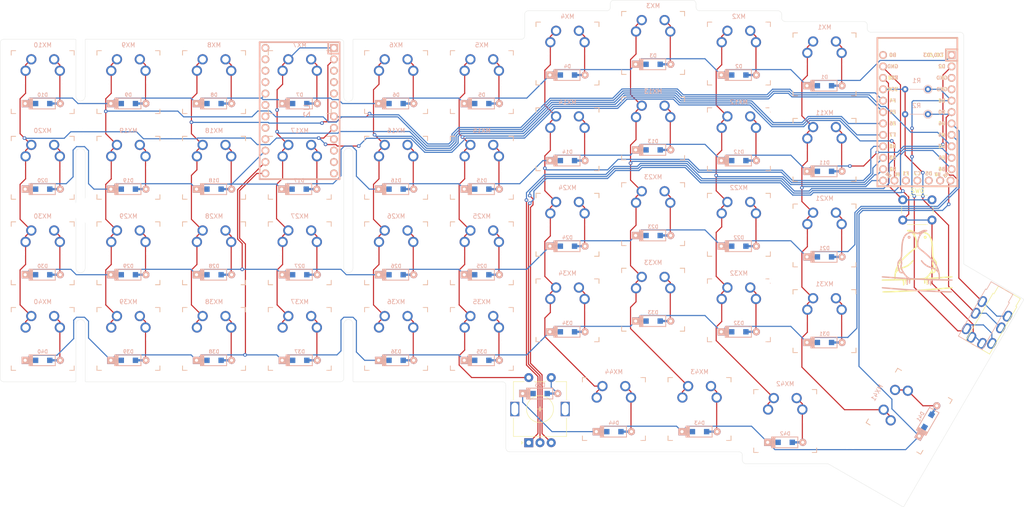
<source format=kicad_pcb>
(kicad_pcb (version 20171130) (host pcbnew "(5.1.9-0-10_14)")
  (layers (0 F.Cu signal) (31 B.Cu signal) (34 B.Paste user) (35 F.Paste user) (36 B.SilkS user) (37 F.SilkS user) (38 B.Mask user) (39 F.Mask user) (44 Edge.Cuts user))
  (net 0 "")
  (net 1 "Net-(D1-Pad2)")
  (net 2 ROW0)
  (net 3 "Net-(D2-Pad2)")
  (net 4 "Net-(D3-Pad2)")
  (net 5 "Net-(D4-Pad2)")
  (net 6 "Net-(D5-Pad2)")
  (net 7 "Net-(D6-Pad2)")
  (net 8 "Net-(D7-Pad2)")
  (net 9 "Net-(D8-Pad2)")
  (net 10 "Net-(D9-Pad2)")
  (net 11 "Net-(D10-Pad2)")
  (net 12 "Net-(D11-Pad2)")
  (net 13 ROW1)
  (net 14 "Net-(D12-Pad2)")
  (net 15 "Net-(D13-Pad2)")
  (net 16 "Net-(D14-Pad2)")
  (net 17 "Net-(D15-Pad2)")
  (net 18 "Net-(D16-Pad2)")
  (net 19 "Net-(D17-Pad2)")
  (net 20 "Net-(D18-Pad2)")
  (net 21 "Net-(D19-Pad2)")
  (net 22 "Net-(D20-Pad2)")
  (net 23 "Net-(D21-Pad2)")
  (net 24 ROW2)
  (net 25 "Net-(D22-Pad2)")
  (net 26 "Net-(D23-Pad2)")
  (net 27 "Net-(D24-Pad2)")
  (net 28 "Net-(D25-Pad2)")
  (net 29 "Net-(D26-Pad2)")
  (net 30 "Net-(D27-Pad2)")
  (net 31 "Net-(D28-Pad2)")
  (net 32 "Net-(D29-Pad2)")
  (net 33 "Net-(D30-Pad2)")
  (net 34 "Net-(D31-Pad2)")
  (net 35 ROW3)
  (net 36 "Net-(D32-Pad2)")
  (net 37 "Net-(D33-Pad2)")
  (net 38 "Net-(D34-Pad2)")
  (net 39 "Net-(D35-Pad2)")
  (net 40 "Net-(D36-Pad2)")
  (net 41 "Net-(D37-Pad2)")
  (net 42 "Net-(D38-Pad2)")
  (net 43 "Net-(D39-Pad2)")
  (net 44 "Net-(D40-Pad2)")
  (net 45 ROW4)
  (net 46 "Net-(D42-Pad2)")
  (net 47 "Net-(D43-Pad2)")
  (net 48 "Net-(D44-Pad2)")
  (net 49 COL0)
  (net 50 COL1)
  (net 51 COL2)
  (net 52 COL3)
  (net 53 COL4)
  (net 54 COL5)
  (net 55 COL6)
  (net 56 COL7)
  (net 57 COL8)
  (net 58 COL9)
  (net 59 VCC)
  (net 60 SDA)
  (net 61 SCL)
  (net 62 GND)
  (net 63 "Net-(SW0-Pad1)")
  (net 64 LEFT)
  (net 65 RIGHT)
  (net 66 "Net-(D41-Pad2)")
  (net 67 ENC1-IN)
  (module MountingHole:MountingHole_2.1mm (layer F.Cu) (at 57.14375 113.8555)
    (fp_text reference FID10 hide)
    (fp_text value "Break Hole" hide)
    (pad "" np_thru_hole circle (at 0 0) (size 2.1 2.1) (drill 2.1) (layers *.Cu *.Mask))
  )
  (module MountingHole:MountingHole_2.1mm (layer F.Cu) (at 57.14375 107.5055)
    (fp_text reference FID11 hide)
    (fp_text value "Break Hole" hide)
    (pad "" np_thru_hole circle (at 0 0) (size 2.1 2.1) (drill 2.1) (layers *.Cu *.Mask))
  )
  (module MountingHole:MountingHole_2.1mm (layer F.Cu) (at 57.14375 110.64875)
    (fp_text reference FID8 hide)
    (fp_text value "Break Hole" hide)
    (pad "" np_thru_hole circle (at 0 0) (size 2.1 2.1) (drill 2.1) (layers *.Cu *.Mask))
  )
  (module MountingHole:MountingHole_2.1mm (layer F.Cu) (at 57.14375 75.7555)
    (fp_text reference FID13 hide)
    (fp_text value "Break Hole" hide)
    (pad "" np_thru_hole circle (at 0 0) (size 2.1 2.1) (drill 2.1) (layers *.Cu *.Mask))
  )
  (module MountingHole:MountingHole_2.1mm (layer F.Cu) (at 57.14375 72.54875)
    (fp_text reference FID12 hide)
    (fp_text value "Break Hole" hide)
    (pad "" np_thru_hole circle (at 0 0) (size 2.1 2.1) (drill 2.1) (layers *.Cu *.Mask))
  )
  (module MountingHole:MountingHole_2.1mm (layer F.Cu) (at 57.14375 69.2785)
    (fp_text reference FID14 hide)
    (fp_text value "Break Hole" hide)
    (pad "" np_thru_hole circle (at 0 0) (size 2.1 2.1) (drill 2.1) (layers *.Cu *.Mask))
  )
  (module MountingHole:MountingHole_2.1mm (layer F.Cu) (at 116.70675 75.7555)
    (fp_text reference FID6 hide)
    (fp_text value "Break Hole" hide)
    (pad "" np_thru_hole circle (at 0 0) (size 2.1 2.1) (drill 2.1) (layers *.Cu *.Mask))
  )
  (module MountingHole:MountingHole_2.1mm (layer F.Cu) (at 116.70675 72.54875)
    (fp_text reference FID5 hide)
    (fp_text value "Break Hole" hide)
    (pad "" np_thru_hole circle (at 0 0) (size 2.1 2.1) (drill 2.1) (layers *.Cu *.Mask))
  )
  (module MountingHole:MountingHole_2.1mm (layer F.Cu) (at 116.70675 69.4055)
    (fp_text reference FID4 hide)
    (fp_text value "Break Hole" hide)
    (pad "" np_thru_hole circle (at 0 0) (size 2.1 2.1) (drill 2.1) (layers *.Cu *.Mask))
  )
  (module MountingHole:MountingHole_2.1mm (layer F.Cu) (at 116.70675 113.8555)
    (fp_text reference FID9 hide)
    (fp_text value "Break Hole" hide)
    (pad "" np_thru_hole circle (at 0 0) (size 2.1 2.1) (drill 2.1) (layers *.Cu *.Mask))
  )
  (module MountingHole:MountingHole_2.1mm (layer F.Cu) (at 116.70675 110.64875)
    (fp_text reference FID15 hide)
    (fp_text value "Break Hole" hide)
    (pad "" np_thru_hole circle (at 0 0) (size 2.1 2.1) (drill 2.1) (layers *.Cu *.Mask))
  )
  (module MountingHole:MountingHole_2.1mm (layer F.Cu) (at 116.70675 107.5055)
    (fp_text reference FID7 hide)
    (fp_text value "Break Hole" hide)
    (pad "" np_thru_hole circle (at 0 0) (size 2.1 2.1) (drill 2.1) (layers *.Cu *.Mask))
  )
  (module footprints:SW_MX_reversible (layer F.Cu) (at 105.88625 101.1555)
    (fp_text reference MX27)
    (fp_text value MX-NoLED)
    (fp_text user %R (at 0 -8.255) (layer B.SilkS) (effects (justify mirror)))
    (pad "" np_thru_hole circle (at -5.08 0) (size 1.7018 1.7018) (drill 1.7018) (layers *.Cu *.Mask))
    (pad "" np_thru_hole circle (at 5.08 0) (size 1.7018 1.7018) (drill 1.7018) (layers *.Cu *.Mask))
    (pad 1 thru_hole circle (at -3.81 -2.54) (size 2.286 2.286) (drill 1.4986) (layers *.Cu *.Mask) (net 55 COL6))
    (pad "" np_thru_hole circle (at 0 0) (size 3.9878 3.9878) (drill 3.9878) (layers *.Cu *.Mask))
    (pad 2 thru_hole circle (at 2.54 -5.08) (size 2.286 2.286) (drill 1.4986) (layers *.Cu *.Mask) (net 30 "Net-(D27-Pad2)"))
    (pad 1 thru_hole circle (at -2.54 -5.08) (size 2.286 2.286) (drill 1.4986) (layers *.Cu *.Mask) (net 55 COL6))
    (pad 2 thru_hole circle (at 3.81 -2.54) (size 2.286 2.286) (drill 1.4986) (layers *.Cu *.Mask) (net 30 "Net-(D27-Pad2)"))
  )
  (module footprints:ARDUINO_PRO_MICRO (layer B.Cu) (at 105.86425 69.4055 270)
    (fp_text reference U2 (at 0 -1.625 90) (layer B.SilkS) (effects (font (size 1.27 1.524) (thickness 0.2032)) (justify mirror)))
    (fp_text value "EGG PRO MICRO" hide)
    (pad 24 thru_hole circle (at -13.97 7.62 270) (size 1.7526 1.7526) (drill 1.0922) (layers *.Cu *.SilkS *.Mask))
    (pad 12 thru_hole circle (at 13.97 -7.62 270) (size 1.7526 1.7526) (drill 1.0922) (layers *.Cu *.SilkS *.Mask))
    (pad 23 thru_hole circle (at -11.43 7.62 270) (size 1.7526 1.7526) (drill 1.0922) (layers *.Cu *.SilkS *.Mask))
    (pad 22 thru_hole circle (at -8.89 7.62 270) (size 1.7526 1.7526) (drill 1.0922) (layers *.Cu *.SilkS *.Mask))
    (pad 21 thru_hole circle (at -6.35 7.62 270) (size 1.7526 1.7526) (drill 1.0922) (layers *.Cu *.SilkS *.Mask))
    (pad 20 thru_hole circle (at -3.81 7.62 270) (size 1.7526 1.7526) (drill 1.0922) (layers *.Cu *.SilkS *.Mask) (net 2 ROW0))
    (pad 19 thru_hole circle (at -1.27 7.62 270) (size 1.7526 1.7526) (drill 1.0922) (layers *.Cu *.SilkS *.Mask))
    (pad 18 thru_hole circle (at 1.27 7.62 270) (size 1.7526 1.7526) (drill 1.0922) (layers *.Cu *.SilkS *.Mask))
    (pad 17 thru_hole circle (at 3.81 7.62 270) (size 1.7526 1.7526) (drill 1.0922) (layers *.Cu *.SilkS *.Mask))
    (pad 16 thru_hole circle (at 6.35 7.62 270) (size 1.7526 1.7526) (drill 1.0922) (layers *.Cu *.SilkS *.Mask))
    (pad 15 thru_hole circle (at 8.89 7.62 270) (size 1.7526 1.7526) (drill 1.0922) (layers *.Cu *.SilkS *.Mask) (net 13 ROW1))
    (pad 14 thru_hole circle (at 11.43 7.62 270) (size 1.7526 1.7526) (drill 1.0922) (layers *.Cu *.SilkS *.Mask) (net 24 ROW2))
    (pad 13 thru_hole circle (at 13.97 7.62 270) (size 1.7526 1.7526) (drill 1.0922) (layers *.Cu *.SilkS *.Mask) (net 35 ROW3))
    (pad 11 thru_hole circle (at 11.43 -7.62 270) (size 1.7526 1.7526) (drill 1.0922) (layers *.Cu *.SilkS *.Mask))
    (pad 10 thru_hole circle (at 8.89 -7.62 270) (size 1.7526 1.7526) (drill 1.0922) (layers *.Cu *.SilkS *.Mask))
    (pad 9 thru_hole circle (at 6.35 -7.62 270) (size 1.7526 1.7526) (drill 1.0922) (layers *.Cu *.SilkS *.Mask))
    (pad 8 thru_hole circle (at 3.81 -7.62 270) (size 1.7526 1.7526) (drill 1.0922) (layers *.Cu *.SilkS *.Mask) (net 58 COL9))
    (pad 7 thru_hole circle (at 1.27 -7.62 270) (size 1.7526 1.7526) (drill 1.0922) (layers *.Cu *.SilkS *.Mask) (net 57 COL8))
    (pad 6 thru_hole circle (at -1.27 -7.62 270) (size 1.7526 1.7526) (drill 1.0922) (layers *.Cu *.SilkS *.Mask))
    (pad 5 thru_hole circle (at -3.81 -7.62 270) (size 1.7526 1.7526) (drill 1.0922) (layers *.Cu *.SilkS *.Mask))
    (pad 4 thru_hole circle (at -6.35 -7.62 270) (size 1.7526 1.7526) (drill 1.0922) (layers *.Cu *.SilkS *.Mask))
    (pad 3 thru_hole circle (at -8.89 -7.62 270) (size 1.7526 1.7526) (drill 1.0922) (layers *.Cu *.SilkS *.Mask))
    (pad 2 thru_hole circle (at -11.43 -7.62 270) (size 1.7526 1.7526) (drill 1.0922) (layers *.Cu *.SilkS *.Mask) (net 56 COL7))
    (pad 1 thru_hole rect (at -13.97 -7.62 270) (size 1.7526 1.7526) (drill 1.0922) (layers *.Cu *.SilkS *.Mask) (net 55 COL6))
  )
  (module MountingHole:MountingHole_5.5mm (layer F.Cu) (at 58.25425 91.6305)
    (fp_text reference H9 hide)
    (fp_text value MountingHole)
    (pad 1 np_thru_hole circle (at 0 0) (size 5.5 5.5) (drill 5.5) (layers *.Cu *.Mask))
  )
  (module MountingHole:MountingHole_5.5mm (layer F.Cu) (at 96.34225 91.6305)
    (fp_text reference H8 hide)
    (fp_text value MountingHole)
    (pad 1 np_thru_hole circle (at 0 0) (size 5.5 5.5) (drill 5.5) (layers *.Cu *.Mask))
  )
  (module footprints:TRRS_JACK_MJ4PP9 (layer F.Cu) (at 252.34275 119.5705 330)
    (fp_text reference J1 hide)
    (fp_text value TRRS_Jack hide)
    (pad 3 thru_hole oval (at 7.25 -6.3 330) (size 1.8 2.5) (drill oval 1 1.8) (layers *.Cu *.Mask) (net 59 VCC))
    (pad 2 thru_hole oval (at 7.25 -9.3 330) (size 1.8 2.5) (drill oval 1 1.8) (layers *.Cu *.Mask) (net 61 SCL))
    (pad 1 thru_hole oval (at 7.25 -2.3 330) (size 1.8 2.5) (drill oval 1 1.8) (layers *.Cu *.Mask) (net 60 SDA) (clearance 0.1))
    (pad 4 thru_hole oval (at 2.65 -1.199999 330) (size 1.8 2.5) (drill oval 1 1.8) (layers *.Cu *.Mask) (net 62 GND) (clearance 0.1))
    (pad "" np_thru_hole circle (at 4.95 -3.5 330) (size 1.3 1.3) (drill 1.3) (layers *.Cu *.Mask))
    (pad "" np_thru_hole circle (at 4.95 -10.5 330) (size 1.3 1.3) (drill 1.3) (layers *.Cu *.Mask))
    (pad "" np_thru_hole circle (at 3.05 -10.5 330) (size 1.3 1.3) (drill 1.3) (layers *.Cu *.Mask))
    (pad "" np_thru_hole circle (at 3.05 -3.5 330) (size 1.3 1.3) (drill 1.3) (layers *.Cu *.Mask))
    (pad 5 thru_hole oval (at 5.35 -1.2 330) (size 1.8 2.5) (drill oval 1 1.8) (layers *.Cu *.Mask) (net 62 GND) (clearance 0.1))
    (pad 1 thru_hole oval (at 0.75 -2.3 330) (size 1.8 2.5) (drill oval 1 1.8) (layers *.Cu *.Mask) (net 60 SDA) (clearance 0.1))
    (pad 2 thru_hole oval (at 0.75 -9.3 330) (size 1.8 2.5) (drill oval 1 1.8) (layers *.Cu *.Mask) (net 61 SCL))
    (pad 3 thru_hole oval (at 0.75 -6.3 330) (size 1.8 2.5) (drill oval 1 1.8) (layers *.Cu *.Mask) (net 59 VCC))
  )
  (module footprints:SW_MX_reversible (layer F.Cu) (at 67.78625 120.2055)
    (fp_text reference MX39)
    (fp_text value MX-NoLED)
    (fp_text user %R (at 0 -8.255) (layer B.SilkS) (effects (justify mirror)))
    (pad "" np_thru_hole circle (at -5.08 0) (size 1.7018 1.7018) (drill 1.7018) (layers *.Cu *.Mask))
    (pad "" np_thru_hole circle (at 5.08 0) (size 1.7018 1.7018) (drill 1.7018) (layers *.Cu *.Mask))
    (pad 1 thru_hole circle (at -3.81 -2.54) (size 2.286 2.286) (drill 1.4986) (layers *.Cu *.Mask) (net 57 COL8))
    (pad "" np_thru_hole circle (at 0 0) (size 3.9878 3.9878) (drill 3.9878) (layers *.Cu *.Mask))
    (pad 2 thru_hole circle (at 2.54 -5.08) (size 2.286 2.286) (drill 1.4986) (layers *.Cu *.Mask) (net 43 "Net-(D39-Pad2)"))
    (pad 1 thru_hole circle (at -2.54 -5.08) (size 2.286 2.286) (drill 1.4986) (layers *.Cu *.Mask) (net 57 COL8))
    (pad 2 thru_hole circle (at 3.81 -2.54) (size 2.286 2.286) (drill 1.4986) (layers *.Cu *.Mask) (net 43 "Net-(D39-Pad2)"))
  )
  (module footprints:SW_MX_reversible (layer F.Cu) (at 127.3175 120.2055)
    (fp_text reference MX36)
    (fp_text value MX-NoLED)
    (fp_text user %R (at 0 -8.255) (layer B.SilkS) (effects (justify mirror)))
    (pad "" np_thru_hole circle (at -5.08 0) (size 1.7018 1.7018) (drill 1.7018) (layers *.Cu *.Mask))
    (pad "" np_thru_hole circle (at 5.08 0) (size 1.7018 1.7018) (drill 1.7018) (layers *.Cu *.Mask))
    (pad 1 thru_hole circle (at -3.81 -2.54) (size 2.286 2.286) (drill 1.4986) (layers *.Cu *.Mask) (net 54 COL5))
    (pad "" np_thru_hole circle (at 0 0) (size 3.9878 3.9878) (drill 3.9878) (layers *.Cu *.Mask))
    (pad 2 thru_hole circle (at 2.54 -5.08) (size 2.286 2.286) (drill 1.4986) (layers *.Cu *.Mask) (net 40 "Net-(D36-Pad2)"))
    (pad 1 thru_hole circle (at -2.54 -5.08) (size 2.286 2.286) (drill 1.4986) (layers *.Cu *.Mask) (net 54 COL5))
    (pad 2 thru_hole circle (at 3.81 -2.54) (size 2.286 2.286) (drill 1.4986) (layers *.Cu *.Mask) (net 40 "Net-(D36-Pad2)"))
  )
  (module footprints:wren_logo (layer F.Cu) (at 243.167 102.90175)
    (fp_text reference FID3 hide)
    (fp_text value "Rear Silkscreen" hide)
  )
  (module footprints:wren_logo (layer B.Cu) (at 243.167 102.90175 180)
    (fp_text reference FID2 hide)
    (fp_text value "Front Silkscreen" hide)
  )
  (module footprints:Stabilizer_MX_2u (layer F.Cu) (at 241.389 136.30275 240)
    (fp_text reference FID1 hide)
    (fp_text value "Stabalizer Drill Holes" hide)
    (pad "" np_thru_hole circle (at -11.9 -6.985 240) (size 3.048 3.048) (drill 3.048) (layers *.Cu *.Mask))
    (pad "" np_thru_hole circle (at 11.9 -6.985 240) (size 3.048 3.048) (drill 3.048) (layers *.Cu *.Mask))
    (pad "" np_thru_hole circle (at -11.9 8.255 240) (size 3.9878 3.9878) (drill 3.9878) (layers *.Cu *.Mask))
    (pad "" np_thru_hole circle (at 11.9 8.255 240) (size 3.9878 3.9878) (drill 3.9878) (layers *.Cu *.Mask))
  )
  (module footprints:SW_MX_reversible (layer F.Cu) (at 222.5675 97.18675)
    (fp_text reference MX21)
    (fp_text value MX-NoLED)
    (fp_text user %R (at 0 -8.255) (layer B.SilkS) (effects (justify mirror)))
    (pad "" np_thru_hole circle (at -5.08 0) (size 1.7018 1.7018) (drill 1.7018) (layers *.Cu *.Mask))
    (pad "" np_thru_hole circle (at 5.08 0) (size 1.7018 1.7018) (drill 1.7018) (layers *.Cu *.Mask))
    (pad 1 thru_hole circle (at -3.81 -2.54) (size 2.286 2.286) (drill 1.4986) (layers *.Cu *.Mask) (net 49 COL0))
    (pad "" np_thru_hole circle (at 0 0) (size 3.9878 3.9878) (drill 3.9878) (layers *.Cu *.Mask))
    (pad 2 thru_hole circle (at 2.54 -5.08) (size 2.286 2.286) (drill 1.4986) (layers *.Cu *.Mask) (net 23 "Net-(D21-Pad2)"))
    (pad 1 thru_hole circle (at -2.54 -5.08) (size 2.286 2.286) (drill 1.4986) (layers *.Cu *.Mask) (net 49 COL0))
    (pad 2 thru_hole circle (at 3.81 -2.54) (size 2.286 2.286) (drill 1.4986) (layers *.Cu *.Mask) (net 23 "Net-(D21-Pad2)"))
  )
  (module footprints:SW_MX_reversible (layer F.Cu) (at 241.389 136.30275 60)
    (fp_text reference MX41)
    (fp_text value MX-NoLED)
    (fp_text user %R (at 0 -8.255 60) (layer B.SilkS) (effects (justify mirror)))
    (pad "" np_thru_hole circle (at -5.08 0 60) (size 1.7018 1.7018) (drill 1.7018) (layers *.Cu *.Mask))
    (pad "" np_thru_hole circle (at 5.08 0 60) (size 1.7018 1.7018) (drill 1.7018) (layers *.Cu *.Mask))
    (pad 1 thru_hole circle (at -3.81 -2.54 60) (size 2.286 2.286) (drill 1.4986) (layers *.Cu *.Mask) (net 49 COL0))
    (pad "" np_thru_hole circle (at 0 0 60) (size 3.9878 3.9878) (drill 3.9878) (layers *.Cu *.Mask))
    (pad 2 thru_hole circle (at 2.54 -5.08 60) (size 2.286 2.286) (drill 1.4986) (layers *.Cu *.Mask) (net 66 "Net-(D41-Pad2)"))
    (pad 1 thru_hole circle (at -2.54 -5.08 60) (size 2.286 2.286) (drill 1.4986) (layers *.Cu *.Mask) (net 49 COL0))
    (pad 2 thru_hole circle (at 3.81 -2.54 60) (size 2.286 2.286) (drill 1.4986) (layers *.Cu *.Mask) (net 66 "Net-(D41-Pad2)"))
  )
  (module footprints:SW_MX_reversible (layer F.Cu) (at 48.73625 63.0555)
    (fp_text reference MX10)
    (fp_text value MX-NoLED)
    (fp_text user %R (at 0 -8.255) (layer B.SilkS) (effects (justify mirror)))
    (pad "" np_thru_hole circle (at -5.08 0) (size 1.7018 1.7018) (drill 1.7018) (layers *.Cu *.Mask))
    (pad "" np_thru_hole circle (at 5.08 0) (size 1.7018 1.7018) (drill 1.7018) (layers *.Cu *.Mask))
    (pad 1 thru_hole circle (at -3.81 -2.54) (size 2.286 2.286) (drill 1.4986) (layers *.Cu *.Mask) (net 58 COL9))
    (pad "" np_thru_hole circle (at 0 0) (size 3.9878 3.9878) (drill 3.9878) (layers *.Cu *.Mask))
    (pad 2 thru_hole circle (at 2.54 -5.08) (size 2.286 2.286) (drill 1.4986) (layers *.Cu *.Mask) (net 11 "Net-(D10-Pad2)"))
    (pad 1 thru_hole circle (at -2.54 -5.08) (size 2.286 2.286) (drill 1.4986) (layers *.Cu *.Mask) (net 58 COL9))
    (pad 2 thru_hole circle (at 3.81 -2.54) (size 2.286 2.286) (drill 1.4986) (layers *.Cu *.Mask) (net 11 "Net-(D10-Pad2)"))
  )
  (module footprints:SW_MX_reversible (layer F.Cu) (at 146.3675 82.1055)
    (fp_text reference MX15)
    (fp_text value MX-NoLED)
    (fp_text user %R (at 0 -8.255) (layer B.SilkS) (effects (justify mirror)))
    (pad "" np_thru_hole circle (at -5.08 0) (size 1.7018 1.7018) (drill 1.7018) (layers *.Cu *.Mask))
    (pad "" np_thru_hole circle (at 5.08 0) (size 1.7018 1.7018) (drill 1.7018) (layers *.Cu *.Mask))
    (pad 1 thru_hole circle (at -3.81 -2.54) (size 2.286 2.286) (drill 1.4986) (layers *.Cu *.Mask) (net 53 COL4))
    (pad "" np_thru_hole circle (at 0 0) (size 3.9878 3.9878) (drill 3.9878) (layers *.Cu *.Mask))
    (pad 2 thru_hole circle (at 2.54 -5.08) (size 2.286 2.286) (drill 1.4986) (layers *.Cu *.Mask) (net 17 "Net-(D15-Pad2)"))
    (pad 1 thru_hole circle (at -2.54 -5.08) (size 2.286 2.286) (drill 1.4986) (layers *.Cu *.Mask) (net 53 COL4))
    (pad 2 thru_hole circle (at 3.81 -2.54) (size 2.286 2.286) (drill 1.4986) (layers *.Cu *.Mask) (net 17 "Net-(D15-Pad2)"))
  )
  (module footprints:SW_MX_reversible (layer F.Cu) (at 175.73 135.79475)
    (fp_text reference MX44)
    (fp_text value MX-NoLED)
    (fp_text user %R (at 0 -8.255) (layer B.SilkS) (effects (justify mirror)))
    (pad "" np_thru_hole circle (at -5.08 0) (size 1.7018 1.7018) (drill 1.7018) (layers *.Cu *.Mask))
    (pad "" np_thru_hole circle (at 5.08 0) (size 1.7018 1.7018) (drill 1.7018) (layers *.Cu *.Mask))
    (pad 1 thru_hole circle (at -3.81 -2.54) (size 2.286 2.286) (drill 1.4986) (layers *.Cu *.Mask) (net 52 COL3))
    (pad "" np_thru_hole circle (at 0 0) (size 3.9878 3.9878) (drill 3.9878) (layers *.Cu *.Mask))
    (pad 2 thru_hole circle (at 2.54 -5.08) (size 2.286 2.286) (drill 1.4986) (layers *.Cu *.Mask) (net 48 "Net-(D44-Pad2)"))
    (pad 1 thru_hole circle (at -2.54 -5.08) (size 2.286 2.286) (drill 1.4986) (layers *.Cu *.Mask) (net 52 COL3))
    (pad 2 thru_hole circle (at 3.81 -2.54) (size 2.286 2.286) (drill 1.4986) (layers *.Cu *.Mask) (net 48 "Net-(D44-Pad2)"))
  )
  (module footprints:SW_MX_reversible (layer F.Cu) (at 194.78 135.79475)
    (fp_text reference MX43)
    (fp_text value MX-NoLED)
    (fp_text user %R (at 0 -8.255) (layer B.SilkS) (effects (justify mirror)))
    (pad "" np_thru_hole circle (at -5.08 0) (size 1.7018 1.7018) (drill 1.7018) (layers *.Cu *.Mask))
    (pad "" np_thru_hole circle (at 5.08 0) (size 1.7018 1.7018) (drill 1.7018) (layers *.Cu *.Mask))
    (pad 1 thru_hole circle (at -3.81 -2.54) (size 2.286 2.286) (drill 1.4986) (layers *.Cu *.Mask) (net 51 COL2))
    (pad "" np_thru_hole circle (at 0 0) (size 3.9878 3.9878) (drill 3.9878) (layers *.Cu *.Mask))
    (pad 2 thru_hole circle (at 2.54 -5.08) (size 2.286 2.286) (drill 1.4986) (layers *.Cu *.Mask) (net 47 "Net-(D43-Pad2)"))
    (pad 1 thru_hole circle (at -2.54 -5.08) (size 2.286 2.286) (drill 1.4986) (layers *.Cu *.Mask) (net 51 COL2))
    (pad 2 thru_hole circle (at 3.81 -2.54) (size 2.286 2.286) (drill 1.4986) (layers *.Cu *.Mask) (net 47 "Net-(D43-Pad2)"))
  )
  (module footprints:SW_MX_reversible (layer F.Cu) (at 213.83 138.46175)
    (fp_text reference MX42)
    (fp_text value MX-NoLED)
    (fp_text user %R (at 0 -8.255) (layer B.SilkS) (effects (justify mirror)))
    (pad "" np_thru_hole circle (at -5.08 0) (size 1.7018 1.7018) (drill 1.7018) (layers *.Cu *.Mask))
    (pad "" np_thru_hole circle (at 5.08 0) (size 1.7018 1.7018) (drill 1.7018) (layers *.Cu *.Mask))
    (pad 1 thru_hole circle (at -3.81 -2.54) (size 2.286 2.286) (drill 1.4986) (layers *.Cu *.Mask) (net 50 COL1))
    (pad "" np_thru_hole circle (at 0 0) (size 3.9878 3.9878) (drill 3.9878) (layers *.Cu *.Mask))
    (pad 2 thru_hole circle (at 2.54 -5.08) (size 2.286 2.286) (drill 1.4986) (layers *.Cu *.Mask) (net 46 "Net-(D42-Pad2)"))
    (pad 1 thru_hole circle (at -2.54 -5.08) (size 2.286 2.286) (drill 1.4986) (layers *.Cu *.Mask) (net 50 COL1))
    (pad 2 thru_hole circle (at 3.81 -2.54) (size 2.286 2.286) (drill 1.4986) (layers *.Cu *.Mask) (net 46 "Net-(D42-Pad2)"))
  )
  (module footprints:SW_MX_reversible (layer F.Cu) (at 48.73625 120.2055)
    (fp_text reference MX40)
    (fp_text value MX-NoLED)
    (fp_text user %R (at 0 -8.255) (layer B.SilkS) (effects (justify mirror)))
    (pad "" np_thru_hole circle (at -5.08 0) (size 1.7018 1.7018) (drill 1.7018) (layers *.Cu *.Mask))
    (pad "" np_thru_hole circle (at 5.08 0) (size 1.7018 1.7018) (drill 1.7018) (layers *.Cu *.Mask))
    (pad 1 thru_hole circle (at -3.81 -2.54) (size 2.286 2.286) (drill 1.4986) (layers *.Cu *.Mask) (net 58 COL9))
    (pad "" np_thru_hole circle (at 0 0) (size 3.9878 3.9878) (drill 3.9878) (layers *.Cu *.Mask))
    (pad 2 thru_hole circle (at 2.54 -5.08) (size 2.286 2.286) (drill 1.4986) (layers *.Cu *.Mask) (net 44 "Net-(D40-Pad2)"))
    (pad 1 thru_hole circle (at -2.54 -5.08) (size 2.286 2.286) (drill 1.4986) (layers *.Cu *.Mask) (net 58 COL9))
    (pad 2 thru_hole circle (at 3.81 -2.54) (size 2.286 2.286) (drill 1.4986) (layers *.Cu *.Mask) (net 44 "Net-(D40-Pad2)"))
  )
  (module footprints:SW_MX_reversible (layer F.Cu) (at 86.83625 120.2055)
    (fp_text reference MX38)
    (fp_text value MX-NoLED)
    (fp_text user %R (at 0 -8.255) (layer B.SilkS) (effects (justify mirror)))
    (pad "" np_thru_hole circle (at -5.08 0) (size 1.7018 1.7018) (drill 1.7018) (layers *.Cu *.Mask))
    (pad "" np_thru_hole circle (at 5.08 0) (size 1.7018 1.7018) (drill 1.7018) (layers *.Cu *.Mask))
    (pad 1 thru_hole circle (at -3.81 -2.54) (size 2.286 2.286) (drill 1.4986) (layers *.Cu *.Mask) (net 56 COL7))
    (pad "" np_thru_hole circle (at 0 0) (size 3.9878 3.9878) (drill 3.9878) (layers *.Cu *.Mask))
    (pad 2 thru_hole circle (at 2.54 -5.08) (size 2.286 2.286) (drill 1.4986) (layers *.Cu *.Mask) (net 42 "Net-(D38-Pad2)"))
    (pad 1 thru_hole circle (at -2.54 -5.08) (size 2.286 2.286) (drill 1.4986) (layers *.Cu *.Mask) (net 56 COL7))
    (pad 2 thru_hole circle (at 3.81 -2.54) (size 2.286 2.286) (drill 1.4986) (layers *.Cu *.Mask) (net 42 "Net-(D38-Pad2)"))
  )
  (module footprints:SW_MX_reversible (layer F.Cu) (at 105.88625 120.2055)
    (fp_text reference MX37)
    (fp_text value MX-NoLED)
    (fp_text user %R (at 0 -8.255) (layer B.SilkS) (effects (justify mirror)))
    (pad "" np_thru_hole circle (at -5.08 0) (size 1.7018 1.7018) (drill 1.7018) (layers *.Cu *.Mask))
    (pad "" np_thru_hole circle (at 5.08 0) (size 1.7018 1.7018) (drill 1.7018) (layers *.Cu *.Mask))
    (pad 1 thru_hole circle (at -3.81 -2.54) (size 2.286 2.286) (drill 1.4986) (layers *.Cu *.Mask) (net 55 COL6))
    (pad "" np_thru_hole circle (at 0 0) (size 3.9878 3.9878) (drill 3.9878) (layers *.Cu *.Mask))
    (pad 2 thru_hole circle (at 2.54 -5.08) (size 2.286 2.286) (drill 1.4986) (layers *.Cu *.Mask) (net 41 "Net-(D37-Pad2)"))
    (pad 1 thru_hole circle (at -2.54 -5.08) (size 2.286 2.286) (drill 1.4986) (layers *.Cu *.Mask) (net 55 COL6))
    (pad 2 thru_hole circle (at 3.81 -2.54) (size 2.286 2.286) (drill 1.4986) (layers *.Cu *.Mask) (net 41 "Net-(D37-Pad2)"))
  )
  (module footprints:SW_MX_reversible (layer F.Cu) (at 146.3675 120.2055)
    (fp_text reference MX35)
    (fp_text value MX-NoLED)
    (fp_text user %R (at 0 -8.255) (layer B.SilkS) (effects (justify mirror)))
    (pad "" np_thru_hole circle (at -5.08 0) (size 1.7018 1.7018) (drill 1.7018) (layers *.Cu *.Mask))
    (pad "" np_thru_hole circle (at 5.08 0) (size 1.7018 1.7018) (drill 1.7018) (layers *.Cu *.Mask))
    (pad 1 thru_hole circle (at -3.81 -2.54) (size 2.286 2.286) (drill 1.4986) (layers *.Cu *.Mask) (net 53 COL4))
    (pad "" np_thru_hole circle (at 0 0) (size 3.9878 3.9878) (drill 3.9878) (layers *.Cu *.Mask))
    (pad 2 thru_hole circle (at 2.54 -5.08) (size 2.286 2.286) (drill 1.4986) (layers *.Cu *.Mask) (net 39 "Net-(D35-Pad2)"))
    (pad 1 thru_hole circle (at -2.54 -5.08) (size 2.286 2.286) (drill 1.4986) (layers *.Cu *.Mask) (net 53 COL4))
    (pad 2 thru_hole circle (at 3.81 -2.54) (size 2.286 2.286) (drill 1.4986) (layers *.Cu *.Mask) (net 39 "Net-(D35-Pad2)"))
  )
  (module footprints:SW_MX_reversible (layer F.Cu) (at 165.4175 113.8555)
    (fp_text reference MX34)
    (fp_text value MX-NoLED)
    (fp_text user %R (at 0 -8.255) (layer B.SilkS) (effects (justify mirror)))
    (pad "" np_thru_hole circle (at -5.08 0) (size 1.7018 1.7018) (drill 1.7018) (layers *.Cu *.Mask))
    (pad "" np_thru_hole circle (at 5.08 0) (size 1.7018 1.7018) (drill 1.7018) (layers *.Cu *.Mask))
    (pad 1 thru_hole circle (at -3.81 -2.54) (size 2.286 2.286) (drill 1.4986) (layers *.Cu *.Mask) (net 52 COL3))
    (pad "" np_thru_hole circle (at 0 0) (size 3.9878 3.9878) (drill 3.9878) (layers *.Cu *.Mask))
    (pad 2 thru_hole circle (at 2.54 -5.08) (size 2.286 2.286) (drill 1.4986) (layers *.Cu *.Mask) (net 38 "Net-(D34-Pad2)"))
    (pad 1 thru_hole circle (at -2.54 -5.08) (size 2.286 2.286) (drill 1.4986) (layers *.Cu *.Mask) (net 52 COL3))
    (pad 2 thru_hole circle (at 3.81 -2.54) (size 2.286 2.286) (drill 1.4986) (layers *.Cu *.Mask) (net 38 "Net-(D34-Pad2)"))
  )
  (module footprints:SW_MX_reversible (layer F.Cu) (at 184.4675 111.47425)
    (fp_text reference MX33)
    (fp_text value MX-NoLED)
    (fp_text user %R (at 0 -8.255) (layer B.SilkS) (effects (justify mirror)))
    (pad "" np_thru_hole circle (at -5.08 0) (size 1.7018 1.7018) (drill 1.7018) (layers *.Cu *.Mask))
    (pad "" np_thru_hole circle (at 5.08 0) (size 1.7018 1.7018) (drill 1.7018) (layers *.Cu *.Mask))
    (pad 1 thru_hole circle (at -3.81 -2.54) (size 2.286 2.286) (drill 1.4986) (layers *.Cu *.Mask) (net 51 COL2))
    (pad "" np_thru_hole circle (at 0 0) (size 3.9878 3.9878) (drill 3.9878) (layers *.Cu *.Mask))
    (pad 2 thru_hole circle (at 2.54 -5.08) (size 2.286 2.286) (drill 1.4986) (layers *.Cu *.Mask) (net 37 "Net-(D33-Pad2)"))
    (pad 1 thru_hole circle (at -2.54 -5.08) (size 2.286 2.286) (drill 1.4986) (layers *.Cu *.Mask) (net 51 COL2))
    (pad 2 thru_hole circle (at 3.81 -2.54) (size 2.286 2.286) (drill 1.4986) (layers *.Cu *.Mask) (net 37 "Net-(D33-Pad2)"))
  )
  (module footprints:SW_MX_reversible (layer F.Cu) (at 203.5175 113.8555)
    (fp_text reference MX32)
    (fp_text value MX-NoLED)
    (fp_text user %R (at 0 -8.255) (layer B.SilkS) (effects (justify mirror)))
    (pad "" np_thru_hole circle (at -5.08 0) (size 1.7018 1.7018) (drill 1.7018) (layers *.Cu *.Mask))
    (pad "" np_thru_hole circle (at 5.08 0) (size 1.7018 1.7018) (drill 1.7018) (layers *.Cu *.Mask))
    (pad 1 thru_hole circle (at -3.81 -2.54) (size 2.286 2.286) (drill 1.4986) (layers *.Cu *.Mask) (net 50 COL1))
    (pad "" np_thru_hole circle (at 0 0) (size 3.9878 3.9878) (drill 3.9878) (layers *.Cu *.Mask))
    (pad 2 thru_hole circle (at 2.54 -5.08) (size 2.286 2.286) (drill 1.4986) (layers *.Cu *.Mask) (net 36 "Net-(D32-Pad2)"))
    (pad 1 thru_hole circle (at -2.54 -5.08) (size 2.286 2.286) (drill 1.4986) (layers *.Cu *.Mask) (net 50 COL1))
    (pad 2 thru_hole circle (at 3.81 -2.54) (size 2.286 2.286) (drill 1.4986) (layers *.Cu *.Mask) (net 36 "Net-(D32-Pad2)"))
  )
  (module footprints:SW_MX_reversible (layer F.Cu) (at 222.5675 116.23675)
    (fp_text reference MX31)
    (fp_text value MX-NoLED)
    (fp_text user %R (at 0 -8.255) (layer B.SilkS) (effects (justify mirror)))
    (pad "" np_thru_hole circle (at -5.08 0) (size 1.7018 1.7018) (drill 1.7018) (layers *.Cu *.Mask))
    (pad "" np_thru_hole circle (at 5.08 0) (size 1.7018 1.7018) (drill 1.7018) (layers *.Cu *.Mask))
    (pad 1 thru_hole circle (at -3.81 -2.54) (size 2.286 2.286) (drill 1.4986) (layers *.Cu *.Mask) (net 49 COL0))
    (pad "" np_thru_hole circle (at 0 0) (size 3.9878 3.9878) (drill 3.9878) (layers *.Cu *.Mask))
    (pad 2 thru_hole circle (at 2.54 -5.08) (size 2.286 2.286) (drill 1.4986) (layers *.Cu *.Mask) (net 34 "Net-(D31-Pad2)"))
    (pad 1 thru_hole circle (at -2.54 -5.08) (size 2.286 2.286) (drill 1.4986) (layers *.Cu *.Mask) (net 49 COL0))
    (pad 2 thru_hole circle (at 3.81 -2.54) (size 2.286 2.286) (drill 1.4986) (layers *.Cu *.Mask) (net 34 "Net-(D31-Pad2)"))
  )
  (module footprints:SW_MX_reversible (layer F.Cu) (at 48.73625 101.1555)
    (fp_text reference MX30)
    (fp_text value MX-NoLED)
    (fp_text user %R (at 0 -8.255) (layer B.SilkS) (effects (justify mirror)))
    (pad "" np_thru_hole circle (at -5.08 0) (size 1.7018 1.7018) (drill 1.7018) (layers *.Cu *.Mask))
    (pad "" np_thru_hole circle (at 5.08 0) (size 1.7018 1.7018) (drill 1.7018) (layers *.Cu *.Mask))
    (pad 1 thru_hole circle (at -3.81 -2.54) (size 2.286 2.286) (drill 1.4986) (layers *.Cu *.Mask) (net 58 COL9))
    (pad "" np_thru_hole circle (at 0 0) (size 3.9878 3.9878) (drill 3.9878) (layers *.Cu *.Mask))
    (pad 2 thru_hole circle (at 2.54 -5.08) (size 2.286 2.286) (drill 1.4986) (layers *.Cu *.Mask) (net 33 "Net-(D30-Pad2)"))
    (pad 1 thru_hole circle (at -2.54 -5.08) (size 2.286 2.286) (drill 1.4986) (layers *.Cu *.Mask) (net 58 COL9))
    (pad 2 thru_hole circle (at 3.81 -2.54) (size 2.286 2.286) (drill 1.4986) (layers *.Cu *.Mask) (net 33 "Net-(D30-Pad2)"))
  )
  (module footprints:SW_MX_reversible (layer F.Cu) (at 67.78625 101.1555)
    (fp_text reference MX29)
    (fp_text value MX-NoLED)
    (fp_text user %R (at 0 -8.255) (layer B.SilkS) (effects (justify mirror)))
    (pad "" np_thru_hole circle (at -5.08 0) (size 1.7018 1.7018) (drill 1.7018) (layers *.Cu *.Mask))
    (pad "" np_thru_hole circle (at 5.08 0) (size 1.7018 1.7018) (drill 1.7018) (layers *.Cu *.Mask))
    (pad 1 thru_hole circle (at -3.81 -2.54) (size 2.286 2.286) (drill 1.4986) (layers *.Cu *.Mask) (net 57 COL8))
    (pad "" np_thru_hole circle (at 0 0) (size 3.9878 3.9878) (drill 3.9878) (layers *.Cu *.Mask))
    (pad 2 thru_hole circle (at 2.54 -5.08) (size 2.286 2.286) (drill 1.4986) (layers *.Cu *.Mask) (net 32 "Net-(D29-Pad2)"))
    (pad 1 thru_hole circle (at -2.54 -5.08) (size 2.286 2.286) (drill 1.4986) (layers *.Cu *.Mask) (net 57 COL8))
    (pad 2 thru_hole circle (at 3.81 -2.54) (size 2.286 2.286) (drill 1.4986) (layers *.Cu *.Mask) (net 32 "Net-(D29-Pad2)"))
  )
  (module footprints:SW_MX_reversible (layer F.Cu) (at 86.83625 101.1555)
    (fp_text reference MX28)
    (fp_text value MX-NoLED)
    (fp_text user %R (at 0 -8.255) (layer B.SilkS) (effects (justify mirror)))
    (pad "" np_thru_hole circle (at -5.08 0) (size 1.7018 1.7018) (drill 1.7018) (layers *.Cu *.Mask))
    (pad "" np_thru_hole circle (at 5.08 0) (size 1.7018 1.7018) (drill 1.7018) (layers *.Cu *.Mask))
    (pad 1 thru_hole circle (at -3.81 -2.54) (size 2.286 2.286) (drill 1.4986) (layers *.Cu *.Mask) (net 56 COL7))
    (pad "" np_thru_hole circle (at 0 0) (size 3.9878 3.9878) (drill 3.9878) (layers *.Cu *.Mask))
    (pad 2 thru_hole circle (at 2.54 -5.08) (size 2.286 2.286) (drill 1.4986) (layers *.Cu *.Mask) (net 31 "Net-(D28-Pad2)"))
    (pad 1 thru_hole circle (at -2.54 -5.08) (size 2.286 2.286) (drill 1.4986) (layers *.Cu *.Mask) (net 56 COL7))
    (pad 2 thru_hole circle (at 3.81 -2.54) (size 2.286 2.286) (drill 1.4986) (layers *.Cu *.Mask) (net 31 "Net-(D28-Pad2)"))
  )
  (module footprints:SW_MX_reversible (layer F.Cu) (at 127.3175 101.1555)
    (fp_text reference MX26)
    (fp_text value MX-NoLED)
    (fp_text user %R (at 0 -8.255) (layer B.SilkS) (effects (justify mirror)))
    (pad "" np_thru_hole circle (at -5.08 0) (size 1.7018 1.7018) (drill 1.7018) (layers *.Cu *.Mask))
    (pad "" np_thru_hole circle (at 5.08 0) (size 1.7018 1.7018) (drill 1.7018) (layers *.Cu *.Mask))
    (pad 1 thru_hole circle (at -3.81 -2.54) (size 2.286 2.286) (drill 1.4986) (layers *.Cu *.Mask) (net 54 COL5))
    (pad "" np_thru_hole circle (at 0 0) (size 3.9878 3.9878) (drill 3.9878) (layers *.Cu *.Mask))
    (pad 2 thru_hole circle (at 2.54 -5.08) (size 2.286 2.286) (drill 1.4986) (layers *.Cu *.Mask) (net 29 "Net-(D26-Pad2)"))
    (pad 1 thru_hole circle (at -2.54 -5.08) (size 2.286 2.286) (drill 1.4986) (layers *.Cu *.Mask) (net 54 COL5))
    (pad 2 thru_hole circle (at 3.81 -2.54) (size 2.286 2.286) (drill 1.4986) (layers *.Cu *.Mask) (net 29 "Net-(D26-Pad2)"))
  )
  (module footprints:SW_MX_reversible (layer F.Cu) (at 146.3675 101.1555)
    (fp_text reference MX25)
    (fp_text value MX-NoLED)
    (fp_text user %R (at 0 -8.255) (layer B.SilkS) (effects (justify mirror)))
    (pad "" np_thru_hole circle (at -5.08 0) (size 1.7018 1.7018) (drill 1.7018) (layers *.Cu *.Mask))
    (pad "" np_thru_hole circle (at 5.08 0) (size 1.7018 1.7018) (drill 1.7018) (layers *.Cu *.Mask))
    (pad 1 thru_hole circle (at -3.81 -2.54) (size 2.286 2.286) (drill 1.4986) (layers *.Cu *.Mask) (net 53 COL4))
    (pad "" np_thru_hole circle (at 0 0) (size 3.9878 3.9878) (drill 3.9878) (layers *.Cu *.Mask))
    (pad 2 thru_hole circle (at 2.54 -5.08) (size 2.286 2.286) (drill 1.4986) (layers *.Cu *.Mask) (net 28 "Net-(D25-Pad2)"))
    (pad 1 thru_hole circle (at -2.54 -5.08) (size 2.286 2.286) (drill 1.4986) (layers *.Cu *.Mask) (net 53 COL4))
    (pad 2 thru_hole circle (at 3.81 -2.54) (size 2.286 2.286) (drill 1.4986) (layers *.Cu *.Mask) (net 28 "Net-(D25-Pad2)"))
  )
  (module footprints:SW_MX_reversible (layer F.Cu) (at 165.4175 94.8055)
    (fp_text reference MX24)
    (fp_text value MX-NoLED)
    (fp_text user %R (at 0 -8.255) (layer B.SilkS) (effects (justify mirror)))
    (pad "" np_thru_hole circle (at -5.08 0) (size 1.7018 1.7018) (drill 1.7018) (layers *.Cu *.Mask))
    (pad "" np_thru_hole circle (at 5.08 0) (size 1.7018 1.7018) (drill 1.7018) (layers *.Cu *.Mask))
    (pad 1 thru_hole circle (at -3.81 -2.54) (size 2.286 2.286) (drill 1.4986) (layers *.Cu *.Mask) (net 52 COL3))
    (pad "" np_thru_hole circle (at 0 0) (size 3.9878 3.9878) (drill 3.9878) (layers *.Cu *.Mask))
    (pad 2 thru_hole circle (at 2.54 -5.08) (size 2.286 2.286) (drill 1.4986) (layers *.Cu *.Mask) (net 27 "Net-(D24-Pad2)"))
    (pad 1 thru_hole circle (at -2.54 -5.08) (size 2.286 2.286) (drill 1.4986) (layers *.Cu *.Mask) (net 52 COL3))
    (pad 2 thru_hole circle (at 3.81 -2.54) (size 2.286 2.286) (drill 1.4986) (layers *.Cu *.Mask) (net 27 "Net-(D24-Pad2)"))
  )
  (module footprints:SW_MX_reversible (layer F.Cu) (at 184.4675 92.42425)
    (fp_text reference MX23)
    (fp_text value MX-NoLED)
    (fp_text user %R (at 0 -8.255) (layer B.SilkS) (effects (justify mirror)))
    (pad "" np_thru_hole circle (at -5.08 0) (size 1.7018 1.7018) (drill 1.7018) (layers *.Cu *.Mask))
    (pad "" np_thru_hole circle (at 5.08 0) (size 1.7018 1.7018) (drill 1.7018) (layers *.Cu *.Mask))
    (pad 1 thru_hole circle (at -3.81 -2.54) (size 2.286 2.286) (drill 1.4986) (layers *.Cu *.Mask) (net 51 COL2))
    (pad "" np_thru_hole circle (at 0 0) (size 3.9878 3.9878) (drill 3.9878) (layers *.Cu *.Mask))
    (pad 2 thru_hole circle (at 2.54 -5.08) (size 2.286 2.286) (drill 1.4986) (layers *.Cu *.Mask) (net 26 "Net-(D23-Pad2)"))
    (pad 1 thru_hole circle (at -2.54 -5.08) (size 2.286 2.286) (drill 1.4986) (layers *.Cu *.Mask) (net 51 COL2))
    (pad 2 thru_hole circle (at 3.81 -2.54) (size 2.286 2.286) (drill 1.4986) (layers *.Cu *.Mask) (net 26 "Net-(D23-Pad2)"))
  )
  (module footprints:SW_MX_reversible (layer F.Cu) (at 203.5175 94.8055)
    (fp_text reference MX22)
    (fp_text value MX-NoLED)
    (fp_text user %R (at 0 -8.255) (layer B.SilkS) (effects (justify mirror)))
    (pad "" np_thru_hole circle (at -5.08 0) (size 1.7018 1.7018) (drill 1.7018) (layers *.Cu *.Mask))
    (pad "" np_thru_hole circle (at 5.08 0) (size 1.7018 1.7018) (drill 1.7018) (layers *.Cu *.Mask))
    (pad 1 thru_hole circle (at -3.81 -2.54) (size 2.286 2.286) (drill 1.4986) (layers *.Cu *.Mask) (net 50 COL1))
    (pad "" np_thru_hole circle (at 0 0) (size 3.9878 3.9878) (drill 3.9878) (layers *.Cu *.Mask))
    (pad 2 thru_hole circle (at 2.54 -5.08) (size 2.286 2.286) (drill 1.4986) (layers *.Cu *.Mask) (net 25 "Net-(D22-Pad2)"))
    (pad 1 thru_hole circle (at -2.54 -5.08) (size 2.286 2.286) (drill 1.4986) (layers *.Cu *.Mask) (net 50 COL1))
    (pad 2 thru_hole circle (at 3.81 -2.54) (size 2.286 2.286) (drill 1.4986) (layers *.Cu *.Mask) (net 25 "Net-(D22-Pad2)"))
  )
  (module footprints:SW_MX_reversible (layer F.Cu) (at 48.73625 82.1055)
    (fp_text reference MX20)
    (fp_text value MX-NoLED)
    (fp_text user %R (at 0 -8.255) (layer B.SilkS) (effects (justify mirror)))
    (pad "" np_thru_hole circle (at -5.08 0) (size 1.7018 1.7018) (drill 1.7018) (layers *.Cu *.Mask))
    (pad "" np_thru_hole circle (at 5.08 0) (size 1.7018 1.7018) (drill 1.7018) (layers *.Cu *.Mask))
    (pad 1 thru_hole circle (at -3.81 -2.54) (size 2.286 2.286) (drill 1.4986) (layers *.Cu *.Mask) (net 58 COL9))
    (pad "" np_thru_hole circle (at 0 0) (size 3.9878 3.9878) (drill 3.9878) (layers *.Cu *.Mask))
    (pad 2 thru_hole circle (at 2.54 -5.08) (size 2.286 2.286) (drill 1.4986) (layers *.Cu *.Mask) (net 22 "Net-(D20-Pad2)"))
    (pad 1 thru_hole circle (at -2.54 -5.08) (size 2.286 2.286) (drill 1.4986) (layers *.Cu *.Mask) (net 58 COL9))
    (pad 2 thru_hole circle (at 3.81 -2.54) (size 2.286 2.286) (drill 1.4986) (layers *.Cu *.Mask) (net 22 "Net-(D20-Pad2)"))
  )
  (module footprints:SW_MX_reversible (layer F.Cu) (at 67.78625 82.1055)
    (fp_text reference MX19)
    (fp_text value MX-NoLED)
    (fp_text user %R (at 0 -8.255) (layer B.SilkS) (effects (justify mirror)))
    (pad "" np_thru_hole circle (at -5.08 0) (size 1.7018 1.7018) (drill 1.7018) (layers *.Cu *.Mask))
    (pad "" np_thru_hole circle (at 5.08 0) (size 1.7018 1.7018) (drill 1.7018) (layers *.Cu *.Mask))
    (pad 1 thru_hole circle (at -3.81 -2.54) (size 2.286 2.286) (drill 1.4986) (layers *.Cu *.Mask) (net 57 COL8))
    (pad "" np_thru_hole circle (at 0 0) (size 3.9878 3.9878) (drill 3.9878) (layers *.Cu *.Mask))
    (pad 2 thru_hole circle (at 2.54 -5.08) (size 2.286 2.286) (drill 1.4986) (layers *.Cu *.Mask) (net 21 "Net-(D19-Pad2)"))
    (pad 1 thru_hole circle (at -2.54 -5.08) (size 2.286 2.286) (drill 1.4986) (layers *.Cu *.Mask) (net 57 COL8))
    (pad 2 thru_hole circle (at 3.81 -2.54) (size 2.286 2.286) (drill 1.4986) (layers *.Cu *.Mask) (net 21 "Net-(D19-Pad2)"))
  )
  (module footprints:SW_MX_reversible (layer F.Cu) (at 86.83625 82.1055)
    (fp_text reference MX18)
    (fp_text value MX-NoLED)
    (fp_text user %R (at 0 -8.255) (layer B.SilkS) (effects (justify mirror)))
    (pad "" np_thru_hole circle (at -5.08 0) (size 1.7018 1.7018) (drill 1.7018) (layers *.Cu *.Mask))
    (pad "" np_thru_hole circle (at 5.08 0) (size 1.7018 1.7018) (drill 1.7018) (layers *.Cu *.Mask))
    (pad 1 thru_hole circle (at -3.81 -2.54) (size 2.286 2.286) (drill 1.4986) (layers *.Cu *.Mask) (net 56 COL7))
    (pad "" np_thru_hole circle (at 0 0) (size 3.9878 3.9878) (drill 3.9878) (layers *.Cu *.Mask))
    (pad 2 thru_hole circle (at 2.54 -5.08) (size 2.286 2.286) (drill 1.4986) (layers *.Cu *.Mask) (net 20 "Net-(D18-Pad2)"))
    (pad 1 thru_hole circle (at -2.54 -5.08) (size 2.286 2.286) (drill 1.4986) (layers *.Cu *.Mask) (net 56 COL7))
    (pad 2 thru_hole circle (at 3.81 -2.54) (size 2.286 2.286) (drill 1.4986) (layers *.Cu *.Mask) (net 20 "Net-(D18-Pad2)"))
  )
  (module footprints:SW_MX_reversible (layer F.Cu) (at 105.88625 82.1055)
    (fp_text reference MX17)
    (fp_text value MX-NoLED)
    (fp_text user %R (at 0 -8.255) (layer B.SilkS) (effects (justify mirror)))
    (pad "" np_thru_hole circle (at -5.08 0) (size 1.7018 1.7018) (drill 1.7018) (layers *.Cu *.Mask))
    (pad "" np_thru_hole circle (at 5.08 0) (size 1.7018 1.7018) (drill 1.7018) (layers *.Cu *.Mask))
    (pad 1 thru_hole circle (at -3.81 -2.54) (size 2.286 2.286) (drill 1.4986) (layers *.Cu *.Mask) (net 55 COL6))
    (pad "" np_thru_hole circle (at 0 0) (size 3.9878 3.9878) (drill 3.9878) (layers *.Cu *.Mask))
    (pad 2 thru_hole circle (at 2.54 -5.08) (size 2.286 2.286) (drill 1.4986) (layers *.Cu *.Mask) (net 19 "Net-(D17-Pad2)"))
    (pad 1 thru_hole circle (at -2.54 -5.08) (size 2.286 2.286) (drill 1.4986) (layers *.Cu *.Mask) (net 55 COL6))
    (pad 2 thru_hole circle (at 3.81 -2.54) (size 2.286 2.286) (drill 1.4986) (layers *.Cu *.Mask) (net 19 "Net-(D17-Pad2)"))
  )
  (module footprints:SW_MX_reversible (layer F.Cu) (at 127.3175 82.1055)
    (fp_text reference MX16)
    (fp_text value MX-NoLED)
    (fp_text user %R (at 0 -8.255) (layer B.SilkS) (effects (justify mirror)))
    (pad "" np_thru_hole circle (at -5.08 0) (size 1.7018 1.7018) (drill 1.7018) (layers *.Cu *.Mask))
    (pad "" np_thru_hole circle (at 5.08 0) (size 1.7018 1.7018) (drill 1.7018) (layers *.Cu *.Mask))
    (pad 1 thru_hole circle (at -3.81 -2.54) (size 2.286 2.286) (drill 1.4986) (layers *.Cu *.Mask) (net 54 COL5))
    (pad "" np_thru_hole circle (at 0 0) (size 3.9878 3.9878) (drill 3.9878) (layers *.Cu *.Mask))
    (pad 2 thru_hole circle (at 2.54 -5.08) (size 2.286 2.286) (drill 1.4986) (layers *.Cu *.Mask) (net 18 "Net-(D16-Pad2)"))
    (pad 1 thru_hole circle (at -2.54 -5.08) (size 2.286 2.286) (drill 1.4986) (layers *.Cu *.Mask) (net 54 COL5))
    (pad 2 thru_hole circle (at 3.81 -2.54) (size 2.286 2.286) (drill 1.4986) (layers *.Cu *.Mask) (net 18 "Net-(D16-Pad2)"))
  )
  (module footprints:SW_MX_reversible (layer F.Cu) (at 165.4175 75.7555)
    (fp_text reference MX14)
    (fp_text value MX-NoLED)
    (fp_text user %R (at 0 -8.255) (layer B.SilkS) (effects (justify mirror)))
    (pad "" np_thru_hole circle (at -5.08 0) (size 1.7018 1.7018) (drill 1.7018) (layers *.Cu *.Mask))
    (pad "" np_thru_hole circle (at 5.08 0) (size 1.7018 1.7018) (drill 1.7018) (layers *.Cu *.Mask))
    (pad 1 thru_hole circle (at -3.81 -2.54) (size 2.286 2.286) (drill 1.4986) (layers *.Cu *.Mask) (net 52 COL3))
    (pad "" np_thru_hole circle (at 0 0) (size 3.9878 3.9878) (drill 3.9878) (layers *.Cu *.Mask))
    (pad 2 thru_hole circle (at 2.54 -5.08) (size 2.286 2.286) (drill 1.4986) (layers *.Cu *.Mask) (net 16 "Net-(D14-Pad2)"))
    (pad 1 thru_hole circle (at -2.54 -5.08) (size 2.286 2.286) (drill 1.4986) (layers *.Cu *.Mask) (net 52 COL3))
    (pad 2 thru_hole circle (at 3.81 -2.54) (size 2.286 2.286) (drill 1.4986) (layers *.Cu *.Mask) (net 16 "Net-(D14-Pad2)"))
  )
  (module footprints:SW_MX_reversible (layer F.Cu) (at 184.4675 73.37425)
    (fp_text reference MX13)
    (fp_text value MX-NoLED)
    (fp_text user %R (at 0 -8.255) (layer B.SilkS) (effects (justify mirror)))
    (pad "" np_thru_hole circle (at -5.08 0) (size 1.7018 1.7018) (drill 1.7018) (layers *.Cu *.Mask))
    (pad "" np_thru_hole circle (at 5.08 0) (size 1.7018 1.7018) (drill 1.7018) (layers *.Cu *.Mask))
    (pad 1 thru_hole circle (at -3.81 -2.54) (size 2.286 2.286) (drill 1.4986) (layers *.Cu *.Mask) (net 51 COL2))
    (pad "" np_thru_hole circle (at 0 0) (size 3.9878 3.9878) (drill 3.9878) (layers *.Cu *.Mask))
    (pad 2 thru_hole circle (at 2.54 -5.08) (size 2.286 2.286) (drill 1.4986) (layers *.Cu *.Mask) (net 15 "Net-(D13-Pad2)"))
    (pad 1 thru_hole circle (at -2.54 -5.08) (size 2.286 2.286) (drill 1.4986) (layers *.Cu *.Mask) (net 51 COL2))
    (pad 2 thru_hole circle (at 3.81 -2.54) (size 2.286 2.286) (drill 1.4986) (layers *.Cu *.Mask) (net 15 "Net-(D13-Pad2)"))
  )
  (module footprints:SW_MX_reversible (layer F.Cu) (at 203.5175 75.7555)
    (fp_text reference MX12)
    (fp_text value MX-NoLED)
    (fp_text user %R (at 0 -8.255) (layer B.SilkS) (effects (justify mirror)))
    (pad "" np_thru_hole circle (at -5.08 0) (size 1.7018 1.7018) (drill 1.7018) (layers *.Cu *.Mask))
    (pad "" np_thru_hole circle (at 5.08 0) (size 1.7018 1.7018) (drill 1.7018) (layers *.Cu *.Mask))
    (pad 1 thru_hole circle (at -3.81 -2.54) (size 2.286 2.286) (drill 1.4986) (layers *.Cu *.Mask) (net 50 COL1))
    (pad "" np_thru_hole circle (at 0 0) (size 3.9878 3.9878) (drill 3.9878) (layers *.Cu *.Mask))
    (pad 2 thru_hole circle (at 2.54 -5.08) (size 2.286 2.286) (drill 1.4986) (layers *.Cu *.Mask) (net 14 "Net-(D12-Pad2)"))
    (pad 1 thru_hole circle (at -2.54 -5.08) (size 2.286 2.286) (drill 1.4986) (layers *.Cu *.Mask) (net 50 COL1))
    (pad 2 thru_hole circle (at 3.81 -2.54) (size 2.286 2.286) (drill 1.4986) (layers *.Cu *.Mask) (net 14 "Net-(D12-Pad2)"))
  )
  (module footprints:SW_MX_reversible (layer F.Cu) (at 222.5675 78.13675)
    (fp_text reference MX11)
    (fp_text value MX-NoLED)
    (fp_text user %R (at 0 -8.255) (layer B.SilkS) (effects (justify mirror)))
    (pad "" np_thru_hole circle (at -5.08 0) (size 1.7018 1.7018) (drill 1.7018) (layers *.Cu *.Mask))
    (pad "" np_thru_hole circle (at 5.08 0) (size 1.7018 1.7018) (drill 1.7018) (layers *.Cu *.Mask))
    (pad 1 thru_hole circle (at -3.81 -2.54) (size 2.286 2.286) (drill 1.4986) (layers *.Cu *.Mask) (net 49 COL0))
    (pad "" np_thru_hole circle (at 0 0) (size 3.9878 3.9878) (drill 3.9878) (layers *.Cu *.Mask))
    (pad 2 thru_hole circle (at 2.54 -5.08) (size 2.286 2.286) (drill 1.4986) (layers *.Cu *.Mask) (net 12 "Net-(D11-Pad2)"))
    (pad 1 thru_hole circle (at -2.54 -5.08) (size 2.286 2.286) (drill 1.4986) (layers *.Cu *.Mask) (net 49 COL0))
    (pad 2 thru_hole circle (at 3.81 -2.54) (size 2.286 2.286) (drill 1.4986) (layers *.Cu *.Mask) (net 12 "Net-(D11-Pad2)"))
  )
  (module footprints:SW_MX_reversible (layer F.Cu) (at 67.78625 63.0555)
    (fp_text reference MX9)
    (fp_text value MX-NoLED)
    (fp_text user %R (at 0 -8.255) (layer B.SilkS) (effects (justify mirror)))
    (pad "" np_thru_hole circle (at -5.08 0) (size 1.7018 1.7018) (drill 1.7018) (layers *.Cu *.Mask))
    (pad "" np_thru_hole circle (at 5.08 0) (size 1.7018 1.7018) (drill 1.7018) (layers *.Cu *.Mask))
    (pad 1 thru_hole circle (at -3.81 -2.54) (size 2.286 2.286) (drill 1.4986) (layers *.Cu *.Mask) (net 57 COL8))
    (pad "" np_thru_hole circle (at 0 0) (size 3.9878 3.9878) (drill 3.9878) (layers *.Cu *.Mask))
    (pad 2 thru_hole circle (at 2.54 -5.08) (size 2.286 2.286) (drill 1.4986) (layers *.Cu *.Mask) (net 10 "Net-(D9-Pad2)"))
    (pad 1 thru_hole circle (at -2.54 -5.08) (size 2.286 2.286) (drill 1.4986) (layers *.Cu *.Mask) (net 57 COL8))
    (pad 2 thru_hole circle (at 3.81 -2.54) (size 2.286 2.286) (drill 1.4986) (layers *.Cu *.Mask) (net 10 "Net-(D9-Pad2)"))
  )
  (module footprints:SW_MX_reversible (layer F.Cu) (at 86.83625 63.0555)
    (fp_text reference MX8)
    (fp_text value MX-NoLED)
    (fp_text user %R (at 0 -8.255) (layer B.SilkS) (effects (justify mirror)))
    (pad "" np_thru_hole circle (at -5.08 0) (size 1.7018 1.7018) (drill 1.7018) (layers *.Cu *.Mask))
    (pad "" np_thru_hole circle (at 5.08 0) (size 1.7018 1.7018) (drill 1.7018) (layers *.Cu *.Mask))
    (pad 1 thru_hole circle (at -3.81 -2.54) (size 2.286 2.286) (drill 1.4986) (layers *.Cu *.Mask) (net 56 COL7))
    (pad "" np_thru_hole circle (at 0 0) (size 3.9878 3.9878) (drill 3.9878) (layers *.Cu *.Mask))
    (pad 2 thru_hole circle (at 2.54 -5.08) (size 2.286 2.286) (drill 1.4986) (layers *.Cu *.Mask) (net 9 "Net-(D8-Pad2)"))
    (pad 1 thru_hole circle (at -2.54 -5.08) (size 2.286 2.286) (drill 1.4986) (layers *.Cu *.Mask) (net 56 COL7))
    (pad 2 thru_hole circle (at 3.81 -2.54) (size 2.286 2.286) (drill 1.4986) (layers *.Cu *.Mask) (net 9 "Net-(D8-Pad2)"))
  )
  (module footprints:SW_MX_reversible (layer F.Cu) (at 105.88625 63.0555)
    (fp_text reference MX7)
    (fp_text value MX-NoLED)
    (fp_text user %R (at 0 -8.255) (layer B.SilkS) (effects (justify mirror)))
    (pad "" np_thru_hole circle (at -5.08 0) (size 1.7018 1.7018) (drill 1.7018) (layers *.Cu *.Mask))
    (pad "" np_thru_hole circle (at 5.08 0) (size 1.7018 1.7018) (drill 1.7018) (layers *.Cu *.Mask))
    (pad 1 thru_hole circle (at -3.81 -2.54) (size 2.286 2.286) (drill 1.4986) (layers *.Cu *.Mask) (net 55 COL6))
    (pad "" np_thru_hole circle (at 0 0) (size 3.9878 3.9878) (drill 3.9878) (layers *.Cu *.Mask))
    (pad 2 thru_hole circle (at 2.54 -5.08) (size 2.286 2.286) (drill 1.4986) (layers *.Cu *.Mask) (net 8 "Net-(D7-Pad2)"))
    (pad 1 thru_hole circle (at -2.54 -5.08) (size 2.286 2.286) (drill 1.4986) (layers *.Cu *.Mask) (net 55 COL6))
    (pad 2 thru_hole circle (at 3.81 -2.54) (size 2.286 2.286) (drill 1.4986) (layers *.Cu *.Mask) (net 8 "Net-(D7-Pad2)"))
  )
  (module footprints:SW_MX_reversible (layer F.Cu) (at 127.3175 63.0555)
    (fp_text reference MX6)
    (fp_text value MX-NoLED)
    (fp_text user %R (at 0 -8.255) (layer B.SilkS) (effects (justify mirror)))
    (pad "" np_thru_hole circle (at -5.08 0) (size 1.7018 1.7018) (drill 1.7018) (layers *.Cu *.Mask))
    (pad "" np_thru_hole circle (at 5.08 0) (size 1.7018 1.7018) (drill 1.7018) (layers *.Cu *.Mask))
    (pad 1 thru_hole circle (at -3.81 -2.54) (size 2.286 2.286) (drill 1.4986) (layers *.Cu *.Mask) (net 54 COL5))
    (pad "" np_thru_hole circle (at 0 0) (size 3.9878 3.9878) (drill 3.9878) (layers *.Cu *.Mask))
    (pad 2 thru_hole circle (at 2.54 -5.08) (size 2.286 2.286) (drill 1.4986) (layers *.Cu *.Mask) (net 7 "Net-(D6-Pad2)"))
    (pad 1 thru_hole circle (at -2.54 -5.08) (size 2.286 2.286) (drill 1.4986) (layers *.Cu *.Mask) (net 54 COL5))
    (pad 2 thru_hole circle (at 3.81 -2.54) (size 2.286 2.286) (drill 1.4986) (layers *.Cu *.Mask) (net 7 "Net-(D6-Pad2)"))
  )
  (module footprints:SW_MX_reversible (layer F.Cu) (at 146.3675 63.0555)
    (fp_text reference MX5)
    (fp_text value MX-NoLED)
    (fp_text user %R (at 0 -8.255) (layer B.SilkS) (effects (justify mirror)))
    (pad "" np_thru_hole circle (at -5.08 0) (size 1.7018 1.7018) (drill 1.7018) (layers *.Cu *.Mask))
    (pad "" np_thru_hole circle (at 5.08 0) (size 1.7018 1.7018) (drill 1.7018) (layers *.Cu *.Mask))
    (pad 1 thru_hole circle (at -3.81 -2.54) (size 2.286 2.286) (drill 1.4986) (layers *.Cu *.Mask) (net 53 COL4))
    (pad "" np_thru_hole circle (at 0 0) (size 3.9878 3.9878) (drill 3.9878) (layers *.Cu *.Mask))
    (pad 2 thru_hole circle (at 2.54 -5.08) (size 2.286 2.286) (drill 1.4986) (layers *.Cu *.Mask) (net 6 "Net-(D5-Pad2)"))
    (pad 1 thru_hole circle (at -2.54 -5.08) (size 2.286 2.286) (drill 1.4986) (layers *.Cu *.Mask) (net 53 COL4))
    (pad 2 thru_hole circle (at 3.81 -2.54) (size 2.286 2.286) (drill 1.4986) (layers *.Cu *.Mask) (net 6 "Net-(D5-Pad2)"))
  )
  (module footprints:SW_MX_reversible (layer F.Cu) (at 165.4175 56.7055)
    (fp_text reference MX4)
    (fp_text value MX-NoLED)
    (fp_text user %R (at 0 -8.255) (layer B.SilkS) (effects (justify mirror)))
    (pad "" np_thru_hole circle (at -5.08 0) (size 1.7018 1.7018) (drill 1.7018) (layers *.Cu *.Mask))
    (pad "" np_thru_hole circle (at 5.08 0) (size 1.7018 1.7018) (drill 1.7018) (layers *.Cu *.Mask))
    (pad 1 thru_hole circle (at -3.81 -2.54) (size 2.286 2.286) (drill 1.4986) (layers *.Cu *.Mask) (net 52 COL3))
    (pad "" np_thru_hole circle (at 0 0) (size 3.9878 3.9878) (drill 3.9878) (layers *.Cu *.Mask))
    (pad 2 thru_hole circle (at 2.54 -5.08) (size 2.286 2.286) (drill 1.4986) (layers *.Cu *.Mask) (net 5 "Net-(D4-Pad2)"))
    (pad 1 thru_hole circle (at -2.54 -5.08) (size 2.286 2.286) (drill 1.4986) (layers *.Cu *.Mask) (net 52 COL3))
    (pad 2 thru_hole circle (at 3.81 -2.54) (size 2.286 2.286) (drill 1.4986) (layers *.Cu *.Mask) (net 5 "Net-(D4-Pad2)"))
  )
  (module footprints:SW_MX_reversible (layer F.Cu) (at 184.4675 54.32425)
    (fp_text reference MX3)
    (fp_text value MX-NoLED)
    (fp_text user %R (at 0 -8.255) (layer B.SilkS) (effects (justify mirror)))
    (pad "" np_thru_hole circle (at -5.08 0) (size 1.7018 1.7018) (drill 1.7018) (layers *.Cu *.Mask))
    (pad "" np_thru_hole circle (at 5.08 0) (size 1.7018 1.7018) (drill 1.7018) (layers *.Cu *.Mask))
    (pad 1 thru_hole circle (at -3.81 -2.54) (size 2.286 2.286) (drill 1.4986) (layers *.Cu *.Mask) (net 51 COL2))
    (pad "" np_thru_hole circle (at 0 0) (size 3.9878 3.9878) (drill 3.9878) (layers *.Cu *.Mask))
    (pad 2 thru_hole circle (at 2.54 -5.08) (size 2.286 2.286) (drill 1.4986) (layers *.Cu *.Mask) (net 4 "Net-(D3-Pad2)"))
    (pad 1 thru_hole circle (at -2.54 -5.08) (size 2.286 2.286) (drill 1.4986) (layers *.Cu *.Mask) (net 51 COL2))
    (pad 2 thru_hole circle (at 3.81 -2.54) (size 2.286 2.286) (drill 1.4986) (layers *.Cu *.Mask) (net 4 "Net-(D3-Pad2)"))
  )
  (module footprints:SW_MX_reversible (layer F.Cu) (at 203.5175 56.7055)
    (fp_text reference MX2)
    (fp_text value MX-NoLED)
    (fp_text user %R (at 0 -8.255) (layer B.SilkS) (effects (justify mirror)))
    (pad "" np_thru_hole circle (at -5.08 0) (size 1.7018 1.7018) (drill 1.7018) (layers *.Cu *.Mask))
    (pad "" np_thru_hole circle (at 5.08 0) (size 1.7018 1.7018) (drill 1.7018) (layers *.Cu *.Mask))
    (pad 1 thru_hole circle (at -3.81 -2.54) (size 2.286 2.286) (drill 1.4986) (layers *.Cu *.Mask) (net 50 COL1))
    (pad "" np_thru_hole circle (at 0 0) (size 3.9878 3.9878) (drill 3.9878) (layers *.Cu *.Mask))
    (pad 2 thru_hole circle (at 2.54 -5.08) (size 2.286 2.286) (drill 1.4986) (layers *.Cu *.Mask) (net 3 "Net-(D2-Pad2)"))
    (pad 1 thru_hole circle (at -2.54 -5.08) (size 2.286 2.286) (drill 1.4986) (layers *.Cu *.Mask) (net 50 COL1))
    (pad 2 thru_hole circle (at 3.81 -2.54) (size 2.286 2.286) (drill 1.4986) (layers *.Cu *.Mask) (net 3 "Net-(D2-Pad2)"))
  )
  (module footprints:SW_MX_reversible (layer F.Cu) (at 222.5675 59.08675)
    (fp_text reference MX1)
    (fp_text value MX-NoLED)
    (fp_text user %R (at 0 -8.255) (layer B.SilkS) (effects (justify mirror)))
    (pad "" np_thru_hole circle (at -5.08 0) (size 1.7018 1.7018) (drill 1.7018) (layers *.Cu *.Mask))
    (pad "" np_thru_hole circle (at 5.08 0) (size 1.7018 1.7018) (drill 1.7018) (layers *.Cu *.Mask))
    (pad 1 thru_hole circle (at -3.81 -2.54) (size 2.286 2.286) (drill 1.4986) (layers *.Cu *.Mask) (net 49 COL0))
    (pad "" np_thru_hole circle (at 0 0) (size 3.9878 3.9878) (drill 3.9878) (layers *.Cu *.Mask))
    (pad 2 thru_hole circle (at 2.54 -5.08) (size 2.286 2.286) (drill 1.4986) (layers *.Cu *.Mask) (net 1 "Net-(D1-Pad2)"))
    (pad 1 thru_hole circle (at -2.54 -5.08) (size 2.286 2.286) (drill 1.4986) (layers *.Cu *.Mask) (net 49 COL0))
    (pad 2 thru_hole circle (at 3.81 -2.54) (size 2.286 2.286) (drill 1.4986) (layers *.Cu *.Mask) (net 1 "Net-(D1-Pad2)"))
  )
  (module footprints:Elite-C (layer B.Cu) (at 243.205 70.993 270)
    (fp_text reference U1 hide)
    (fp_text value Elite-C hide)
    (fp_text user D5 (at 12.4 -2.54 180) (layer F.SilkS) (effects (font (size 0.8 0.8))))
    (fp_text user D5 (at 12.4 -2.54 180) (layer B.SilkS) (effects (font (size 0.8 0.8)) (justify mirror)))
    (fp_text user F1 (at 12.4 2.54 180) (layer B.SilkS) (effects (font (size 0.8 0.8)) (justify mirror)))
    (fp_text user F1 (at 12.4 2.54 180) (layer F.SilkS) (effects (font (size 0.8 0.8))))
    (fp_text user C7 (at 12.4 0 180) (layer F.SilkS) (effects (font (size 0.8 0.8))))
    (fp_text user C7 (at 12.4 0 180) (layer B.SilkS) (effects (font (size 0.8 0.8)) (justify mirror)))
    (fp_text user B6 (at 12.7 6.4 135 unlocked) (layer F.SilkS) (effects (font (size 0.7 0.7))))
    (fp_text user B6 (at 12.7 6.4 135 unlocked) (layer B.SilkS) (effects (font (size 0.7 0.7)) (justify mirror)))
    (fp_text user F0 (at 12.6 4.5 180) (layer B.SilkS) (effects (font (size 0.7 0.7)) (justify mirror)))
    (fp_text user F0 (at 12.6 4.5 180) (layer F.SilkS) (effects (font (size 0.7 0.7))))
    (fp_text user B7 (at 12.6 -4.5 180) (layer F.SilkS) (effects (font (size 0.7 0.7))))
    (fp_text user B7 (at 12.6 -4.5 180) (layer B.SilkS) (effects (font (size 0.7 0.7)) (justify mirror)))
    (fp_text user ST (at -8.91 5.04 180) (layer F.SilkS) (effects (font (size 0.8 0.8))))
    (fp_text user TX0/D3 (at -13.97 -3.571872 180) (layer B.SilkS) (effects (font (size 0.8 0.8)) (justify mirror)))
    (fp_text user TX0/D3 (at -13.97 -3.571872 180) (layer F.SilkS) (effects (font (size 0.8 0.8))))
    (fp_text user D2 (at -11.43 -5.461 180) (layer B.SilkS) (effects (font (size 0.8 0.8)) (justify mirror)))
    (fp_text user D0 (at -1.27 -5.461 180) (layer B.SilkS) (effects (font (size 0.8 0.8)) (justify mirror)))
    (fp_text user D1 (at -3.81 -5.461 180) (layer B.SilkS) (effects (font (size 0.8 0.8)) (justify mirror)))
    (fp_text user GND (at -6.35 -5.461 180) (layer B.SilkS) (effects (font (size 0.8 0.8)) (justify mirror)))
    (fp_text user GND (at -8.89 -5.461 180) (layer B.SilkS) (effects (font (size 0.8 0.8)) (justify mirror)))
    (fp_text user D4 (at 1.27 -5.461 180) (layer B.SilkS) (effects (font (size 0.8 0.8)) (justify mirror)))
    (fp_text user C6 (at 3.81 -5.461 180) (layer B.SilkS) (effects (font (size 0.8 0.8)) (justify mirror)))
    (fp_text user D7 (at 6.35 -5.461 180) (layer B.SilkS) (effects (font (size 0.8 0.8)) (justify mirror)))
    (fp_text user E6 (at 8.89 -5.461 180) (layer B.SilkS) (effects (font (size 0.8 0.8)) (justify mirror)))
    (fp_text user B4 (at 11.43 -5.461 180) (layer B.SilkS) (effects (font (size 0.8 0.8)) (justify mirror)))
    (fp_text user B5 (at 12.7 -6.4 225) (layer B.SilkS) (effects (font (size 0.7 0.7)) (justify mirror)))
    (fp_text user B2 (at 11.43 5.461 180) (layer F.SilkS) (effects (font (size 0.8 0.8))))
    (fp_text user B3 (at 8.89 5.461 180) (layer B.SilkS) (effects (font (size 0.8 0.8)) (justify mirror)))
    (fp_text user B1 (at 6.35 5.461 180) (layer B.SilkS) (effects (font (size 0.8 0.8)) (justify mirror)))
    (fp_text user F7 (at 3.81 5.461 180) (layer F.SilkS) (effects (font (size 0.8 0.8))))
    (fp_text user F6 (at 1.27 5.461 180) (layer F.SilkS) (effects (font (size 0.8 0.8))))
    (fp_text user F5 (at -1.27 5.461 180) (layer F.SilkS) (effects (font (size 0.8 0.8))))
    (fp_text user F4 (at -3.81 5.461 180) (layer B.SilkS) (effects (font (size 0.8 0.8)) (justify mirror)))
    (fp_text user VCC (at -6.35 5.461 180) (layer B.SilkS) (effects (font (size 0.8 0.8)) (justify mirror)))
    (fp_text user ST (at -8.92 5.73312 180) (layer B.SilkS) (effects (font (size 0.8 0.8)) (justify mirror)))
    (fp_text user GND (at -11.43 5.461 180) (layer B.SilkS) (effects (font (size 0.8 0.8)) (justify mirror)))
    (fp_text user B0 (at -13.97 5.461 180) (layer B.SilkS) (effects (font (size 0.8 0.8)) (justify mirror)))
    (fp_text user B0 (at -13.97 5.461 180) (layer F.SilkS) (effects (font (size 0.8 0.8))))
    (fp_text user GND (at -11.43 5.461 180) (layer F.SilkS) (effects (font (size 0.8 0.8))))
    (fp_text user VCC (at -6.35 5.461 180) (layer F.SilkS) (effects (font (size 0.8 0.8))))
    (fp_text user F4 (at -3.81 5.461 180) (layer F.SilkS) (effects (font (size 0.8 0.8))))
    (fp_text user F5 (at -1.27 5.461 180) (layer B.SilkS) (effects (font (size 0.8 0.8)) (justify mirror)))
    (fp_text user F6 (at 1.27 5.461 180) (layer B.SilkS) (effects (font (size 0.8 0.8)) (justify mirror)))
    (fp_text user F7 (at 3.81 5.461 180) (layer B.SilkS) (effects (font (size 0.8 0.8)) (justify mirror)))
    (fp_text user B1 (at 6.35 5.461 180) (layer F.SilkS) (effects (font (size 0.8 0.8))))
    (fp_text user B3 (at 8.89 5.461 180) (layer F.SilkS) (effects (font (size 0.8 0.8))))
    (fp_text user B2 (at 11.43 5.461 180) (layer B.SilkS) (effects (font (size 0.8 0.8)) (justify mirror)))
    (fp_text user B5 (at 12.7 -6.4 225) (layer F.SilkS) (effects (font (size 0.7 0.7))))
    (fp_text user B4 (at 11.43 -5.461 180) (layer F.SilkS) (effects (font (size 0.8 0.8))))
    (fp_text user E6 (at 8.89 -5.461 180) (layer F.SilkS) (effects (font (size 0.8 0.8))))
    (fp_text user D7 (at 6.35 -5.461 180) (layer F.SilkS) (effects (font (size 0.8 0.8))))
    (fp_text user C6 (at 3.81 -5.461 180) (layer F.SilkS) (effects (font (size 0.8 0.8))))
    (fp_text user D4 (at 1.27 -5.461 180) (layer F.SilkS) (effects (font (size 0.8 0.8))))
    (fp_text user GND (at -8.89 -5.461 180) (layer F.SilkS) (effects (font (size 0.8 0.8))))
    (fp_text user GND (at -6.35 -5.461 180) (layer F.SilkS) (effects (font (size 0.8 0.8))))
    (fp_text user D1 (at -3.81 -5.461 180) (layer F.SilkS) (effects (font (size 0.8 0.8))))
    (fp_text user D0 (at -1.27 -5.461 180) (layer F.SilkS) (effects (font (size 0.8 0.8))))
    (fp_text user D2 (at -11.43 -5.461 180) (layer F.SilkS) (effects (font (size 0.8 0.8))))
    (pad 25 thru_hole circle (at 13.97 -5.08 270) (size 1.7526 1.7526) (drill 1.0922) (layers *.Cu *.SilkS *.Mask))
    (pad 26 thru_hole circle (at 13.97 -2.54 270) (size 1.7526 1.7526) (drill 1.0922) (layers *.Cu *.SilkS *.Mask))
    (pad 27 thru_hole circle (at 13.97 0 270) (size 1.7526 1.7526) (drill 1.0922) (layers *.Cu *.SilkS *.Mask))
    (pad 28 thru_hole circle (at 13.97 2.54 270) (size 1.7526 1.7526) (drill 1.0922) (layers *.Cu *.SilkS *.Mask))
    (pad 29 thru_hole circle (at 13.97 5.08 270) (size 1.7526 1.7526) (drill 1.0922) (layers *.Cu *.SilkS *.Mask) (net 58 COL9))
    (pad 24 thru_hole circle (at -13.97 7.62 270) (size 1.7526 1.7526) (drill 1.0922) (layers *.Cu *.SilkS *.Mask))
    (pad 12 thru_hole circle (at 13.97 -7.3914 270) (size 1.7526 1.7526) (drill 1.0922) (layers *.Cu *.SilkS *.Mask) (net 45 ROW4))
    (pad 23 thru_hole circle (at -11.43 7.62 270) (size 1.7526 1.7526) (drill 1.0922) (layers *.Cu *.SilkS *.Mask) (net 62 GND))
    (pad 22 thru_hole circle (at -8.89 7.62 270) (size 1.7526 1.7526) (drill 1.0922) (layers *.Cu *.SilkS *.Mask) (net 63 "Net-(SW0-Pad1)"))
    (pad 21 thru_hole circle (at -6.35 7.62 270) (size 1.7526 1.7526) (drill 1.0922) (layers *.Cu *.SilkS *.Mask) (net 59 VCC))
    (pad 20 thru_hole circle (at -3.81 7.62 270) (size 1.7526 1.7526) (drill 1.0922) (layers *.Cu *.SilkS *.Mask) (net 56 COL7))
    (pad 19 thru_hole circle (at -1.27 7.62 270) (size 1.7526 1.7526) (drill 1.0922) (layers *.Cu *.SilkS *.Mask) (net 55 COL6))
    (pad 18 thru_hole circle (at 1.27 7.62 270) (size 1.7526 1.7526) (drill 1.0922) (layers *.Cu *.SilkS *.Mask) (net 54 COL5))
    (pad 17 thru_hole circle (at 3.81 7.62 270) (size 1.7526 1.7526) (drill 1.0922) (layers *.Cu *.SilkS *.Mask) (net 53 COL4))
    (pad 16 thru_hole circle (at 6.35 7.62 270) (size 1.7526 1.7526) (drill 1.0922) (layers *.Cu *.SilkS *.Mask) (net 52 COL3))
    (pad 15 thru_hole circle (at 8.89 7.62 270) (size 1.7526 1.7526) (drill 1.0922) (layers *.Cu *.SilkS *.Mask) (net 51 COL2))
    (pad 14 thru_hole circle (at 11.43 7.62 270) (size 1.7526 1.7526) (drill 1.0922) (layers *.Cu *.SilkS *.Mask) (net 50 COL1))
    (pad 13 thru_hole circle (at 13.97 7.62 270) (size 1.7526 1.7526) (drill 1.0922) (layers *.Cu *.SilkS *.Mask) (net 49 COL0))
    (pad 11 thru_hole circle (at 11.43 -7.62 270) (size 1.7526 1.7526) (drill 1.0922) (layers *.Cu *.SilkS *.Mask) (net 65 RIGHT))
    (pad 10 thru_hole circle (at 8.89 -7.62 270) (size 1.7526 1.7526) (drill 1.0922) (layers *.Cu *.SilkS *.Mask) (net 64 LEFT))
    (pad 9 thru_hole circle (at 6.35 -7.62 270) (size 1.7526 1.7526) (drill 1.0922) (layers *.Cu *.SilkS *.Mask) (net 57 COL8))
    (pad 8 thru_hole circle (at 3.81 -7.62 270) (size 1.7526 1.7526) (drill 1.0922) (layers *.Cu *.SilkS *.Mask) (net 24 ROW2))
    (pad 7 thru_hole circle (at 1.27 -7.62 270) (size 1.7526 1.7526) (drill 1.0922) (layers *.Cu *.SilkS *.Mask) (net 35 ROW3))
    (pad 6 thru_hole circle (at -1.27 -7.62 270) (size 1.7526 1.7526) (drill 1.0922) (layers *.Cu *.SilkS *.Mask) (net 61 SCL))
    (pad 5 thru_hole circle (at -3.81 -7.62 270) (size 1.7526 1.7526) (drill 1.0922) (layers *.Cu *.SilkS *.Mask) (net 60 SDA))
    (pad 4 thru_hole circle (at -6.35 -7.62 270) (size 1.7526 1.7526) (drill 1.0922) (layers *.Cu *.SilkS *.Mask))
    (pad 3 thru_hole circle (at -8.89 -7.62 270) (size 1.7526 1.7526) (drill 1.0922) (layers *.Cu *.SilkS *.Mask))
    (pad 2 thru_hole circle (at -11.43 -7.62 270) (size 1.7526 1.7526) (drill 1.0922) (layers *.Cu *.SilkS *.Mask) (net 13 ROW1))
    (pad 1 thru_hole rect (at -13.97 -7.62 270) (size 1.7526 1.7526) (drill 1.0922) (layers *.Cu *.SilkS *.Mask) (net 2 ROW0))
  )
  (module footprints:D_SOD123_axial (layer B.Cu) (at 194.78 140.843)
    (fp_text reference D43 (at 0 -1.925) (layer B.SilkS) (effects (font (size 0.8 0.8)) (justify mirror)))
    (fp_text value D_Small hide)
    (pad 2 smd rect (at 2.7 0) (size 2.5 0.5) (layers B.Cu) (net 47 "Net-(D43-Pad2)"))
    (pad 1 smd rect (at -2.7 0) (size 2.5 0.5) (layers B.Cu) (net 45 ROW4))
    (pad 2 thru_hole circle (at 3.9 0) (size 1.6 1.6) (drill 0.7) (layers *.Cu *.Mask B.SilkS) (net 47 "Net-(D43-Pad2)"))
    (pad 1 thru_hole rect (at -3.9 0) (size 1.6 1.6) (drill 0.7) (layers *.Cu *.Mask B.SilkS) (net 45 ROW4))
    (pad 1 smd rect (at -1.575 0) (size 1.2 1.2) (layers B.Cu B.Paste B.Mask) (net 45 ROW4))
    (pad 2 smd rect (at 1.575 0) (size 1.2 1.2) (layers B.Cu B.Paste B.Mask) (net 47 "Net-(D43-Pad2)"))
  )
  (module MountingHole:MountingHole_5.5mm (layer F.Cu) (at 228.1555 132.55625)
    (fp_text reference H7 hide)
    (fp_text value MountingHole)
    (pad 1 np_thru_hole circle (at 0 0) (size 5.5 5.5) (drill 5.5) (layers *.Cu *.Mask))
  )
  (module MountingHole:MountingHole_5.5mm (layer F.Cu) (at 213.0425 106.71175)
    (fp_text reference H6 hide)
    (fp_text value MountingHole)
    (pad 1 np_thru_hole circle (at 0 0) (size 5.5 5.5) (drill 5.5) (layers *.Cu *.Mask))
  )
  (module MountingHole:MountingHole_5.5mm (layer F.Cu) (at 136.8425 110.6805)
    (fp_text reference H5 hide)
    (fp_text value MountingHole)
    (pad 1 np_thru_hole circle (at 0 0) (size 5.5 5.5) (drill 5.5) (layers *.Cu *.Mask))
  )
  (module MountingHole:MountingHole_5.5mm (layer F.Cu) (at 77.305 110.6805)
    (fp_text reference H4 hide)
    (fp_text value MountingHole)
    (pad 1 np_thru_hole circle (at 0 0) (size 5.5 5.5) (drill 5.5) (layers *.Cu *.Mask))
  )
  (module MountingHole:MountingHole_5.5mm (layer F.Cu) (at 213.0425 68.61175)
    (fp_text reference H3 hide)
    (fp_text value MountingHole)
    (pad 1 np_thru_hole circle (at 0 0) (size 5.5 5.5) (drill 5.5) (layers *.Cu *.Mask))
  )
  (module MountingHole:MountingHole_5.5mm (layer F.Cu) (at 136.8425 72.5805)
    (fp_text reference H2 hide)
    (fp_text value MountingHole)
    (pad 1 np_thru_hole circle (at 0 0) (size 5.5 5.5) (drill 5.5) (layers *.Cu *.Mask))
  )
  (module MountingHole:MountingHole_5.5mm (layer F.Cu) (at 77.305 72.5805)
    (fp_text reference H1 hide)
    (fp_text value MountingHole)
    (pad 1 np_thru_hole circle (at 0 0) (size 5.5 5.5) (drill 5.5) (layers *.Cu *.Mask))
  )
  (module Resistor_THT:R_Axial_DIN0204_L3.6mm_D1.6mm_P5.08mm_Vertical (layer B.Cu) (at 245.57 70.19925 180)
    (fp_text reference R2 (at 2.54 1.92) (layer B.SilkS) (effects (justify mirror)))
    (fp_text value 10kOhms)
    (pad 2 thru_hole oval (at 5.08 0 180) (size 1.4 1.4) (drill 0.7) (layers *.Cu *.Mask) (net 59 VCC))
    (pad 1 thru_hole circle (at 0 0 180) (size 1.4 1.4) (drill 0.7) (layers *.Cu *.Mask) (net 61 SCL))
  )
  (module Resistor_THT:R_Axial_DIN0204_L3.6mm_D1.6mm_P5.08mm_Vertical (layer B.Cu) (at 245.57 64.643 180)
    (fp_text reference R1 (at 2.54 1.92) (layer B.SilkS) (effects (justify mirror)))
    (fp_text value 2.2kOhms)
    (pad 2 thru_hole oval (at 5.08 0 180) (size 1.4 1.4) (drill 0.7) (layers *.Cu *.Mask) (net 59 VCC))
    (pad 1 thru_hole circle (at 0 0 180) (size 1.4 1.4) (drill 0.7) (layers *.Cu *.Mask) (net 60 SDA))
  )
  (module footprints:D_SOD123_axial (layer B.Cu) (at 159.347 132.36575)
    (fp_text reference D45 (at 0 -1.925) (layer B.SilkS) (effects (font (size 0.8 0.8)) (justify mirror)))
    (fp_text value D_Small hide)
    (pad 2 smd rect (at 2.7 0) (size 2.5 0.5) (layers B.Cu) (net 67 ENC1-IN))
    (pad 1 smd rect (at -2.7 0) (size 2.5 0.5) (layers B.Cu) (net 45 ROW4))
    (pad 2 thru_hole circle (at 3.9 0) (size 1.6 1.6) (drill 0.7) (layers *.Cu *.Mask B.SilkS) (net 67 ENC1-IN))
    (pad 1 thru_hole rect (at -3.9 0) (size 1.6 1.6) (drill 0.7) (layers *.Cu *.Mask B.SilkS) (net 45 ROW4))
    (pad 1 smd rect (at -1.575 0) (size 1.2 1.2) (layers B.Cu B.Paste B.Mask) (net 45 ROW4))
    (pad 2 smd rect (at 1.575 0) (size 1.2 1.2) (layers B.Cu B.Paste B.Mask) (net 67 ENC1-IN))
  )
  (module footprints:D_SOD123_axial (layer B.Cu) (at 175.73 140.843)
    (fp_text reference D44 (at 0 -1.925) (layer B.SilkS) (effects (font (size 0.8 0.8)) (justify mirror)))
    (fp_text value D_Small hide)
    (pad 2 smd rect (at 2.7 0) (size 2.5 0.5) (layers B.Cu) (net 48 "Net-(D44-Pad2)"))
    (pad 1 smd rect (at -2.7 0) (size 2.5 0.5) (layers B.Cu) (net 45 ROW4))
    (pad 2 thru_hole circle (at 3.9 0) (size 1.6 1.6) (drill 0.7) (layers *.Cu *.Mask B.SilkS) (net 48 "Net-(D44-Pad2)"))
    (pad 1 thru_hole rect (at -3.9 0) (size 1.6 1.6) (drill 0.7) (layers *.Cu *.Mask B.SilkS) (net 45 ROW4))
    (pad 1 smd rect (at -1.575 0) (size 1.2 1.2) (layers B.Cu B.Paste B.Mask) (net 45 ROW4))
    (pad 2 smd rect (at 1.575 0) (size 1.2 1.2) (layers B.Cu B.Paste B.Mask) (net 48 "Net-(D44-Pad2)"))
  )
  (module footprints:D_SOD123_axial (layer B.Cu) (at 213.83 143.22425)
    (fp_text reference D42 (at 0 -1.925) (layer B.SilkS) (effects (font (size 0.8 0.8)) (justify mirror)))
    (fp_text value D_Small hide)
    (pad 2 smd rect (at 2.7 0) (size 2.5 0.5) (layers B.Cu) (net 46 "Net-(D42-Pad2)"))
    (pad 1 smd rect (at -2.7 0) (size 2.5 0.5) (layers B.Cu) (net 45 ROW4))
    (pad 2 thru_hole circle (at 3.9 0) (size 1.6 1.6) (drill 0.7) (layers *.Cu *.Mask B.SilkS) (net 46 "Net-(D42-Pad2)"))
    (pad 1 thru_hole rect (at -3.9 0) (size 1.6 1.6) (drill 0.7) (layers *.Cu *.Mask B.SilkS) (net 45 ROW4))
    (pad 1 smd rect (at -1.575 0) (size 1.2 1.2) (layers B.Cu B.Paste B.Mask) (net 45 ROW4))
    (pad 2 smd rect (at 1.575 0) (size 1.2 1.2) (layers B.Cu B.Paste B.Mask) (net 46 "Net-(D42-Pad2)"))
  )
  (module footprints:D_SOD123_axial (layer B.Cu) (at 245.573 138.46175 60)
    (fp_text reference D41 (at 0 -1.925 240) (layer B.SilkS) (effects (font (size 0.8 0.8)) (justify mirror)))
    (fp_text value D_Small hide)
    (pad 2 smd rect (at 2.7 0 60) (size 2.5 0.5) (layers B.Cu) (net 66 "Net-(D41-Pad2)"))
    (pad 1 smd rect (at -2.7 0 60) (size 2.5 0.5) (layers B.Cu) (net 45 ROW4))
    (pad 2 thru_hole circle (at 3.9 0 60) (size 1.6 1.6) (drill 0.7) (layers *.Cu *.Mask B.SilkS) (net 66 "Net-(D41-Pad2)"))
    (pad 1 thru_hole rect (at -3.9 0 60) (size 1.6 1.6) (drill 0.7) (layers *.Cu *.Mask B.SilkS) (net 45 ROW4))
    (pad 1 smd rect (at -1.575 0 60) (size 1.2 1.2) (layers B.Cu B.Paste B.Mask) (net 45 ROW4))
    (pad 2 smd rect (at 1.575 0 60) (size 1.2 1.2) (layers B.Cu B.Paste B.Mask) (net 66 "Net-(D41-Pad2)"))
  )
  (module footprints:D_SOD123_axial (layer B.Cu) (at 48.73 124.968)
    (fp_text reference D40 (at 0 -1.925) (layer B.SilkS) (effects (font (size 0.8 0.8)) (justify mirror)))
    (fp_text value D_Small hide)
    (pad 2 smd rect (at 2.7 0) (size 2.5 0.5) (layers B.Cu) (net 44 "Net-(D40-Pad2)"))
    (pad 1 smd rect (at -2.7 0) (size 2.5 0.5) (layers B.Cu) (net 35 ROW3))
    (pad 2 thru_hole circle (at 3.9 0) (size 1.6 1.6) (drill 0.7) (layers *.Cu *.Mask B.SilkS) (net 44 "Net-(D40-Pad2)"))
    (pad 1 thru_hole rect (at -3.9 0) (size 1.6 1.6) (drill 0.7) (layers *.Cu *.Mask B.SilkS) (net 35 ROW3))
    (pad 1 smd rect (at -1.575 0) (size 1.2 1.2) (layers B.Cu B.Paste B.Mask) (net 35 ROW3))
    (pad 2 smd rect (at 1.575 0) (size 1.2 1.2) (layers B.Cu B.Paste B.Mask) (net 44 "Net-(D40-Pad2)"))
  )
  (module footprints:D_SOD123_axial (layer B.Cu) (at 67.78 124.968)
    (fp_text reference D39 (at 0 -1.925) (layer B.SilkS) (effects (font (size 0.8 0.8)) (justify mirror)))
    (fp_text value D_Small hide)
    (pad 2 smd rect (at 2.7 0) (size 2.5 0.5) (layers B.Cu) (net 43 "Net-(D39-Pad2)"))
    (pad 1 smd rect (at -2.7 0) (size 2.5 0.5) (layers B.Cu) (net 35 ROW3))
    (pad 2 thru_hole circle (at 3.9 0) (size 1.6 1.6) (drill 0.7) (layers *.Cu *.Mask B.SilkS) (net 43 "Net-(D39-Pad2)"))
    (pad 1 thru_hole rect (at -3.9 0) (size 1.6 1.6) (drill 0.7) (layers *.Cu *.Mask B.SilkS) (net 35 ROW3))
    (pad 1 smd rect (at -1.575 0) (size 1.2 1.2) (layers B.Cu B.Paste B.Mask) (net 35 ROW3))
    (pad 2 smd rect (at 1.575 0) (size 1.2 1.2) (layers B.Cu B.Paste B.Mask) (net 43 "Net-(D39-Pad2)"))
  )
  (module footprints:D_SOD123_axial (layer B.Cu) (at 86.83 124.968)
    (fp_text reference D38 (at 0 -1.925) (layer B.SilkS) (effects (font (size 0.8 0.8)) (justify mirror)))
    (fp_text value D_Small hide)
    (pad 2 smd rect (at 2.7 0) (size 2.5 0.5) (layers B.Cu) (net 42 "Net-(D38-Pad2)"))
    (pad 1 smd rect (at -2.7 0) (size 2.5 0.5) (layers B.Cu) (net 35 ROW3))
    (pad 2 thru_hole circle (at 3.9 0) (size 1.6 1.6) (drill 0.7) (layers *.Cu *.Mask B.SilkS) (net 42 "Net-(D38-Pad2)"))
    (pad 1 thru_hole rect (at -3.9 0) (size 1.6 1.6) (drill 0.7) (layers *.Cu *.Mask B.SilkS) (net 35 ROW3))
    (pad 1 smd rect (at -1.575 0) (size 1.2 1.2) (layers B.Cu B.Paste B.Mask) (net 35 ROW3))
    (pad 2 smd rect (at 1.575 0) (size 1.2 1.2) (layers B.Cu B.Paste B.Mask) (net 42 "Net-(D38-Pad2)"))
  )
  (module footprints:D_SOD123_axial (layer B.Cu) (at 105.88 124.968)
    (fp_text reference D37 (at 0 -1.925) (layer B.SilkS) (effects (font (size 0.8 0.8)) (justify mirror)))
    (fp_text value D_Small hide)
    (pad 2 smd rect (at 2.7 0) (size 2.5 0.5) (layers B.Cu) (net 41 "Net-(D37-Pad2)"))
    (pad 1 smd rect (at -2.7 0) (size 2.5 0.5) (layers B.Cu) (net 35 ROW3))
    (pad 2 thru_hole circle (at 3.9 0) (size 1.6 1.6) (drill 0.7) (layers *.Cu *.Mask B.SilkS) (net 41 "Net-(D37-Pad2)"))
    (pad 1 thru_hole rect (at -3.9 0) (size 1.6 1.6) (drill 0.7) (layers *.Cu *.Mask B.SilkS) (net 35 ROW3))
    (pad 1 smd rect (at -1.575 0) (size 1.2 1.2) (layers B.Cu B.Paste B.Mask) (net 35 ROW3))
    (pad 2 smd rect (at 1.575 0) (size 1.2 1.2) (layers B.Cu B.Paste B.Mask) (net 41 "Net-(D37-Pad2)"))
  )
  (module footprints:D_SOD123_axial (layer B.Cu) (at 127.31125 124.968)
    (fp_text reference D36 (at 0 -1.925) (layer B.SilkS) (effects (font (size 0.8 0.8)) (justify mirror)))
    (fp_text value D_Small hide)
    (pad 2 smd rect (at 2.7 0) (size 2.5 0.5) (layers B.Cu) (net 40 "Net-(D36-Pad2)"))
    (pad 1 smd rect (at -2.7 0) (size 2.5 0.5) (layers B.Cu) (net 35 ROW3))
    (pad 2 thru_hole circle (at 3.9 0) (size 1.6 1.6) (drill 0.7) (layers *.Cu *.Mask B.SilkS) (net 40 "Net-(D36-Pad2)"))
    (pad 1 thru_hole rect (at -3.9 0) (size 1.6 1.6) (drill 0.7) (layers *.Cu *.Mask B.SilkS) (net 35 ROW3))
    (pad 1 smd rect (at -1.575 0) (size 1.2 1.2) (layers B.Cu B.Paste B.Mask) (net 35 ROW3))
    (pad 2 smd rect (at 1.575 0) (size 1.2 1.2) (layers B.Cu B.Paste B.Mask) (net 40 "Net-(D36-Pad2)"))
  )
  (module footprints:D_SOD123_axial (layer B.Cu) (at 146.36125 124.968)
    (fp_text reference D35 (at 0 -1.925) (layer B.SilkS) (effects (font (size 0.8 0.8)) (justify mirror)))
    (fp_text value D_Small hide)
    (pad 2 smd rect (at 2.7 0) (size 2.5 0.5) (layers B.Cu) (net 39 "Net-(D35-Pad2)"))
    (pad 1 smd rect (at -2.7 0) (size 2.5 0.5) (layers B.Cu) (net 35 ROW3))
    (pad 2 thru_hole circle (at 3.9 0) (size 1.6 1.6) (drill 0.7) (layers *.Cu *.Mask B.SilkS) (net 39 "Net-(D35-Pad2)"))
    (pad 1 thru_hole rect (at -3.9 0) (size 1.6 1.6) (drill 0.7) (layers *.Cu *.Mask B.SilkS) (net 35 ROW3))
    (pad 1 smd rect (at -1.575 0) (size 1.2 1.2) (layers B.Cu B.Paste B.Mask) (net 35 ROW3))
    (pad 2 smd rect (at 1.575 0) (size 1.2 1.2) (layers B.Cu B.Paste B.Mask) (net 39 "Net-(D35-Pad2)"))
  )
  (module footprints:D_SOD123_axial (layer B.Cu) (at 165.41125 118.618)
    (fp_text reference D34 (at 0 -1.925) (layer B.SilkS) (effects (font (size 0.8 0.8)) (justify mirror)))
    (fp_text value D_Small hide)
    (pad 2 smd rect (at 2.7 0) (size 2.5 0.5) (layers B.Cu) (net 38 "Net-(D34-Pad2)"))
    (pad 1 smd rect (at -2.7 0) (size 2.5 0.5) (layers B.Cu) (net 35 ROW3))
    (pad 2 thru_hole circle (at 3.9 0) (size 1.6 1.6) (drill 0.7) (layers *.Cu *.Mask B.SilkS) (net 38 "Net-(D34-Pad2)"))
    (pad 1 thru_hole rect (at -3.9 0) (size 1.6 1.6) (drill 0.7) (layers *.Cu *.Mask B.SilkS) (net 35 ROW3))
    (pad 1 smd rect (at -1.575 0) (size 1.2 1.2) (layers B.Cu B.Paste B.Mask) (net 35 ROW3))
    (pad 2 smd rect (at 1.575 0) (size 1.2 1.2) (layers B.Cu B.Paste B.Mask) (net 38 "Net-(D34-Pad2)"))
  )
  (module footprints:D_SOD123_axial (layer B.Cu) (at 184.46125 116.23675)
    (fp_text reference D33 (at 0 -1.925) (layer B.SilkS) (effects (font (size 0.8 0.8)) (justify mirror)))
    (fp_text value D_Small hide)
    (pad 2 smd rect (at 2.7 0) (size 2.5 0.5) (layers B.Cu) (net 37 "Net-(D33-Pad2)"))
    (pad 1 smd rect (at -2.7 0) (size 2.5 0.5) (layers B.Cu) (net 35 ROW3))
    (pad 2 thru_hole circle (at 3.9 0) (size 1.6 1.6) (drill 0.7) (layers *.Cu *.Mask B.SilkS) (net 37 "Net-(D33-Pad2)"))
    (pad 1 thru_hole rect (at -3.9 0) (size 1.6 1.6) (drill 0.7) (layers *.Cu *.Mask B.SilkS) (net 35 ROW3))
    (pad 1 smd rect (at -1.575 0) (size 1.2 1.2) (layers B.Cu B.Paste B.Mask) (net 35 ROW3))
    (pad 2 smd rect (at 1.575 0) (size 1.2 1.2) (layers B.Cu B.Paste B.Mask) (net 37 "Net-(D33-Pad2)"))
  )
  (module footprints:D_SOD123_axial (layer B.Cu) (at 203.51125 118.618)
    (fp_text reference D32 (at 0 -1.925) (layer B.SilkS) (effects (font (size 0.8 0.8)) (justify mirror)))
    (fp_text value D_Small hide)
    (pad 2 smd rect (at 2.7 0) (size 2.5 0.5) (layers B.Cu) (net 36 "Net-(D32-Pad2)"))
    (pad 1 smd rect (at -2.7 0) (size 2.5 0.5) (layers B.Cu) (net 35 ROW3))
    (pad 2 thru_hole circle (at 3.9 0) (size 1.6 1.6) (drill 0.7) (layers *.Cu *.Mask B.SilkS) (net 36 "Net-(D32-Pad2)"))
    (pad 1 thru_hole rect (at -3.9 0) (size 1.6 1.6) (drill 0.7) (layers *.Cu *.Mask B.SilkS) (net 35 ROW3))
    (pad 1 smd rect (at -1.575 0) (size 1.2 1.2) (layers B.Cu B.Paste B.Mask) (net 35 ROW3))
    (pad 2 smd rect (at 1.575 0) (size 1.2 1.2) (layers B.Cu B.Paste B.Mask) (net 36 "Net-(D32-Pad2)"))
  )
  (module footprints:D_SOD123_axial (layer B.Cu) (at 222.56125 120.99925)
    (fp_text reference D31 (at 0 -1.925) (layer B.SilkS) (effects (font (size 0.8 0.8)) (justify mirror)))
    (fp_text value D_Small hide)
    (pad 2 smd rect (at 2.7 0) (size 2.5 0.5) (layers B.Cu) (net 34 "Net-(D31-Pad2)"))
    (pad 1 smd rect (at -2.7 0) (size 2.5 0.5) (layers B.Cu) (net 35 ROW3))
    (pad 2 thru_hole circle (at 3.9 0) (size 1.6 1.6) (drill 0.7) (layers *.Cu *.Mask B.SilkS) (net 34 "Net-(D31-Pad2)"))
    (pad 1 thru_hole rect (at -3.9 0) (size 1.6 1.6) (drill 0.7) (layers *.Cu *.Mask B.SilkS) (net 35 ROW3))
    (pad 1 smd rect (at -1.575 0) (size 1.2 1.2) (layers B.Cu B.Paste B.Mask) (net 35 ROW3))
    (pad 2 smd rect (at 1.575 0) (size 1.2 1.2) (layers B.Cu B.Paste B.Mask) (net 34 "Net-(D31-Pad2)"))
  )
  (module footprints:D_SOD123_axial (layer B.Cu) (at 48.73 105.918)
    (fp_text reference D30 (at 0 -1.925) (layer B.SilkS) (effects (font (size 0.8 0.8)) (justify mirror)))
    (fp_text value D_Small hide)
    (pad 2 smd rect (at 2.7 0) (size 2.5 0.5) (layers B.Cu) (net 33 "Net-(D30-Pad2)"))
    (pad 1 smd rect (at -2.7 0) (size 2.5 0.5) (layers B.Cu) (net 24 ROW2))
    (pad 2 thru_hole circle (at 3.9 0) (size 1.6 1.6) (drill 0.7) (layers *.Cu *.Mask B.SilkS) (net 33 "Net-(D30-Pad2)"))
    (pad 1 thru_hole rect (at -3.9 0) (size 1.6 1.6) (drill 0.7) (layers *.Cu *.Mask B.SilkS) (net 24 ROW2))
    (pad 1 smd rect (at -1.575 0) (size 1.2 1.2) (layers B.Cu B.Paste B.Mask) (net 24 ROW2))
    (pad 2 smd rect (at 1.575 0) (size 1.2 1.2) (layers B.Cu B.Paste B.Mask) (net 33 "Net-(D30-Pad2)"))
  )
  (module footprints:D_SOD123_axial (layer B.Cu) (at 67.78 105.918)
    (fp_text reference D29 (at 0 -1.925) (layer B.SilkS) (effects (font (size 0.8 0.8)) (justify mirror)))
    (fp_text value D_Small hide)
    (pad 2 smd rect (at 2.7 0) (size 2.5 0.5) (layers B.Cu) (net 32 "Net-(D29-Pad2)"))
    (pad 1 smd rect (at -2.7 0) (size 2.5 0.5) (layers B.Cu) (net 24 ROW2))
    (pad 2 thru_hole circle (at 3.9 0) (size 1.6 1.6) (drill 0.7) (layers *.Cu *.Mask B.SilkS) (net 32 "Net-(D29-Pad2)"))
    (pad 1 thru_hole rect (at -3.9 0) (size 1.6 1.6) (drill 0.7) (layers *.Cu *.Mask B.SilkS) (net 24 ROW2))
    (pad 1 smd rect (at -1.575 0) (size 1.2 1.2) (layers B.Cu B.Paste B.Mask) (net 24 ROW2))
    (pad 2 smd rect (at 1.575 0) (size 1.2 1.2) (layers B.Cu B.Paste B.Mask) (net 32 "Net-(D29-Pad2)"))
  )
  (module footprints:D_SOD123_axial (layer B.Cu) (at 86.83 105.918)
    (fp_text reference D28 (at 0 -1.925) (layer B.SilkS) (effects (font (size 0.8 0.8)) (justify mirror)))
    (fp_text value D_Small hide)
    (pad 2 smd rect (at 2.7 0) (size 2.5 0.5) (layers B.Cu) (net 31 "Net-(D28-Pad2)"))
    (pad 1 smd rect (at -2.7 0) (size 2.5 0.5) (layers B.Cu) (net 24 ROW2))
    (pad 2 thru_hole circle (at 3.9 0) (size 1.6 1.6) (drill 0.7) (layers *.Cu *.Mask B.SilkS) (net 31 "Net-(D28-Pad2)"))
    (pad 1 thru_hole rect (at -3.9 0) (size 1.6 1.6) (drill 0.7) (layers *.Cu *.Mask B.SilkS) (net 24 ROW2))
    (pad 1 smd rect (at -1.575 0) (size 1.2 1.2) (layers B.Cu B.Paste B.Mask) (net 24 ROW2))
    (pad 2 smd rect (at 1.575 0) (size 1.2 1.2) (layers B.Cu B.Paste B.Mask) (net 31 "Net-(D28-Pad2)"))
  )
  (module footprints:D_SOD123_axial (layer B.Cu) (at 105.88 105.918)
    (fp_text reference D27 (at 0 -1.925) (layer B.SilkS) (effects (font (size 0.8 0.8)) (justify mirror)))
    (fp_text value D_Small hide)
    (pad 2 smd rect (at 2.7 0) (size 2.5 0.5) (layers B.Cu) (net 30 "Net-(D27-Pad2)"))
    (pad 1 smd rect (at -2.7 0) (size 2.5 0.5) (layers B.Cu) (net 24 ROW2))
    (pad 2 thru_hole circle (at 3.9 0) (size 1.6 1.6) (drill 0.7) (layers *.Cu *.Mask B.SilkS) (net 30 "Net-(D27-Pad2)"))
    (pad 1 thru_hole rect (at -3.9 0) (size 1.6 1.6) (drill 0.7) (layers *.Cu *.Mask B.SilkS) (net 24 ROW2))
    (pad 1 smd rect (at -1.575 0) (size 1.2 1.2) (layers B.Cu B.Paste B.Mask) (net 24 ROW2))
    (pad 2 smd rect (at 1.575 0) (size 1.2 1.2) (layers B.Cu B.Paste B.Mask) (net 30 "Net-(D27-Pad2)"))
  )
  (module footprints:D_SOD123_axial (layer B.Cu) (at 127.31125 105.918)
    (fp_text reference D26 (at 0 -1.925) (layer B.SilkS) (effects (font (size 0.8 0.8)) (justify mirror)))
    (fp_text value D_Small hide)
    (pad 2 smd rect (at 2.7 0) (size 2.5 0.5) (layers B.Cu) (net 29 "Net-(D26-Pad2)"))
    (pad 1 smd rect (at -2.7 0) (size 2.5 0.5) (layers B.Cu) (net 24 ROW2))
    (pad 2 thru_hole circle (at 3.9 0) (size 1.6 1.6) (drill 0.7) (layers *.Cu *.Mask B.SilkS) (net 29 "Net-(D26-Pad2)"))
    (pad 1 thru_hole rect (at -3.9 0) (size 1.6 1.6) (drill 0.7) (layers *.Cu *.Mask B.SilkS) (net 24 ROW2))
    (pad 1 smd rect (at -1.575 0) (size 1.2 1.2) (layers B.Cu B.Paste B.Mask) (net 24 ROW2))
    (pad 2 smd rect (at 1.575 0) (size 1.2 1.2) (layers B.Cu B.Paste B.Mask) (net 29 "Net-(D26-Pad2)"))
  )
  (module footprints:D_SOD123_axial (layer B.Cu) (at 146.36125 105.918)
    (fp_text reference D25 (at 0 -1.925) (layer B.SilkS) (effects (font (size 0.8 0.8)) (justify mirror)))
    (fp_text value D_Small hide)
    (pad 2 smd rect (at 2.7 0) (size 2.5 0.5) (layers B.Cu) (net 28 "Net-(D25-Pad2)"))
    (pad 1 smd rect (at -2.7 0) (size 2.5 0.5) (layers B.Cu) (net 24 ROW2))
    (pad 2 thru_hole circle (at 3.9 0) (size 1.6 1.6) (drill 0.7) (layers *.Cu *.Mask B.SilkS) (net 28 "Net-(D25-Pad2)"))
    (pad 1 thru_hole rect (at -3.9 0) (size 1.6 1.6) (drill 0.7) (layers *.Cu *.Mask B.SilkS) (net 24 ROW2))
    (pad 1 smd rect (at -1.575 0) (size 1.2 1.2) (layers B.Cu B.Paste B.Mask) (net 24 ROW2))
    (pad 2 smd rect (at 1.575 0) (size 1.2 1.2) (layers B.Cu B.Paste B.Mask) (net 28 "Net-(D25-Pad2)"))
  )
  (module footprints:D_SOD123_axial (layer B.Cu) (at 165.41125 99.568)
    (fp_text reference D24 (at 0 -1.925) (layer B.SilkS) (effects (font (size 0.8 0.8)) (justify mirror)))
    (fp_text value D_Small hide)
    (pad 2 smd rect (at 2.7 0) (size 2.5 0.5) (layers B.Cu) (net 27 "Net-(D24-Pad2)"))
    (pad 1 smd rect (at -2.7 0) (size 2.5 0.5) (layers B.Cu) (net 24 ROW2))
    (pad 2 thru_hole circle (at 3.9 0) (size 1.6 1.6) (drill 0.7) (layers *.Cu *.Mask B.SilkS) (net 27 "Net-(D24-Pad2)"))
    (pad 1 thru_hole rect (at -3.9 0) (size 1.6 1.6) (drill 0.7) (layers *.Cu *.Mask B.SilkS) (net 24 ROW2))
    (pad 1 smd rect (at -1.575 0) (size 1.2 1.2) (layers B.Cu B.Paste B.Mask) (net 24 ROW2))
    (pad 2 smd rect (at 1.575 0) (size 1.2 1.2) (layers B.Cu B.Paste B.Mask) (net 27 "Net-(D24-Pad2)"))
  )
  (module footprints:D_SOD123_axial (layer B.Cu) (at 184.46125 97.18675)
    (fp_text reference D23 (at 0 -1.925) (layer B.SilkS) (effects (font (size 0.8 0.8)) (justify mirror)))
    (fp_text value D_Small hide)
    (pad 2 smd rect (at 2.7 0) (size 2.5 0.5) (layers B.Cu) (net 26 "Net-(D23-Pad2)"))
    (pad 1 smd rect (at -2.7 0) (size 2.5 0.5) (layers B.Cu) (net 24 ROW2))
    (pad 2 thru_hole circle (at 3.9 0) (size 1.6 1.6) (drill 0.7) (layers *.Cu *.Mask B.SilkS) (net 26 "Net-(D23-Pad2)"))
    (pad 1 thru_hole rect (at -3.9 0) (size 1.6 1.6) (drill 0.7) (layers *.Cu *.Mask B.SilkS) (net 24 ROW2))
    (pad 1 smd rect (at -1.575 0) (size 1.2 1.2) (layers B.Cu B.Paste B.Mask) (net 24 ROW2))
    (pad 2 smd rect (at 1.575 0) (size 1.2 1.2) (layers B.Cu B.Paste B.Mask) (net 26 "Net-(D23-Pad2)"))
  )
  (module footprints:D_SOD123_axial (layer B.Cu) (at 203.51125 99.568)
    (fp_text reference D22 (at 0 -1.925) (layer B.SilkS) (effects (font (size 0.8 0.8)) (justify mirror)))
    (fp_text value D_Small hide)
    (pad 2 smd rect (at 2.7 0) (size 2.5 0.5) (layers B.Cu) (net 25 "Net-(D22-Pad2)"))
    (pad 1 smd rect (at -2.7 0) (size 2.5 0.5) (layers B.Cu) (net 24 ROW2))
    (pad 2 thru_hole circle (at 3.9 0) (size 1.6 1.6) (drill 0.7) (layers *.Cu *.Mask B.SilkS) (net 25 "Net-(D22-Pad2)"))
    (pad 1 thru_hole rect (at -3.9 0) (size 1.6 1.6) (drill 0.7) (layers *.Cu *.Mask B.SilkS) (net 24 ROW2))
    (pad 1 smd rect (at -1.575 0) (size 1.2 1.2) (layers B.Cu B.Paste B.Mask) (net 24 ROW2))
    (pad 2 smd rect (at 1.575 0) (size 1.2 1.2) (layers B.Cu B.Paste B.Mask) (net 25 "Net-(D22-Pad2)"))
  )
  (module footprints:D_SOD123_axial (layer B.Cu) (at 222.56125 101.94925)
    (fp_text reference D21 (at 0 -1.925) (layer B.SilkS) (effects (font (size 0.8 0.8)) (justify mirror)))
    (fp_text value D_Small hide)
    (pad 2 smd rect (at 2.7 0) (size 2.5 0.5) (layers B.Cu) (net 23 "Net-(D21-Pad2)"))
    (pad 1 smd rect (at -2.7 0) (size 2.5 0.5) (layers B.Cu) (net 24 ROW2))
    (pad 2 thru_hole circle (at 3.9 0) (size 1.6 1.6) (drill 0.7) (layers *.Cu *.Mask B.SilkS) (net 23 "Net-(D21-Pad2)"))
    (pad 1 thru_hole rect (at -3.9 0) (size 1.6 1.6) (drill 0.7) (layers *.Cu *.Mask B.SilkS) (net 24 ROW2))
    (pad 1 smd rect (at -1.575 0) (size 1.2 1.2) (layers B.Cu B.Paste B.Mask) (net 24 ROW2))
    (pad 2 smd rect (at 1.575 0) (size 1.2 1.2) (layers B.Cu B.Paste B.Mask) (net 23 "Net-(D21-Pad2)"))
  )
  (module footprints:D_SOD123_axial (layer B.Cu) (at 48.73 86.868)
    (fp_text reference D20 (at 0 -1.925) (layer B.SilkS) (effects (font (size 0.8 0.8)) (justify mirror)))
    (fp_text value D_Small hide)
    (pad 2 smd rect (at 2.7 0) (size 2.5 0.5) (layers B.Cu) (net 22 "Net-(D20-Pad2)"))
    (pad 1 smd rect (at -2.7 0) (size 2.5 0.5) (layers B.Cu) (net 13 ROW1))
    (pad 2 thru_hole circle (at 3.9 0) (size 1.6 1.6) (drill 0.7) (layers *.Cu *.Mask B.SilkS) (net 22 "Net-(D20-Pad2)"))
    (pad 1 thru_hole rect (at -3.9 0) (size 1.6 1.6) (drill 0.7) (layers *.Cu *.Mask B.SilkS) (net 13 ROW1))
    (pad 1 smd rect (at -1.575 0) (size 1.2 1.2) (layers B.Cu B.Paste B.Mask) (net 13 ROW1))
    (pad 2 smd rect (at 1.575 0) (size 1.2 1.2) (layers B.Cu B.Paste B.Mask) (net 22 "Net-(D20-Pad2)"))
  )
  (module footprints:D_SOD123_axial (layer B.Cu) (at 67.78 86.868)
    (fp_text reference D19 (at 0 -1.925) (layer B.SilkS) (effects (font (size 0.8 0.8)) (justify mirror)))
    (fp_text value D_Small hide)
    (pad 2 smd rect (at 2.7 0) (size 2.5 0.5) (layers B.Cu) (net 21 "Net-(D19-Pad2)"))
    (pad 1 smd rect (at -2.7 0) (size 2.5 0.5) (layers B.Cu) (net 13 ROW1))
    (pad 2 thru_hole circle (at 3.9 0) (size 1.6 1.6) (drill 0.7) (layers *.Cu *.Mask B.SilkS) (net 21 "Net-(D19-Pad2)"))
    (pad 1 thru_hole rect (at -3.9 0) (size 1.6 1.6) (drill 0.7) (layers *.Cu *.Mask B.SilkS) (net 13 ROW1))
    (pad 1 smd rect (at -1.575 0) (size 1.2 1.2) (layers B.Cu B.Paste B.Mask) (net 13 ROW1))
    (pad 2 smd rect (at 1.575 0) (size 1.2 1.2) (layers B.Cu B.Paste B.Mask) (net 21 "Net-(D19-Pad2)"))
  )
  (module footprints:D_SOD123_axial (layer B.Cu) (at 86.83 86.868)
    (fp_text reference D18 (at 0 -1.925) (layer B.SilkS) (effects (font (size 0.8 0.8)) (justify mirror)))
    (fp_text value D_Small hide)
    (pad 2 smd rect (at 2.7 0) (size 2.5 0.5) (layers B.Cu) (net 20 "Net-(D18-Pad2)"))
    (pad 1 smd rect (at -2.7 0) (size 2.5 0.5) (layers B.Cu) (net 13 ROW1))
    (pad 2 thru_hole circle (at 3.9 0) (size 1.6 1.6) (drill 0.7) (layers *.Cu *.Mask B.SilkS) (net 20 "Net-(D18-Pad2)"))
    (pad 1 thru_hole rect (at -3.9 0) (size 1.6 1.6) (drill 0.7) (layers *.Cu *.Mask B.SilkS) (net 13 ROW1))
    (pad 1 smd rect (at -1.575 0) (size 1.2 1.2) (layers B.Cu B.Paste B.Mask) (net 13 ROW1))
    (pad 2 smd rect (at 1.575 0) (size 1.2 1.2) (layers B.Cu B.Paste B.Mask) (net 20 "Net-(D18-Pad2)"))
  )
  (module footprints:D_SOD123_axial (layer B.Cu) (at 105.753 86.868)
    (fp_text reference D17 (at 0 -1.925) (layer B.SilkS) (effects (font (size 0.8 0.8)) (justify mirror)))
    (fp_text value D_Small hide)
    (pad 2 smd rect (at 2.7 0) (size 2.5 0.5) (layers B.Cu) (net 19 "Net-(D17-Pad2)"))
    (pad 1 smd rect (at -2.7 0) (size 2.5 0.5) (layers B.Cu) (net 13 ROW1))
    (pad 2 thru_hole circle (at 3.9 0) (size 1.6 1.6) (drill 0.7) (layers *.Cu *.Mask B.SilkS) (net 19 "Net-(D17-Pad2)"))
    (pad 1 thru_hole rect (at -3.9 0) (size 1.6 1.6) (drill 0.7) (layers *.Cu *.Mask B.SilkS) (net 13 ROW1))
    (pad 1 smd rect (at -1.575 0) (size 1.2 1.2) (layers B.Cu B.Paste B.Mask) (net 13 ROW1))
    (pad 2 smd rect (at 1.575 0) (size 1.2 1.2) (layers B.Cu B.Paste B.Mask) (net 19 "Net-(D17-Pad2)"))
  )
  (module footprints:D_SOD123_axial (layer B.Cu) (at 127.31125 86.868)
    (fp_text reference D16 (at 0 -1.925) (layer B.SilkS) (effects (font (size 0.8 0.8)) (justify mirror)))
    (fp_text value D_Small hide)
    (pad 2 smd rect (at 2.7 0) (size 2.5 0.5) (layers B.Cu) (net 18 "Net-(D16-Pad2)"))
    (pad 1 smd rect (at -2.7 0) (size 2.5 0.5) (layers B.Cu) (net 13 ROW1))
    (pad 2 thru_hole circle (at 3.9 0) (size 1.6 1.6) (drill 0.7) (layers *.Cu *.Mask B.SilkS) (net 18 "Net-(D16-Pad2)"))
    (pad 1 thru_hole rect (at -3.9 0) (size 1.6 1.6) (drill 0.7) (layers *.Cu *.Mask B.SilkS) (net 13 ROW1))
    (pad 1 smd rect (at -1.575 0) (size 1.2 1.2) (layers B.Cu B.Paste B.Mask) (net 13 ROW1))
    (pad 2 smd rect (at 1.575 0) (size 1.2 1.2) (layers B.Cu B.Paste B.Mask) (net 18 "Net-(D16-Pad2)"))
  )
  (module footprints:D_SOD123_axial (layer B.Cu) (at 146.36125 86.868)
    (fp_text reference D15 (at 0 -1.925) (layer B.SilkS) (effects (font (size 0.8 0.8)) (justify mirror)))
    (fp_text value D_Small hide)
    (pad 2 smd rect (at 2.7 0) (size 2.5 0.5) (layers B.Cu) (net 17 "Net-(D15-Pad2)"))
    (pad 1 smd rect (at -2.7 0) (size 2.5 0.5) (layers B.Cu) (net 13 ROW1))
    (pad 2 thru_hole circle (at 3.9 0) (size 1.6 1.6) (drill 0.7) (layers *.Cu *.Mask B.SilkS) (net 17 "Net-(D15-Pad2)"))
    (pad 1 thru_hole rect (at -3.9 0) (size 1.6 1.6) (drill 0.7) (layers *.Cu *.Mask B.SilkS) (net 13 ROW1))
    (pad 1 smd rect (at -1.575 0) (size 1.2 1.2) (layers B.Cu B.Paste B.Mask) (net 13 ROW1))
    (pad 2 smd rect (at 1.575 0) (size 1.2 1.2) (layers B.Cu B.Paste B.Mask) (net 17 "Net-(D15-Pad2)"))
  )
  (module footprints:D_SOD123_axial (layer B.Cu) (at 165.41125 80.518)
    (fp_text reference D14 (at 0 -1.925) (layer B.SilkS) (effects (font (size 0.8 0.8)) (justify mirror)))
    (fp_text value D_Small hide)
    (pad 2 smd rect (at 2.7 0) (size 2.5 0.5) (layers B.Cu) (net 16 "Net-(D14-Pad2)"))
    (pad 1 smd rect (at -2.7 0) (size 2.5 0.5) (layers B.Cu) (net 13 ROW1))
    (pad 2 thru_hole circle (at 3.9 0) (size 1.6 1.6) (drill 0.7) (layers *.Cu *.Mask B.SilkS) (net 16 "Net-(D14-Pad2)"))
    (pad 1 thru_hole rect (at -3.9 0) (size 1.6 1.6) (drill 0.7) (layers *.Cu *.Mask B.SilkS) (net 13 ROW1))
    (pad 1 smd rect (at -1.575 0) (size 1.2 1.2) (layers B.Cu B.Paste B.Mask) (net 13 ROW1))
    (pad 2 smd rect (at 1.575 0) (size 1.2 1.2) (layers B.Cu B.Paste B.Mask) (net 16 "Net-(D14-Pad2)"))
  )
  (module footprints:D_SOD123_axial (layer B.Cu) (at 184.46125 78.13675)
    (fp_text reference D13 (at 0 -1.925) (layer B.SilkS) (effects (font (size 0.8 0.8)) (justify mirror)))
    (fp_text value D_Small hide)
    (pad 2 smd rect (at 2.7 0) (size 2.5 0.5) (layers B.Cu) (net 15 "Net-(D13-Pad2)"))
    (pad 1 smd rect (at -2.7 0) (size 2.5 0.5) (layers B.Cu) (net 13 ROW1))
    (pad 2 thru_hole circle (at 3.9 0) (size 1.6 1.6) (drill 0.7) (layers *.Cu *.Mask B.SilkS) (net 15 "Net-(D13-Pad2)"))
    (pad 1 thru_hole rect (at -3.9 0) (size 1.6 1.6) (drill 0.7) (layers *.Cu *.Mask B.SilkS) (net 13 ROW1))
    (pad 1 smd rect (at -1.575 0) (size 1.2 1.2) (layers B.Cu B.Paste B.Mask) (net 13 ROW1))
    (pad 2 smd rect (at 1.575 0) (size 1.2 1.2) (layers B.Cu B.Paste B.Mask) (net 15 "Net-(D13-Pad2)"))
  )
  (module footprints:D_SOD123_axial (layer B.Cu) (at 203.51125 80.518)
    (fp_text reference D12 (at 0 -1.925) (layer B.SilkS) (effects (font (size 0.8 0.8)) (justify mirror)))
    (fp_text value D_Small hide)
    (pad 2 smd rect (at 2.7 0) (size 2.5 0.5) (layers B.Cu) (net 14 "Net-(D12-Pad2)"))
    (pad 1 smd rect (at -2.7 0) (size 2.5 0.5) (layers B.Cu) (net 13 ROW1))
    (pad 2 thru_hole circle (at 3.9 0) (size 1.6 1.6) (drill 0.7) (layers *.Cu *.Mask B.SilkS) (net 14 "Net-(D12-Pad2)"))
    (pad 1 thru_hole rect (at -3.9 0) (size 1.6 1.6) (drill 0.7) (layers *.Cu *.Mask B.SilkS) (net 13 ROW1))
    (pad 1 smd rect (at -1.575 0) (size 1.2 1.2) (layers B.Cu B.Paste B.Mask) (net 13 ROW1))
    (pad 2 smd rect (at 1.575 0) (size 1.2 1.2) (layers B.Cu B.Paste B.Mask) (net 14 "Net-(D12-Pad2)"))
  )
  (module footprints:D_SOD123_axial (layer B.Cu) (at 222.56125 82.89925)
    (fp_text reference D11 (at 0 -1.925) (layer B.SilkS) (effects (font (size 0.8 0.8)) (justify mirror)))
    (fp_text value D_Small hide)
    (pad 2 smd rect (at 2.7 0) (size 2.5 0.5) (layers B.Cu) (net 12 "Net-(D11-Pad2)"))
    (pad 1 smd rect (at -2.7 0) (size 2.5 0.5) (layers B.Cu) (net 13 ROW1))
    (pad 2 thru_hole circle (at 3.9 0) (size 1.6 1.6) (drill 0.7) (layers *.Cu *.Mask B.SilkS) (net 12 "Net-(D11-Pad2)"))
    (pad 1 thru_hole rect (at -3.9 0) (size 1.6 1.6) (drill 0.7) (layers *.Cu *.Mask B.SilkS) (net 13 ROW1))
    (pad 1 smd rect (at -1.575 0) (size 1.2 1.2) (layers B.Cu B.Paste B.Mask) (net 13 ROW1))
    (pad 2 smd rect (at 1.575 0) (size 1.2 1.2) (layers B.Cu B.Paste B.Mask) (net 12 "Net-(D11-Pad2)"))
  )
  (module footprints:D_SOD123_axial (layer B.Cu) (at 48.73 67.818)
    (fp_text reference D10 (at 0 -1.925) (layer B.SilkS) (effects (font (size 0.8 0.8)) (justify mirror)))
    (fp_text value D_Small hide)
    (pad 2 smd rect (at 2.7 0) (size 2.5 0.5) (layers B.Cu) (net 11 "Net-(D10-Pad2)"))
    (pad 1 smd rect (at -2.7 0) (size 2.5 0.5) (layers B.Cu) (net 2 ROW0))
    (pad 2 thru_hole circle (at 3.9 0) (size 1.6 1.6) (drill 0.7) (layers *.Cu *.Mask B.SilkS) (net 11 "Net-(D10-Pad2)"))
    (pad 1 thru_hole rect (at -3.9 0) (size 1.6 1.6) (drill 0.7) (layers *.Cu *.Mask B.SilkS) (net 2 ROW0))
    (pad 1 smd rect (at -1.575 0) (size 1.2 1.2) (layers B.Cu B.Paste B.Mask) (net 2 ROW0))
    (pad 2 smd rect (at 1.575 0) (size 1.2 1.2) (layers B.Cu B.Paste B.Mask) (net 11 "Net-(D10-Pad2)"))
  )
  (module footprints:D_SOD123_axial (layer B.Cu) (at 67.78 67.818)
    (fp_text reference D9 (at 0 -1.925) (layer B.SilkS) (effects (font (size 0.8 0.8)) (justify mirror)))
    (fp_text value D_Small hide)
    (pad 2 smd rect (at 2.7 0) (size 2.5 0.5) (layers B.Cu) (net 10 "Net-(D9-Pad2)"))
    (pad 1 smd rect (at -2.7 0) (size 2.5 0.5) (layers B.Cu) (net 2 ROW0))
    (pad 2 thru_hole circle (at 3.9 0) (size 1.6 1.6) (drill 0.7) (layers *.Cu *.Mask B.SilkS) (net 10 "Net-(D9-Pad2)"))
    (pad 1 thru_hole rect (at -3.9 0) (size 1.6 1.6) (drill 0.7) (layers *.Cu *.Mask B.SilkS) (net 2 ROW0))
    (pad 1 smd rect (at -1.575 0) (size 1.2 1.2) (layers B.Cu B.Paste B.Mask) (net 2 ROW0))
    (pad 2 smd rect (at 1.575 0) (size 1.2 1.2) (layers B.Cu B.Paste B.Mask) (net 10 "Net-(D9-Pad2)"))
  )
  (module footprints:D_SOD123_axial (layer B.Cu) (at 86.83 67.818)
    (fp_text reference D8 (at 0 -1.925) (layer B.SilkS) (effects (font (size 0.8 0.8)) (justify mirror)))
    (fp_text value D_Small hide)
    (pad 2 smd rect (at 2.7 0) (size 2.5 0.5) (layers B.Cu) (net 9 "Net-(D8-Pad2)"))
    (pad 1 smd rect (at -2.7 0) (size 2.5 0.5) (layers B.Cu) (net 2 ROW0))
    (pad 2 thru_hole circle (at 3.9 0) (size 1.6 1.6) (drill 0.7) (layers *.Cu *.Mask B.SilkS) (net 9 "Net-(D8-Pad2)"))
    (pad 1 thru_hole rect (at -3.9 0) (size 1.6 1.6) (drill 0.7) (layers *.Cu *.Mask B.SilkS) (net 2 ROW0))
    (pad 1 smd rect (at -1.575 0) (size 1.2 1.2) (layers B.Cu B.Paste B.Mask) (net 2 ROW0))
    (pad 2 smd rect (at 1.575 0) (size 1.2 1.2) (layers B.Cu B.Paste B.Mask) (net 9 "Net-(D8-Pad2)"))
  )
  (module footprints:D_SOD123_axial (layer B.Cu) (at 105.88 67.818)
    (fp_text reference D7 (at 0 -1.925) (layer B.SilkS) (effects (font (size 0.8 0.8)) (justify mirror)))
    (fp_text value D_Small hide)
    (pad 2 smd rect (at 2.7 0) (size 2.5 0.5) (layers B.Cu) (net 8 "Net-(D7-Pad2)"))
    (pad 1 smd rect (at -2.7 0) (size 2.5 0.5) (layers B.Cu) (net 2 ROW0))
    (pad 2 thru_hole circle (at 3.9 0) (size 1.6 1.6) (drill 0.7) (layers *.Cu *.Mask B.SilkS) (net 8 "Net-(D7-Pad2)"))
    (pad 1 thru_hole rect (at -3.9 0) (size 1.6 1.6) (drill 0.7) (layers *.Cu *.Mask B.SilkS) (net 2 ROW0))
    (pad 1 smd rect (at -1.575 0) (size 1.2 1.2) (layers B.Cu B.Paste B.Mask) (net 2 ROW0))
    (pad 2 smd rect (at 1.575 0) (size 1.2 1.2) (layers B.Cu B.Paste B.Mask) (net 8 "Net-(D7-Pad2)"))
  )
  (module footprints:D_SOD123_axial (layer B.Cu) (at 127.31125 67.818)
    (fp_text reference D6 (at 0 -1.925) (layer B.SilkS) (effects (font (size 0.8 0.8)) (justify mirror)))
    (fp_text value D_Small hide)
    (pad 2 smd rect (at 2.7 0) (size 2.5 0.5) (layers B.Cu) (net 7 "Net-(D6-Pad2)"))
    (pad 1 smd rect (at -2.7 0) (size 2.5 0.5) (layers B.Cu) (net 2 ROW0))
    (pad 2 thru_hole circle (at 3.9 0) (size 1.6 1.6) (drill 0.7) (layers *.Cu *.Mask B.SilkS) (net 7 "Net-(D6-Pad2)"))
    (pad 1 thru_hole rect (at -3.9 0) (size 1.6 1.6) (drill 0.7) (layers *.Cu *.Mask B.SilkS) (net 2 ROW0))
    (pad 1 smd rect (at -1.575 0) (size 1.2 1.2) (layers B.Cu B.Paste B.Mask) (net 2 ROW0))
    (pad 2 smd rect (at 1.575 0) (size 1.2 1.2) (layers B.Cu B.Paste B.Mask) (net 7 "Net-(D6-Pad2)"))
  )
  (module footprints:D_SOD123_axial (layer B.Cu) (at 146.36125 67.818)
    (fp_text reference D5 (at 0 -1.925) (layer B.SilkS) (effects (font (size 0.8 0.8)) (justify mirror)))
    (fp_text value D_Small hide)
    (pad 2 smd rect (at 2.7 0) (size 2.5 0.5) (layers B.Cu) (net 6 "Net-(D5-Pad2)"))
    (pad 1 smd rect (at -2.7 0) (size 2.5 0.5) (layers B.Cu) (net 2 ROW0))
    (pad 2 thru_hole circle (at 3.9 0) (size 1.6 1.6) (drill 0.7) (layers *.Cu *.Mask B.SilkS) (net 6 "Net-(D5-Pad2)"))
    (pad 1 thru_hole rect (at -3.9 0) (size 1.6 1.6) (drill 0.7) (layers *.Cu *.Mask B.SilkS) (net 2 ROW0))
    (pad 1 smd rect (at -1.575 0) (size 1.2 1.2) (layers B.Cu B.Paste B.Mask) (net 2 ROW0))
    (pad 2 smd rect (at 1.575 0) (size 1.2 1.2) (layers B.Cu B.Paste B.Mask) (net 6 "Net-(D5-Pad2)"))
  )
  (module footprints:D_SOD123_axial (layer B.Cu) (at 165.41125 61.468)
    (fp_text reference D4 (at 0 -1.925) (layer B.SilkS) (effects (font (size 0.8 0.8)) (justify mirror)))
    (fp_text value D_Small hide)
    (pad 2 smd rect (at 2.7 0) (size 2.5 0.5) (layers B.Cu) (net 5 "Net-(D4-Pad2)"))
    (pad 1 smd rect (at -2.7 0) (size 2.5 0.5) (layers B.Cu) (net 2 ROW0))
    (pad 2 thru_hole circle (at 3.9 0) (size 1.6 1.6) (drill 0.7) (layers *.Cu *.Mask B.SilkS) (net 5 "Net-(D4-Pad2)"))
    (pad 1 thru_hole rect (at -3.9 0) (size 1.6 1.6) (drill 0.7) (layers *.Cu *.Mask B.SilkS) (net 2 ROW0))
    (pad 1 smd rect (at -1.575 0) (size 1.2 1.2) (layers B.Cu B.Paste B.Mask) (net 2 ROW0))
    (pad 2 smd rect (at 1.575 0) (size 1.2 1.2) (layers B.Cu B.Paste B.Mask) (net 5 "Net-(D4-Pad2)"))
  )
  (module footprints:D_SOD123_axial (layer B.Cu) (at 184.46125 59.08675)
    (fp_text reference D3 (at 0 -1.925) (layer B.SilkS) (effects (font (size 0.8 0.8)) (justify mirror)))
    (fp_text value D_Small hide)
    (pad 2 smd rect (at 2.7 0) (size 2.5 0.5) (layers B.Cu) (net 4 "Net-(D3-Pad2)"))
    (pad 1 smd rect (at -2.7 0) (size 2.5 0.5) (layers B.Cu) (net 2 ROW0))
    (pad 2 thru_hole circle (at 3.9 0) (size 1.6 1.6) (drill 0.7) (layers *.Cu *.Mask B.SilkS) (net 4 "Net-(D3-Pad2)"))
    (pad 1 thru_hole rect (at -3.9 0) (size 1.6 1.6) (drill 0.7) (layers *.Cu *.Mask B.SilkS) (net 2 ROW0))
    (pad 1 smd rect (at -1.575 0) (size 1.2 1.2) (layers B.Cu B.Paste B.Mask) (net 2 ROW0))
    (pad 2 smd rect (at 1.575 0) (size 1.2 1.2) (layers B.Cu B.Paste B.Mask) (net 4 "Net-(D3-Pad2)"))
  )
  (module footprints:D_SOD123_axial (layer B.Cu) (at 203.51125 61.468)
    (fp_text reference D2 (at 0 -1.925) (layer B.SilkS) (effects (font (size 0.8 0.8)) (justify mirror)))
    (fp_text value D_Small hide)
    (pad 2 smd rect (at 2.7 0) (size 2.5 0.5) (layers B.Cu) (net 3 "Net-(D2-Pad2)"))
    (pad 1 smd rect (at -2.7 0) (size 2.5 0.5) (layers B.Cu) (net 2 ROW0))
    (pad 2 thru_hole circle (at 3.9 0) (size 1.6 1.6) (drill 0.7) (layers *.Cu *.Mask B.SilkS) (net 3 "Net-(D2-Pad2)"))
    (pad 1 thru_hole rect (at -3.9 0) (size 1.6 1.6) (drill 0.7) (layers *.Cu *.Mask B.SilkS) (net 2 ROW0))
    (pad 1 smd rect (at -1.575 0) (size 1.2 1.2) (layers B.Cu B.Paste B.Mask) (net 2 ROW0))
    (pad 2 smd rect (at 1.575 0) (size 1.2 1.2) (layers B.Cu B.Paste B.Mask) (net 3 "Net-(D2-Pad2)"))
  )
  (module footprints:D_SOD123_axial (layer B.Cu) (at 222.56125 63.84925)
    (fp_text reference D1 (at 0 -1.925) (layer B.SilkS) (effects (font (size 0.8 0.8)) (justify mirror)))
    (fp_text value D_Small hide)
    (pad 2 smd rect (at 2.7 0) (size 2.5 0.5) (layers B.Cu) (net 1 "Net-(D1-Pad2)"))
    (pad 1 smd rect (at -2.7 0) (size 2.5 0.5) (layers B.Cu) (net 2 ROW0))
    (pad 2 thru_hole circle (at 3.9 0) (size 1.6 1.6) (drill 0.7) (layers *.Cu *.Mask B.SilkS) (net 1 "Net-(D1-Pad2)"))
    (pad 1 thru_hole rect (at -3.9 0) (size 1.6 1.6) (drill 0.7) (layers *.Cu *.Mask B.SilkS) (net 2 ROW0))
    (pad 1 smd rect (at -1.575 0) (size 1.2 1.2) (layers B.Cu B.Paste B.Mask) (net 2 ROW0))
    (pad 2 smd rect (at 1.575 0) (size 1.2 1.2) (layers B.Cu B.Paste B.Mask) (net 1 "Net-(D1-Pad2)"))
  )
  (module Rotary_Encoder:RotaryEncoder_Alps_EC11E-Switch_Vertical_H20mm (layer F.Cu) (at 156.807 143.30975 90)
    (fp_text reference ENC1 hide)
    (fp_text value Rotary_Encoder_Switch)
    (pad S1 thru_hole circle (at 14.5 5 90) (size 2 2) (drill 1) (layers *.Cu *.Mask) (net 67 ENC1-IN))
    (pad S2 thru_hole circle (at 14.5 0 90) (size 2 2) (drill 1) (layers *.Cu *.Mask) (net 53 COL4))
    (pad MP thru_hole rect (at 7.5 8.1 90) (size 3.2 2) (drill oval 2.8 1.5) (layers *.Cu *.Mask))
    (pad MP thru_hole rect (at 7.5 -3.1 90) (size 3.2 2) (drill oval 2.8 1.5) (layers *.Cu *.Mask))
    (pad B thru_hole circle (at 0 5 90) (size 2 2) (drill 1) (layers *.Cu *.Mask) (net 65 RIGHT))
    (pad C thru_hole circle (at 0 2.5 90) (size 2 2) (drill 1) (layers *.Cu *.Mask) (net 62 GND))
    (pad A thru_hole rect (at 0 0 90) (size 2 2) (drill 1) (layers *.Cu *.Mask) (net 64 LEFT))
  )
  (module Button_Switch_THT:SW_PUSH_6mm (layer F.Cu) (at 239.9665 89.24925)
    (fp_text reference SW0 (at 3.25 -2) (layer F.SilkS))
    (fp_text value Reset)
    (pad 1 thru_hole circle (at 6.5 0 90) (size 2 2) (drill 1.1) (layers *.Cu *.Mask) (net 63 "Net-(SW0-Pad1)"))
    (pad 2 thru_hole circle (at 6.5 4.5 90) (size 2 2) (drill 1.1) (layers *.Cu *.Mask) (net 62 GND))
    (pad 1 thru_hole circle (at 0 0 90) (size 2 2) (drill 1.1) (layers *.Cu *.Mask) (net 63 "Net-(SW0-Pad1)"))
    (pad 2 thru_hole circle (at 0 4.5 90) (size 2 2) (drill 1.1) (layers *.Cu *.Mask) (net 62 GND))
  )
  (gr_line (start 114.92875 53.5305) (end 98.16475 53.5305) (layer Edge.Cuts) (width 0.05))
  (gr_line (start 115.69075 54.2925) (end 115.69075 66.3575) (layer Edge.Cuts) (width 0.05))
  (gr_arc (start 114.92875 54.2925) (end 115.69075 54.2925) (angle -90) (layer Edge.Cuts) (width 0.05))
  (gr_line (start 114.92875 129.7305) (end 58.28675 129.7305) (layer Edge.Cuts) (width 0.05))
  (gr_line (start 115.69075 116.9035) (end 115.69075 128.9685) (layer Edge.Cuts) (width 0.05))
  (gr_arc (start 114.92875 128.9685) (end 114.92875 129.7305) (angle -90) (layer Edge.Cuts) (width 0.05))
  (gr_line (start 117.72275 53.6575) (end 117.72275 66.3575) (layer Edge.Cuts) (width 0.05))
  (gr_line (start 117.72275 129.6035) (end 117.72275 116.9035) (layer Edge.Cuts) (width 0.05))
  (gr_line (start 117.72275 78.8035) (end 117.72275 104.4575) (layer Edge.Cuts) (width 0.05))
  (gr_line (start 115.69075 104.4575) (end 115.69075 78.8035) (layer Edge.Cuts) (width 0.05))
  (gr_line (start 58.15975 53.6575) (end 58.15975 66.2305) (layer Edge.Cuts) (width 0.05))
  (gr_line (start 56.12775 66.2305) (end 56.12775 53.6575) (layer Edge.Cuts) (width 0.05))
  (gr_line (start 58.15975 78.8035) (end 58.15975 104.4575) (layer Edge.Cuts) (width 0.05))
  (gr_line (start 56.12775 104.4575) (end 56.12775 78.8035) (layer Edge.Cuts) (width 0.05))
  (gr_line (start 58.15975 129.6035) (end 58.15975 116.9035) (layer Edge.Cuts) (width 0.05))
  (gr_line (start 56.12775 116.9035) (end 56.12775 129.6035) (layer Edge.Cuts) (width 0.05))
  (gr_line (start 56.00075 129.7305) (end 40.0565 129.73025) (layer Edge.Cuts) (width 0.05))
  (gr_arc (start 56.00075 129.6035) (end 56.00075 129.7305) (angle -90) (layer Edge.Cuts) (width 0.05))
  (gr_arc (start 58.28675 129.6035) (end 58.15975 129.6035) (angle -90) (layer Edge.Cuts) (width 0.05))
  (gr_arc (start 57.14375 116.9035) (end 58.15975 116.9035) (angle -180) (layer Edge.Cuts) (width 0.05))
  (gr_arc (start 57.14375 104.4575) (end 56.12775 104.4575) (angle -180) (layer Edge.Cuts) (width 0.05))
  (gr_arc (start 57.14375 78.8035) (end 58.15975 78.8035) (angle -180) (layer Edge.Cuts) (width 0.05))
  (gr_arc (start 56.00075 53.6575) (end 56.12775 53.6575) (angle -90) (layer Edge.Cuts) (width 0.05))
  (gr_line (start 56.00075 53.5305) (end 40.0565 53.5305) (layer Edge.Cuts) (width 0.05))
  (gr_arc (start 58.28675 53.6575) (end 58.28675 53.5305) (angle -90) (layer Edge.Cuts) (width 0.05))
  (gr_arc (start 57.14375 66.2305) (end 56.12775 66.2305) (angle -180) (layer Edge.Cuts) (width 0.05))
  (gr_line (start 117.84975 129.7305) (end 147.179 129.7305) (layer Edge.Cuts) (width 0.05))
  (gr_arc (start 117.84975 129.6035) (end 117.72275 129.6035) (angle -90) (layer Edge.Cuts) (width 0.05))
  (gr_arc (start 116.70675 116.9035) (end 117.72275 116.9035) (angle -180) (layer Edge.Cuts) (width 0.05))
  (gr_arc (start 116.70675 104.4575) (end 115.69075 104.4575) (angle -180) (layer Edge.Cuts) (width 0.05))
  (gr_arc (start 116.70675 78.8035) (end 117.72275 78.8035) (angle -180) (layer Edge.Cuts) (width 0.05))
  (gr_arc (start 116.70675 66.3575) (end 115.69075 66.3575) (angle -180) (layer Edge.Cuts) (width 0.05))
  (gr_line (start 98.16475 53.5305) (end 58.28675 53.5305) (layer Edge.Cuts) (width 0.05))
  (gr_line (start 117.84975 53.5305) (end 155.114 53.5305) (layer Edge.Cuts) (width 0.05))
  (gr_arc (start 117.84975 53.6575) (end 117.84975 53.5305) (angle -90) (layer Edge.Cuts) (width 0.05))
  (gr_line (start 150.9335 129.73075) (end 147.179 129.7305) (layer Edge.Cuts) (width 0.05))
  (gr_line (start 151.727 144.52625) (end 151.727 130.52425) (layer Edge.Cuts) (width 0.05))
  (gr_line (start 152.5205 145.31975) (end 203.5175 145.31975) (layer Edge.Cuts) (width 0.05))
  (gr_line (start 204.311 146.11325) (end 204.311 147.193) (layer Edge.Cuts) (width 0.05))
  (gr_arc (start 152.5205 144.52625) (end 151.727 144.52625) (angle -90) (layer Edge.Cuts) (width 0.05))
  (gr_line (start 253.508 103.53675) (end 253.508 52.73675) (layer Edge.Cuts) (width 0.05))
  (gr_line (start 266.916 111.41075) (end 253.508 103.53675) (layer Edge.Cuts) (width 0.05))
  (gr_line (start 240.119 157.63875) (end 266.916 111.41075) (layer Edge.Cuts) (width 0.05))
  (gr_line (start 223.355 147.98675) (end 240.119 157.63875) (layer Edge.Cuts) (width 0.05))
  (gr_line (start 205.1045 147.9865) (end 223.355 147.98675) (layer Edge.Cuts) (width 0.05))
  (gr_arc (start 205.1045 147.193) (end 204.311 147.193) (angle -90) (layer Edge.Cuts) (width 0.05))
  (gr_arc (start 203.5175 146.11325) (end 204.311 146.11325) (angle -90) (layer Edge.Cuts) (width 0.05))
  (gr_arc (start 150.9335 130.52425) (end 151.727 130.52425) (angle -90) (layer Edge.Cuts) (width 0.05))
  (gr_arc (start 40.0565 128.93675) (end 39.263 128.93675) (angle -90) (layer Edge.Cuts) (width 0.05))
  (gr_line (start 39.26275 54.32425) (end 39.263 128.93675) (layer Edge.Cuts) (width 0.05))
  (gr_arc (start 40.0565 54.32425) (end 40.0565 53.5305) (angle -90) (layer Edge.Cuts) (width 0.05))
  (gr_arc (start 155.114 52.73675) (end 155.114 53.5305) (angle -90) (layer Edge.Cuts) (width 0.05))
  (gr_line (start 155.90725 47.97425) (end 155.9075 52.73675) (layer Edge.Cuts) (width 0.05))
  (gr_arc (start 156.701 47.97425) (end 156.701 47.1805) (angle -90) (layer Edge.Cuts) (width 0.05))
  (gr_line (start 174.158 47.1805) (end 156.701 47.1805) (layer Edge.Cuts) (width 0.05))
  (gr_arc (start 174.158 46.38675) (end 174.158 47.1805) (angle -90) (layer Edge.Cuts) (width 0.05))
  (gr_line (start 174.95125 45.593) (end 174.9515 46.38675) (layer Edge.Cuts) (width 0.05))
  (gr_arc (start 175.745 45.593) (end 175.745 44.79925) (angle -90) (layer Edge.Cuts) (width 0.05))
  (gr_line (start 193.202 44.7995) (end 175.745 44.79925) (layer Edge.Cuts) (width 0.05))
  (gr_arc (start 193.202 45.593) (end 193.9955 45.593) (angle -90) (layer Edge.Cuts) (width 0.05))
  (gr_line (start 193.9955 46.38675) (end 193.9955 45.593) (layer Edge.Cuts) (width 0.05))
  (gr_arc (start 194.789 46.38675) (end 193.9955 46.38675) (angle -90) (layer Edge.Cuts) (width 0.05))
  (gr_line (start 212.246 47.18075) (end 194.789 47.1805) (layer Edge.Cuts) (width 0.05))
  (gr_arc (start 212.246 47.97425) (end 213.0395 47.97425) (angle -90) (layer Edge.Cuts) (width 0.05))
  (gr_line (start 213.0395 48.768) (end 213.0395 47.97425) (layer Edge.Cuts) (width 0.05))
  (gr_arc (start 213.833 48.768) (end 213.0395 48.768) (angle -90) (layer Edge.Cuts) (width 0.05))
  (gr_line (start 231.29 49.562) (end 213.833 49.56175) (layer Edge.Cuts) (width 0.05))
  (gr_line (start 232.0835 50.3555) (end 232.0835 51.14925) (layer Edge.Cuts) (width 0.05))
  (gr_arc (start 231.29 50.3555) (end 232.0835 50.3555) (angle -90) (layer Edge.Cuts) (width 0.05))
  (gr_arc (start 232.877 51.14925) (end 232.0835 51.14925) (angle -90) (layer Edge.Cuts) (width 0.05))
  (gr_line (start 252.7145 51.94325) (end 232.877 51.943) (layer Edge.Cuts) (width 0.05))
  (gr_arc (start 252.7145 52.73675) (end 253.508 52.73675) (angle -90) (layer Edge.Cuts) (width 0.05))
  (segment (start 226.3775 55.27675) (end 226.3775 56.54675) (width 0.25) (layer F.Cu) (net 1))
  (segment (start 225.1075 54.00675) (end 226.3775 55.27675) (width 0.25) (layer F.Cu) (net 1))
  (segment (start 226.3775 63.7655) (end 226.46125 63.84925) (width 0.25) (layer F.Cu) (net 1))
  (segment (start 226.3775 56.54675) (end 226.3775 63.7655) (width 0.25) (layer F.Cu) (net 1))
  (segment (start 249.623699 58.224301) (end 250.825 57.023) (width 0.25) (layer B.Cu) (net 2))
  (segment (start 230.48675 62.6745) (end 234.936949 58.224301) (width 0.25) (layer B.Cu) (net 2))
  (segment (start 234.936949 58.224301) (end 249.623699 58.224301) (width 0.25) (layer B.Cu) (net 2))
  (segment (start 56.569248 67.818) (end 63.88 67.818) (width 0.25) (layer B.Cu) (net 2))
  (segment (start 63.88 67.818) (end 63.93825 67.818) (width 0.25) (layer B.Cu) (net 2))
  (segment (start 63.88 67.818) (end 63.88 67.74925) (width 0.25) (layer B.Cu) (net 2))
  (segment (start 63.88 67.74925) (end 65.01775 66.6115) (width 0.25) (layer B.Cu) (net 2))
  (segment (start 81.7235 66.6115) (end 82.93 67.818) (width 0.25) (layer B.Cu) (net 2))
  (segment (start 65.01775 66.6115) (end 81.7235 66.6115) (width 0.25) (layer B.Cu) (net 2))
  (segment (start 44.83 67.818) (end 44.83 67.74925) (width 0.25) (layer B.Cu) (net 2))
  (segment (start 44.83 67.74925) (end 45.96775 66.6115) (width 0.25) (layer B.Cu) (net 2))
  (segment (start 55.362748 66.6115) (end 56.569248 67.818) (width 0.25) (layer B.Cu) (net 2))
  (segment (start 45.96775 66.6115) (end 55.362748 66.6115) (width 0.25) (layer B.Cu) (net 2))
  (segment (start 123.41125 67.818) (end 123.41125 67.781) (width 0.25) (layer B.Cu) (net 2))
  (segment (start 123.41125 67.781) (end 124.58075 66.6115) (width 0.25) (layer B.Cu) (net 2))
  (segment (start 141.25475 66.6115) (end 142.46125 67.818) (width 0.25) (layer B.Cu) (net 2))
  (segment (start 124.58075 66.6115) (end 141.25475 66.6115) (width 0.25) (layer B.Cu) (net 2))
  (segment (start 142.46125 67.818) (end 142.46125 67.781) (width 0.25) (layer B.Cu) (net 2))
  (segment (start 142.46125 67.781) (end 143.63075 66.6115) (width 0.25) (layer B.Cu) (net 2))
  (segment (start 156.36775 66.6115) (end 161.51125 61.468) (width 0.25) (layer B.Cu) (net 2))
  (segment (start 143.63075 66.6115) (end 156.36775 66.6115) (width 0.25) (layer B.Cu) (net 2))
  (segment (start 161.51125 61.468) (end 161.51125 61.431) (width 0.25) (layer B.Cu) (net 2))
  (segment (start 161.51125 61.431) (end 162.68075 60.2615) (width 0.25) (layer B.Cu) (net 2))
  (segment (start 179.3865 60.2615) (end 180.56125 59.08675) (width 0.25) (layer B.Cu) (net 2))
  (segment (start 162.68075 60.2615) (end 179.3865 60.2615) (width 0.25) (layer B.Cu) (net 2))
  (segment (start 180.56125 59.08675) (end 180.6195 59.08675) (width 0.25) (layer B.Cu) (net 2))
  (segment (start 180.6195 59.08675) (end 181.85775 57.8485) (width 0.25) (layer B.Cu) (net 2))
  (segment (start 195.99175 57.8485) (end 199.61125 61.468) (width 0.25) (layer B.Cu) (net 2))
  (segment (start 181.85775 57.8485) (end 195.99175 57.8485) (width 0.25) (layer B.Cu) (net 2))
  (segment (start 199.61125 61.468) (end 199.61125 61.431) (width 0.25) (layer B.Cu) (net 2))
  (segment (start 199.61125 61.431) (end 200.78075 60.2615) (width 0.25) (layer B.Cu) (net 2))
  (segment (start 215.0735 60.2615) (end 218.66125 63.84925) (width 0.25) (layer B.Cu) (net 2))
  (segment (start 200.78075 60.2615) (end 215.0735 60.2615) (width 0.25) (layer B.Cu) (net 2))
  (segment (start 219.83075 62.6745) (end 230.48675 62.6745) (width 0.25) (layer B.Cu) (net 2))
  (segment (start 218.66125 63.844) (end 219.83075 62.6745) (width 0.25) (layer B.Cu) (net 2))
  (segment (start 218.66125 63.84925) (end 218.66125 63.844) (width 0.25) (layer B.Cu) (net 2))
  (segment (start 97.725449 66.934199) (end 101.096199 66.934199) (width 0.25) (layer B.Cu) (net 2))
  (segment (start 97.40275 66.6115) (end 97.725449 66.934199) (width 0.25) (layer B.Cu) (net 2))
  (segment (start 84.06775 66.6115) (end 97.40275 66.6115) (width 0.25) (layer B.Cu) (net 2))
  (segment (start 82.93 67.74925) (end 84.06775 66.6115) (width 0.25) (layer B.Cu) (net 2))
  (segment (start 101.096199 66.934199) (end 101.98 67.818) (width 0.25) (layer B.Cu) (net 2))
  (segment (start 82.93 67.818) (end 82.93 67.74925) (width 0.25) (layer B.Cu) (net 2))
  (segment (start 114.489449 66.934199) (end 115.37325 67.818) (width 0.25) (layer B.Cu) (net 2))
  (segment (start 113.092449 66.934199) (end 114.489449 66.934199) (width 0.25) (layer B.Cu) (net 2))
  (segment (start 103.11775 66.6115) (end 112.76975 66.6115) (width 0.25) (layer B.Cu) (net 2))
  (segment (start 115.37325 67.818) (end 123.41125 67.818) (width 0.25) (layer B.Cu) (net 2))
  (segment (start 101.98 67.74925) (end 103.11775 66.6115) (width 0.25) (layer B.Cu) (net 2))
  (segment (start 112.76975 66.6115) (end 113.092449 66.934199) (width 0.25) (layer B.Cu) (net 2))
  (segment (start 101.98 67.818) (end 101.98 67.74925) (width 0.25) (layer B.Cu) (net 2))
  (segment (start 98.24425 65.77) (end 97.40275 66.6115) (width 0.25) (layer B.Cu) (net 2))
  (segment (start 98.24425 65.5955) (end 98.24425 65.77) (width 0.25) (layer B.Cu) (net 2))
  (segment (start 207.3275 52.8955) (end 207.3275 54.1655) (width 0.25) (layer F.Cu) (net 3))
  (segment (start 206.0575 51.6255) (end 207.3275 52.8955) (width 0.25) (layer F.Cu) (net 3))
  (segment (start 207.3275 61.38425) (end 207.41125 61.468) (width 0.25) (layer F.Cu) (net 3))
  (segment (start 207.3275 54.1655) (end 207.3275 61.38425) (width 0.25) (layer F.Cu) (net 3))
  (segment (start 188.2775 50.51425) (end 188.2775 51.78425) (width 0.25) (layer F.Cu) (net 4))
  (segment (start 187.0075 49.24425) (end 188.2775 50.51425) (width 0.25) (layer F.Cu) (net 4))
  (segment (start 188.2775 59.003) (end 188.36125 59.08675) (width 0.25) (layer F.Cu) (net 4))
  (segment (start 188.2775 51.78425) (end 188.2775 59.003) (width 0.25) (layer F.Cu) (net 4))
  (segment (start 169.2275 52.8955) (end 169.2275 54.1655) (width 0.25) (layer F.Cu) (net 5))
  (segment (start 167.9575 51.6255) (end 169.2275 52.8955) (width 0.25) (layer F.Cu) (net 5))
  (segment (start 169.2275 61.38425) (end 169.31125 61.468) (width 0.25) (layer F.Cu) (net 5))
  (segment (start 169.2275 54.1655) (end 169.2275 61.38425) (width 0.25) (layer F.Cu) (net 5))
  (segment (start 150.1775 59.2455) (end 150.1775 60.5155) (width 0.25) (layer F.Cu) (net 6))
  (segment (start 148.9075 57.9755) (end 150.1775 59.2455) (width 0.25) (layer F.Cu) (net 6))
  (segment (start 150.1775 67.73425) (end 150.26125 67.818) (width 0.25) (layer F.Cu) (net 6))
  (segment (start 150.1775 60.5155) (end 150.1775 67.73425) (width 0.25) (layer F.Cu) (net 6))
  (segment (start 131.1275 59.2455) (end 131.1275 60.5155) (width 0.25) (layer F.Cu) (net 7))
  (segment (start 129.8575 57.9755) (end 131.1275 59.2455) (width 0.25) (layer F.Cu) (net 7))
  (segment (start 131.1275 67.73425) (end 131.21125 67.818) (width 0.25) (layer F.Cu) (net 7))
  (segment (start 131.1275 60.5155) (end 131.1275 67.73425) (width 0.25) (layer F.Cu) (net 7))
  (segment (start 109.69625 59.2455) (end 109.69625 60.5155) (width 0.25) (layer F.Cu) (net 8))
  (segment (start 108.42625 57.9755) (end 109.69625 59.2455) (width 0.25) (layer F.Cu) (net 8))
  (segment (start 109.69625 67.73425) (end 109.78 67.818) (width 0.25) (layer F.Cu) (net 8))
  (segment (start 109.69625 60.5155) (end 109.69625 67.73425) (width 0.25) (layer F.Cu) (net 8))
  (segment (start 90.64625 59.2455) (end 90.64625 60.5155) (width 0.25) (layer F.Cu) (net 9))
  (segment (start 89.37625 57.9755) (end 90.64625 59.2455) (width 0.25) (layer F.Cu) (net 9))
  (segment (start 90.64625 67.73425) (end 90.73 67.818) (width 0.25) (layer F.Cu) (net 9))
  (segment (start 90.64625 60.5155) (end 90.64625 67.73425) (width 0.25) (layer F.Cu) (net 9))
  (segment (start 71.59625 59.2455) (end 71.59625 60.5155) (width 0.25) (layer F.Cu) (net 10))
  (segment (start 70.32625 57.9755) (end 71.59625 59.2455) (width 0.25) (layer F.Cu) (net 10))
  (segment (start 71.59625 67.73425) (end 71.68 67.818) (width 0.25) (layer F.Cu) (net 10))
  (segment (start 71.59625 60.5155) (end 71.59625 67.73425) (width 0.25) (layer F.Cu) (net 10))
  (segment (start 52.54625 59.2455) (end 52.54625 60.5155) (width 0.25) (layer F.Cu) (net 11))
  (segment (start 51.27625 57.9755) (end 52.54625 59.2455) (width 0.25) (layer F.Cu) (net 11))
  (segment (start 52.54625 67.73425) (end 52.63 67.818) (width 0.25) (layer F.Cu) (net 11))
  (segment (start 52.54625 60.5155) (end 52.54625 67.73425) (width 0.25) (layer F.Cu) (net 11))
  (segment (start 226.3775 74.32675) (end 226.3775 75.59675) (width 0.25) (layer F.Cu) (net 12))
  (segment (start 225.1075 73.05675) (end 226.3775 74.32675) (width 0.25) (layer F.Cu) (net 12))
  (segment (start 226.3775 82.8155) (end 226.46125 82.89925) (width 0.25) (layer F.Cu) (net 12))
  (segment (start 226.3775 75.59675) (end 226.3775 82.8155) (width 0.25) (layer F.Cu) (net 12))
  (segment (start 58.92175 85.6615) (end 60.12825 86.868) (width 0.25) (layer B.Cu) (net 13))
  (segment (start 58.03275 77.4065) (end 58.92175 78.2955) (width 0.25) (layer B.Cu) (net 13))
  (segment (start 56.25475 77.4065) (end 58.03275 77.4065) (width 0.25) (layer B.Cu) (net 13))
  (segment (start 58.92175 78.2955) (end 58.92175 85.6615) (width 0.25) (layer B.Cu) (net 13))
  (segment (start 55.49275 78.1685) (end 56.25475 77.4065) (width 0.25) (layer B.Cu) (net 13))
  (segment (start 44.88825 86.868) (end 46.09475 85.6615) (width 0.25) (layer B.Cu) (net 13))
  (segment (start 55.49275 84.1375) (end 55.49275 78.1685) (width 0.25) (layer B.Cu) (net 13))
  (segment (start 53.96875 85.6615) (end 55.49275 84.1375) (width 0.25) (layer B.Cu) (net 13))
  (segment (start 60.12825 86.868) (end 63.88 86.868) (width 0.25) (layer B.Cu) (net 13))
  (segment (start 46.09475 85.6615) (end 53.96875 85.6615) (width 0.25) (layer B.Cu) (net 13))
  (segment (start 44.83 86.868) (end 44.88825 86.868) (width 0.25) (layer B.Cu) (net 13))
  (segment (start 63.88 86.868) (end 63.88 86.79925) (width 0.25) (layer B.Cu) (net 13))
  (segment (start 63.88 86.79925) (end 65.01775 85.6615) (width 0.25) (layer B.Cu) (net 13))
  (segment (start 81.7235 85.6615) (end 82.93 86.868) (width 0.25) (layer B.Cu) (net 13))
  (segment (start 65.01775 85.6615) (end 81.7235 85.6615) (width 0.25) (layer B.Cu) (net 13))
  (segment (start 82.93 86.868) (end 82.98825 86.868) (width 0.25) (layer B.Cu) (net 13))
  (segment (start 100.727999 85.742999) (end 101.853 86.868) (width 0.25) (layer B.Cu) (net 13))
  (segment (start 82.98825 86.868) (end 84.113251 85.742999) (width 0.25) (layer B.Cu) (net 13))
  (segment (start 101.853 86.868) (end 101.91125 86.868) (width 0.25) (layer B.Cu) (net 13))
  (segment (start 101.91125 86.868) (end 103.11775 85.6615) (width 0.25) (layer B.Cu) (net 13))
  (segment (start 103.11775 85.6615) (end 113.27775 85.6615) (width 0.25) (layer B.Cu) (net 13))
  (segment (start 113.27775 85.6615) (end 115.05575 83.8835) (width 0.25) (layer B.Cu) (net 13))
  (segment (start 115.05575 78.0415) (end 115.81775 77.2795) (width 0.25) (layer B.Cu) (net 13))
  (segment (start 115.81775 77.2795) (end 117.46875 77.2795) (width 0.25) (layer B.Cu) (net 13))
  (segment (start 117.46875 77.2795) (end 118.48475 78.2955) (width 0.25) (layer B.Cu) (net 13))
  (segment (start 118.48475 78.2955) (end 118.48475 84.0105) (width 0.25) (layer B.Cu) (net 13))
  (segment (start 121.34225 86.868) (end 123.41125 86.868) (width 0.25) (layer B.Cu) (net 13))
  (segment (start 118.48475 84.0105) (end 121.34225 86.868) (width 0.25) (layer B.Cu) (net 13))
  (segment (start 123.41125 86.868) (end 123.41125 86.831) (width 0.25) (layer B.Cu) (net 13))
  (segment (start 123.41125 86.831) (end 124.58075 85.6615) (width 0.25) (layer B.Cu) (net 13))
  (segment (start 141.25475 85.6615) (end 142.46125 86.868) (width 0.25) (layer B.Cu) (net 13))
  (segment (start 124.58075 85.6615) (end 141.25475 85.6615) (width 0.25) (layer B.Cu) (net 13))
  (segment (start 154.80675 85.6615) (end 159.95025 80.518) (width 0.25) (layer B.Cu) (net 13))
  (segment (start 159.95025 80.518) (end 161.51125 80.518) (width 0.25) (layer B.Cu) (net 13))
  (segment (start 142.46125 86.831) (end 143.63075 85.6615) (width 0.25) (layer B.Cu) (net 13))
  (segment (start 143.63075 85.6615) (end 154.80675 85.6615) (width 0.25) (layer B.Cu) (net 13))
  (segment (start 142.46125 86.868) (end 142.46125 86.831) (width 0.25) (layer B.Cu) (net 13))
  (segment (start 161.51125 80.518) (end 161.51125 80.481) (width 0.25) (layer B.Cu) (net 13))
  (segment (start 161.51125 80.481) (end 162.68075 79.3115) (width 0.25) (layer B.Cu) (net 13))
  (segment (start 179.3865 79.3115) (end 180.56125 78.13675) (width 0.25) (layer B.Cu) (net 13))
  (segment (start 162.68075 79.3115) (end 179.3865 79.3115) (width 0.25) (layer B.Cu) (net 13))
  (segment (start 180.56125 78.13675) (end 180.56125 78.068) (width 0.25) (layer B.Cu) (net 13))
  (segment (start 180.56125 78.068) (end 181.73075 76.8985) (width 0.25) (layer B.Cu) (net 13))
  (segment (start 195.99175 76.8985) (end 199.61125 80.518) (width 0.25) (layer B.Cu) (net 13))
  (segment (start 181.73075 76.8985) (end 195.99175 76.8985) (width 0.25) (layer B.Cu) (net 13))
  (segment (start 199.61125 80.518) (end 199.61125 80.481) (width 0.25) (layer B.Cu) (net 13))
  (segment (start 199.61125 80.481) (end 200.78075 79.3115) (width 0.25) (layer B.Cu) (net 13))
  (segment (start 215.0735 79.3115) (end 218.66125 82.89925) (width 0.25) (layer B.Cu) (net 13))
  (segment (start 200.78075 79.3115) (end 215.0735 79.3115) (width 0.25) (layer B.Cu) (net 13))
  (segment (start 218.66125 82.89925) (end 218.66125 82.767) (width 0.25) (layer B.Cu) (net 13))
  (segment (start 218.66125 82.767) (end 219.70375 81.7245) (width 0.25) (layer B.Cu) (net 13))
  (via (at 228.21275 81.7245) (size 0.8) (drill 0.4) (layers F.Cu B.Cu) (net 13))
  (segment (start 219.70375 81.7245) (end 228.21275 81.7245) (width 0.25) (layer B.Cu) (net 13))
  (via (at 234.30875 78.6765) (size 0.8) (drill 0.4) (layers F.Cu B.Cu) (net 13))
  (segment (start 231.26075 81.7245) (end 234.30875 78.6765) (width 0.25) (layer F.Cu) (net 13))
  (segment (start 228.21275 81.7245) (end 231.26075 81.7245) (width 0.25) (layer F.Cu) (net 13))
  (segment (start 238.81584 78.6765) (end 240.14934 77.343) (width 0.25) (layer B.Cu) (net 13))
  (segment (start 234.30875 78.6765) (end 238.81584 78.6765) (width 0.25) (layer B.Cu) (net 13))
  (via (at 248.898699 76.8985) (size 0.8) (drill 0.4) (layers F.Cu B.Cu) (net 13))
  (segment (start 248.454199 77.343) (end 248.898699 76.8985) (width 0.25) (layer B.Cu) (net 13))
  (segment (start 240.14934 77.343) (end 248.454199 77.343) (width 0.25) (layer B.Cu) (net 13))
  (segment (start 248.898699 61.489301) (end 250.825 59.563) (width 0.25) (layer F.Cu) (net 13))
  (segment (start 248.898699 76.8985) (end 248.898699 61.489301) (width 0.25) (layer F.Cu) (net 13))
  (segment (start 115.05575 78.6) (end 115.05575 78.0415) (width 0.25) (layer B.Cu) (net 13))
  (segment (start 115.05575 83.8835) (end 115.05575 78.6) (width 0.25) (layer B.Cu) (net 13))
  (segment (start 90.796751 85.742999) (end 90.336251 85.742999) (width 0.25) (layer B.Cu) (net 13))
  (segment (start 98.24425 78.2955) (end 90.796751 85.742999) (width 0.25) (layer B.Cu) (net 13))
  (segment (start 90.336251 85.742999) (end 100.727999 85.742999) (width 0.25) (layer B.Cu) (net 13))
  (segment (start 84.113251 85.742999) (end 90.336251 85.742999) (width 0.25) (layer B.Cu) (net 13))
  (segment (start 207.3275 71.9455) (end 207.3275 73.2155) (width 0.25) (layer F.Cu) (net 14))
  (segment (start 206.0575 70.6755) (end 207.3275 71.9455) (width 0.25) (layer F.Cu) (net 14))
  (segment (start 207.3275 80.43425) (end 207.41125 80.518) (width 0.25) (layer F.Cu) (net 14))
  (segment (start 207.3275 73.2155) (end 207.3275 80.43425) (width 0.25) (layer F.Cu) (net 14))
  (segment (start 188.2775 69.56425) (end 188.2775 70.83425) (width 0.25) (layer F.Cu) (net 15))
  (segment (start 187.0075 68.29425) (end 188.2775 69.56425) (width 0.25) (layer F.Cu) (net 15))
  (segment (start 188.2775 78.053) (end 188.36125 78.13675) (width 0.25) (layer F.Cu) (net 15))
  (segment (start 188.2775 70.83425) (end 188.2775 78.053) (width 0.25) (layer F.Cu) (net 15))
  (segment (start 169.2275 71.9455) (end 169.2275 73.2155) (width 0.25) (layer F.Cu) (net 16))
  (segment (start 167.9575 70.6755) (end 169.2275 71.9455) (width 0.25) (layer F.Cu) (net 16))
  (segment (start 169.2275 80.43425) (end 169.31125 80.518) (width 0.25) (layer F.Cu) (net 16))
  (segment (start 169.2275 73.2155) (end 169.2275 80.43425) (width 0.25) (layer F.Cu) (net 16))
  (segment (start 150.1775 78.2955) (end 150.1775 79.5655) (width 0.25) (layer F.Cu) (net 17))
  (segment (start 148.9075 77.0255) (end 150.1775 78.2955) (width 0.25) (layer F.Cu) (net 17))
  (segment (start 150.1775 86.78425) (end 150.26125 86.868) (width 0.25) (layer F.Cu) (net 17))
  (segment (start 150.1775 79.5655) (end 150.1775 86.78425) (width 0.25) (layer F.Cu) (net 17))
  (segment (start 131.1275 78.2955) (end 131.1275 79.5655) (width 0.25) (layer F.Cu) (net 18))
  (segment (start 129.8575 77.0255) (end 131.1275 78.2955) (width 0.25) (layer F.Cu) (net 18))
  (segment (start 131.1275 86.78425) (end 131.21125 86.868) (width 0.25) (layer F.Cu) (net 18))
  (segment (start 131.1275 79.5655) (end 131.1275 86.78425) (width 0.25) (layer F.Cu) (net 18))
  (segment (start 109.69625 78.2955) (end 109.69625 79.5655) (width 0.25) (layer F.Cu) (net 19))
  (segment (start 108.42625 77.0255) (end 109.69625 78.2955) (width 0.25) (layer F.Cu) (net 19))
  (segment (start 109.69625 86.82475) (end 109.653 86.868) (width 0.25) (layer F.Cu) (net 19))
  (segment (start 109.69625 79.5655) (end 109.69625 86.82475) (width 0.25) (layer F.Cu) (net 19))
  (segment (start 90.64625 78.2955) (end 90.64625 79.5655) (width 0.25) (layer F.Cu) (net 20))
  (segment (start 89.37625 77.0255) (end 90.64625 78.2955) (width 0.25) (layer F.Cu) (net 20))
  (segment (start 90.64625 86.78425) (end 90.73 86.868) (width 0.25) (layer F.Cu) (net 20))
  (segment (start 90.64625 79.5655) (end 90.64625 86.78425) (width 0.25) (layer F.Cu) (net 20))
  (segment (start 71.59625 78.2955) (end 71.59625 79.5655) (width 0.25) (layer F.Cu) (net 21))
  (segment (start 70.32625 77.0255) (end 71.59625 78.2955) (width 0.25) (layer F.Cu) (net 21))
  (segment (start 71.59625 86.78425) (end 71.68 86.868) (width 0.25) (layer F.Cu) (net 21))
  (segment (start 71.59625 79.5655) (end 71.59625 86.78425) (width 0.25) (layer F.Cu) (net 21))
  (segment (start 52.54625 78.2955) (end 52.54625 79.5655) (width 0.25) (layer F.Cu) (net 22))
  (segment (start 51.27625 77.0255) (end 52.54625 78.2955) (width 0.25) (layer F.Cu) (net 22))
  (segment (start 52.54625 86.78425) (end 52.63 86.868) (width 0.25) (layer F.Cu) (net 22))
  (segment (start 52.54625 79.5655) (end 52.54625 86.78425) (width 0.25) (layer F.Cu) (net 22))
  (segment (start 226.3775 93.37675) (end 226.3775 94.64675) (width 0.25) (layer F.Cu) (net 23))
  (segment (start 225.1075 92.10675) (end 226.3775 93.37675) (width 0.25) (layer F.Cu) (net 23))
  (segment (start 226.3775 101.8655) (end 226.46125 101.94925) (width 0.25) (layer F.Cu) (net 23))
  (segment (start 226.3775 94.64675) (end 226.3775 101.8655) (width 0.25) (layer F.Cu) (net 23))
  (segment (start 44.83 105.918) (end 44.83 105.84925) (width 0.25) (layer B.Cu) (net 24))
  (segment (start 44.83 105.84925) (end 45.96775 104.7115) (width 0.25) (layer B.Cu) (net 24))
  (segment (start 45.96775 104.7115) (end 54.98475 104.7115) (width 0.25) (layer B.Cu) (net 24))
  (segment (start 56.19125 105.918) (end 63.88 105.918) (width 0.25) (layer B.Cu) (net 24))
  (segment (start 54.98475 104.7115) (end 56.19125 105.918) (width 0.25) (layer B.Cu) (net 24))
  (segment (start 63.88 105.918) (end 63.93825 105.918) (width 0.25) (layer B.Cu) (net 24))
  (segment (start 63.93825 105.918) (end 65.14475 104.7115) (width 0.25) (layer B.Cu) (net 24))
  (segment (start 81.7235 104.7115) (end 82.93 105.918) (width 0.25) (layer B.Cu) (net 24))
  (segment (start 65.14475 104.7115) (end 81.7235 104.7115) (width 0.25) (layer B.Cu) (net 24))
  (segment (start 82.93 105.918) (end 82.93 105.84925) (width 0.25) (layer B.Cu) (net 24))
  (segment (start 82.93 105.84925) (end 84.06775 104.7115) (width 0.25) (layer B.Cu) (net 24))
  (segment (start 100.7735 104.7115) (end 101.98 105.918) (width 0.25) (layer B.Cu) (net 24))
  (segment (start 101.98 105.918) (end 101.98 105.84925) (width 0.25) (layer B.Cu) (net 24))
  (segment (start 101.98 105.84925) (end 103.11775 104.7115) (width 0.25) (layer B.Cu) (net 24))
  (segment (start 116.23613 105.918) (end 123.41125 105.918) (width 0.25) (layer B.Cu) (net 24))
  (segment (start 115.02963 104.7115) (end 116.23613 105.918) (width 0.25) (layer B.Cu) (net 24))
  (segment (start 103.11775 104.7115) (end 115.02963 104.7115) (width 0.25) (layer B.Cu) (net 24))
  (segment (start 123.41125 105.918) (end 123.50125 105.918) (width 0.25) (layer B.Cu) (net 24))
  (segment (start 123.50125 105.918) (end 124.70775 104.7115) (width 0.25) (layer B.Cu) (net 24))
  (segment (start 141.25475 104.7115) (end 142.46125 105.918) (width 0.25) (layer B.Cu) (net 24))
  (segment (start 124.70775 104.7115) (end 141.25475 104.7115) (width 0.25) (layer B.Cu) (net 24))
  (segment (start 143.63075 104.7115) (end 156.36775 104.7115) (width 0.25) (layer B.Cu) (net 24))
  (segment (start 156.36775 104.7115) (end 161.51125 99.568) (width 0.25) (layer B.Cu) (net 24))
  (segment (start 142.46125 105.881) (end 143.63075 104.7115) (width 0.25) (layer B.Cu) (net 24))
  (segment (start 142.46125 105.918) (end 142.46125 105.881) (width 0.25) (layer B.Cu) (net 24))
  (segment (start 161.51125 99.568) (end 161.51125 99.531) (width 0.25) (layer B.Cu) (net 24))
  (segment (start 161.51125 99.531) (end 162.68075 98.3615) (width 0.25) (layer B.Cu) (net 24))
  (segment (start 179.3865 98.3615) (end 180.56125 97.18675) (width 0.25) (layer B.Cu) (net 24))
  (segment (start 162.68075 98.3615) (end 179.3865 98.3615) (width 0.25) (layer B.Cu) (net 24))
  (segment (start 180.56125 97.18675) (end 180.6195 97.18675) (width 0.25) (layer B.Cu) (net 24))
  (segment (start 180.6195 97.18675) (end 181.85775 95.9485) (width 0.25) (layer B.Cu) (net 24))
  (segment (start 195.99175 95.9485) (end 199.61125 99.568) (width 0.25) (layer B.Cu) (net 24))
  (segment (start 181.85775 95.9485) (end 195.99175 95.9485) (width 0.25) (layer B.Cu) (net 24))
  (segment (start 199.61125 99.568) (end 199.61125 99.531) (width 0.25) (layer B.Cu) (net 24))
  (segment (start 199.61125 99.531) (end 200.78075 98.3615) (width 0.25) (layer B.Cu) (net 24))
  (segment (start 215.074651 98.362651) (end 218.66125 101.94925) (width 0.25) (layer B.Cu) (net 24))
  (segment (start 200.781901 98.362651) (end 215.074651 98.362651) (width 0.25) (layer B.Cu) (net 24))
  (segment (start 200.78075 98.3615) (end 200.781901 98.362651) (width 0.25) (layer B.Cu) (net 24))
  (segment (start 98.24425 80.8355) (end 92.06875 87.011) (width 0.25) (layer F.Cu) (net 24))
  (segment (start 92.06875 87.011) (end 92.06875 97.9805) (width 0.25) (layer F.Cu) (net 24))
  (via (at 93.08475 104.7115) (size 0.8) (drill 0.4) (layers F.Cu B.Cu) (net 24))
  (segment (start 93.092151 99.003901) (end 93.092151 104.704099) (width 0.25) (layer F.Cu) (net 24))
  (segment (start 92.06875 97.9805) (end 93.092151 99.003901) (width 0.25) (layer F.Cu) (net 24))
  (segment (start 84.06775 104.7115) (end 93.08475 104.7115) (width 0.25) (layer B.Cu) (net 24))
  (segment (start 93.092151 104.704099) (end 93.08475 104.7115) (width 0.25) (layer F.Cu) (net 24))
  (segment (start 93.08475 104.7115) (end 100.7735 104.7115) (width 0.25) (layer B.Cu) (net 24))
  (segment (start 219.95775 100.7745) (end 218.783 101.94925) (width 0.25) (layer B.Cu) (net 24))
  (segment (start 229.33225 99.21925) (end 227.777 100.7745) (width 0.25) (layer B.Cu) (net 24))
  (segment (start 218.783 101.94925) (end 218.66125 101.94925) (width 0.25) (layer B.Cu) (net 24))
  (segment (start 227.777 100.7745) (end 219.95775 100.7745) (width 0.25) (layer B.Cu) (net 24))
  (segment (start 229.33225 92.075) (end 229.33225 99.21925) (width 0.25) (layer B.Cu) (net 24))
  (segment (start 230.6975 90.70975) (end 229.33225 92.075) (width 0.25) (layer B.Cu) (net 24))
  (segment (start 252.057 86.39175) (end 247.739 90.70975) (width 0.25) (layer B.Cu) (net 24))
  (segment (start 252.057 76.035) (end 252.057 86.39175) (width 0.25) (layer B.Cu) (net 24))
  (segment (start 247.739 90.70975) (end 230.6975 90.70975) (width 0.25) (layer B.Cu) (net 24))
  (segment (start 250.825 74.803) (end 252.057 76.035) (width 0.25) (layer B.Cu) (net 24))
  (segment (start 207.3275 90.9955) (end 207.3275 92.2655) (width 0.25) (layer F.Cu) (net 25))
  (segment (start 206.0575 89.7255) (end 207.3275 90.9955) (width 0.25) (layer F.Cu) (net 25))
  (segment (start 207.3275 99.48425) (end 207.41125 99.568) (width 0.25) (layer F.Cu) (net 25))
  (segment (start 207.3275 92.2655) (end 207.3275 99.48425) (width 0.25) (layer F.Cu) (net 25))
  (segment (start 188.2775 88.61425) (end 188.2775 89.88425) (width 0.25) (layer F.Cu) (net 26))
  (segment (start 187.0075 87.34425) (end 188.2775 88.61425) (width 0.25) (layer F.Cu) (net 26))
  (segment (start 188.2775 97.103) (end 188.36125 97.18675) (width 0.25) (layer F.Cu) (net 26))
  (segment (start 188.2775 89.88425) (end 188.2775 97.103) (width 0.25) (layer F.Cu) (net 26))
  (segment (start 169.2275 90.9955) (end 169.2275 92.2655) (width 0.25) (layer F.Cu) (net 27))
  (segment (start 167.9575 89.7255) (end 169.2275 90.9955) (width 0.25) (layer F.Cu) (net 27))
  (segment (start 169.2275 99.48425) (end 169.31125 99.568) (width 0.25) (layer F.Cu) (net 27))
  (segment (start 169.2275 92.2655) (end 169.2275 99.48425) (width 0.25) (layer F.Cu) (net 27))
  (segment (start 150.1775 97.3455) (end 150.1775 98.6155) (width 0.25) (layer F.Cu) (net 28))
  (segment (start 148.9075 96.0755) (end 150.1775 97.3455) (width 0.25) (layer F.Cu) (net 28))
  (segment (start 150.1775 105.83425) (end 150.26125 105.918) (width 0.25) (layer F.Cu) (net 28))
  (segment (start 150.1775 98.6155) (end 150.1775 105.83425) (width 0.25) (layer F.Cu) (net 28))
  (segment (start 131.1275 97.3455) (end 131.1275 98.6155) (width 0.25) (layer F.Cu) (net 29))
  (segment (start 129.8575 96.0755) (end 131.1275 97.3455) (width 0.25) (layer F.Cu) (net 29))
  (segment (start 131.1275 105.83425) (end 131.21125 105.918) (width 0.25) (layer F.Cu) (net 29))
  (segment (start 131.1275 98.6155) (end 131.1275 105.83425) (width 0.25) (layer F.Cu) (net 29))
  (segment (start 109.69625 97.3455) (end 109.69625 98.6155) (width 0.25) (layer F.Cu) (net 30))
  (segment (start 108.42625 96.0755) (end 109.69625 97.3455) (width 0.25) (layer F.Cu) (net 30))
  (segment (start 109.69625 105.83425) (end 109.78 105.918) (width 0.25) (layer F.Cu) (net 30))
  (segment (start 109.69625 98.6155) (end 109.69625 105.83425) (width 0.25) (layer F.Cu) (net 30))
  (segment (start 90.64625 97.3455) (end 90.64625 98.6155) (width 0.25) (layer F.Cu) (net 31))
  (segment (start 89.37625 96.0755) (end 90.64625 97.3455) (width 0.25) (layer F.Cu) (net 31))
  (segment (start 90.64625 105.83425) (end 90.73 105.918) (width 0.25) (layer F.Cu) (net 31))
  (segment (start 90.64625 98.6155) (end 90.64625 105.83425) (width 0.25) (layer F.Cu) (net 31))
  (segment (start 71.59625 97.3455) (end 71.59625 98.6155) (width 0.25) (layer F.Cu) (net 32))
  (segment (start 70.32625 96.0755) (end 71.59625 97.3455) (width 0.25) (layer F.Cu) (net 32))
  (segment (start 71.59625 105.83425) (end 71.68 105.918) (width 0.25) (layer F.Cu) (net 32))
  (segment (start 71.59625 98.6155) (end 71.59625 105.83425) (width 0.25) (layer F.Cu) (net 32))
  (segment (start 52.54625 97.3455) (end 52.54625 98.6155) (width 0.25) (layer F.Cu) (net 33))
  (segment (start 51.27625 96.0755) (end 52.54625 97.3455) (width 0.25) (layer F.Cu) (net 33))
  (segment (start 52.54625 105.83425) (end 52.63 105.918) (width 0.25) (layer F.Cu) (net 33))
  (segment (start 52.54625 98.6155) (end 52.54625 105.83425) (width 0.25) (layer F.Cu) (net 33))
  (segment (start 226.3775 112.42675) (end 226.3775 113.69675) (width 0.25) (layer F.Cu) (net 34))
  (segment (start 225.1075 111.15675) (end 226.3775 112.42675) (width 0.25) (layer F.Cu) (net 34))
  (segment (start 226.3775 120.9155) (end 226.46125 120.99925) (width 0.25) (layer F.Cu) (net 34))
  (segment (start 226.3775 113.69675) (end 226.3775 120.9155) (width 0.25) (layer F.Cu) (net 34))
  (segment (start 51.919085 123.842999) (end 55.61975 120.142334) (width 0.25) (layer B.Cu) (net 35))
  (segment (start 45.955001 123.842999) (end 51.919085 123.842999) (width 0.25) (layer B.Cu) (net 35))
  (segment (start 44.83 124.968) (end 45.955001 123.842999) (width 0.25) (layer B.Cu) (net 35))
  (segment (start 55.61975 120.142334) (end 55.61975 116.0145) (width 0.25) (layer B.Cu) (net 35))
  (segment (start 55.61975 116.0145) (end 56.25475 115.3795) (width 0.25) (layer B.Cu) (net 35))
  (segment (start 56.25475 115.3795) (end 58.03275 115.3795) (width 0.25) (layer B.Cu) (net 35))
  (segment (start 58.03275 115.3795) (end 58.92175 116.2685) (width 0.25) (layer B.Cu) (net 35))
  (segment (start 58.92175 120.00975) (end 63.88 124.968) (width 0.25) (layer B.Cu) (net 35))
  (segment (start 58.92175 116.2685) (end 58.92175 120.00975) (width 0.25) (layer B.Cu) (net 35))
  (segment (start 63.88 124.968) (end 63.88 124.89925) (width 0.25) (layer B.Cu) (net 35))
  (segment (start 63.88 124.89925) (end 65.01775 123.7615) (width 0.25) (layer B.Cu) (net 35))
  (segment (start 81.7235 123.7615) (end 82.93 124.968) (width 0.25) (layer B.Cu) (net 35))
  (segment (start 65.01775 123.7615) (end 81.7235 123.7615) (width 0.25) (layer B.Cu) (net 35))
  (segment (start 82.93 124.968) (end 82.93 124.89925) (width 0.25) (layer B.Cu) (net 35))
  (segment (start 82.93 124.89925) (end 84.06775 123.7615) (width 0.25) (layer B.Cu) (net 35))
  (segment (start 100.7735 123.7615) (end 101.98 124.968) (width 0.25) (layer B.Cu) (net 35))
  (segment (start 117.72275 115.3795) (end 118.48475 116.1415) (width 0.25) (layer B.Cu) (net 35))
  (segment (start 118.48475 116.1415) (end 118.48475 123.1265) (width 0.25) (layer B.Cu) (net 35))
  (segment (start 115.05575 116.0145) (end 115.69075 115.3795) (width 0.25) (layer B.Cu) (net 35))
  (segment (start 115.05575 122.8725) (end 115.05575 116.0145) (width 0.25) (layer B.Cu) (net 35))
  (segment (start 118.48475 123.1265) (end 120.32625 124.968) (width 0.25) (layer B.Cu) (net 35))
  (segment (start 115.69075 115.3795) (end 117.72275 115.3795) (width 0.25) (layer B.Cu) (net 35))
  (segment (start 103.24475 123.7615) (end 114.16675 123.7615) (width 0.25) (layer B.Cu) (net 35))
  (segment (start 120.32625 124.968) (end 123.41125 124.968) (width 0.25) (layer B.Cu) (net 35))
  (segment (start 102.03825 124.968) (end 103.24475 123.7615) (width 0.25) (layer B.Cu) (net 35))
  (segment (start 114.16675 123.7615) (end 115.05575 122.8725) (width 0.25) (layer B.Cu) (net 35))
  (segment (start 101.98 124.968) (end 102.03825 124.968) (width 0.25) (layer B.Cu) (net 35))
  (segment (start 123.41125 124.968) (end 123.41125 124.931) (width 0.25) (layer B.Cu) (net 35))
  (segment (start 123.41125 124.931) (end 124.58075 123.7615) (width 0.25) (layer B.Cu) (net 35))
  (segment (start 141.25475 123.7615) (end 142.46125 124.968) (width 0.25) (layer B.Cu) (net 35))
  (segment (start 124.58075 123.7615) (end 141.25475 123.7615) (width 0.25) (layer B.Cu) (net 35))
  (segment (start 142.46125 124.968) (end 142.46125 124.931) (width 0.25) (layer B.Cu) (net 35))
  (segment (start 142.46125 124.931) (end 143.63075 123.7615) (width 0.25) (layer B.Cu) (net 35))
  (segment (start 156.36775 123.7615) (end 161.51125 118.618) (width 0.25) (layer B.Cu) (net 35))
  (segment (start 143.63075 123.7615) (end 156.36775 123.7615) (width 0.25) (layer B.Cu) (net 35))
  (segment (start 179.3865 117.4115) (end 180.56125 116.23675) (width 0.25) (layer B.Cu) (net 35))
  (segment (start 162.68075 117.4115) (end 179.3865 117.4115) (width 0.25) (layer B.Cu) (net 35))
  (segment (start 161.51125 118.581) (end 162.68075 117.4115) (width 0.25) (layer B.Cu) (net 35))
  (segment (start 161.51125 118.618) (end 161.51125 118.581) (width 0.25) (layer B.Cu) (net 35))
  (segment (start 180.56125 116.23675) (end 180.56125 116.168) (width 0.25) (layer B.Cu) (net 35))
  (segment (start 180.56125 116.168) (end 181.73075 114.9985) (width 0.25) (layer B.Cu) (net 35))
  (segment (start 195.99175 114.9985) (end 199.61125 118.618) (width 0.25) (layer B.Cu) (net 35))
  (segment (start 181.73075 114.9985) (end 195.99175 114.9985) (width 0.25) (layer B.Cu) (net 35))
  (segment (start 199.61125 118.618) (end 199.61125 118.581) (width 0.25) (layer B.Cu) (net 35))
  (segment (start 199.61125 118.581) (end 200.78075 117.4115) (width 0.25) (layer B.Cu) (net 35))
  (segment (start 200.78075 117.4115) (end 205.86075 117.4115) (width 0.25) (layer B.Cu) (net 35))
  (segment (start 215.074651 117.412651) (end 218.66125 120.99925) (width 0.25) (layer B.Cu) (net 35))
  (segment (start 205.861901 117.412651) (end 215.074651 117.412651) (width 0.25) (layer B.Cu) (net 35))
  (segment (start 205.86075 117.4115) (end 205.861901 117.412651) (width 0.25) (layer B.Cu) (net 35))
  (segment (start 93.809751 99.085091) (end 93.809751 123.671499) (width 0.25) (layer F.Cu) (net 35))
  (segment (start 96.34066 83.3755) (end 92.51876 87.1974) (width 0.25) (layer F.Cu) (net 35))
  (segment (start 92.51876 87.1974) (end 92.51876 97.7941) (width 0.25) (layer F.Cu) (net 35))
  (segment (start 98.24425 83.3755) (end 96.34066 83.3755) (width 0.25) (layer F.Cu) (net 35))
  (via (at 93.71975 123.7615) (size 0.8) (drill 0.4) (layers F.Cu B.Cu) (net 35))
  (segment (start 93.809751 123.671499) (end 93.71975 123.7615) (width 0.25) (layer F.Cu) (net 35))
  (segment (start 92.51876 97.7941) (end 93.809751 99.085091) (width 0.25) (layer F.Cu) (net 35))
  (segment (start 93.71975 123.7615) (end 100.7735 123.7615) (width 0.25) (layer B.Cu) (net 35))
  (segment (start 84.06775 123.7615) (end 93.71975 123.7615) (width 0.25) (layer B.Cu) (net 35))
  (segment (start 227.763249 119.874249) (end 219.786251 119.874249) (width 0.25) (layer B.Cu) (net 35))
  (segment (start 227.763249 119.837751) (end 227.763249 119.874249) (width 0.25) (layer B.Cu) (net 35))
  (segment (start 219.786251 119.874249) (end 218.66125 120.99925) (width 0.25) (layer B.Cu) (net 35))
  (segment (start 229.78226 117.81874) (end 227.763249 119.837751) (width 0.25) (layer B.Cu) (net 35))
  (segment (start 229.78226 92.2614) (end 229.78226 117.81874) (width 0.25) (layer B.Cu) (net 35))
  (segment (start 230.8839 91.15976) (end 229.78226 92.2614) (width 0.25) (layer B.Cu) (net 35))
  (segment (start 247.9254 91.15976) (end 230.8839 91.15976) (width 0.25) (layer B.Cu) (net 35))
  (segment (start 252.507009 86.578151) (end 247.9254 91.15976) (width 0.25) (layer B.Cu) (net 35))
  (segment (start 252.50701 73.94501) (end 252.507009 86.578151) (width 0.25) (layer B.Cu) (net 35))
  (segment (start 250.825 72.263) (end 252.50701 73.94501) (width 0.25) (layer B.Cu) (net 35))
  (segment (start 207.3275 110.0455) (end 207.3275 111.3155) (width 0.25) (layer F.Cu) (net 36))
  (segment (start 206.0575 108.7755) (end 207.3275 110.0455) (width 0.25) (layer F.Cu) (net 36))
  (segment (start 207.3275 118.53425) (end 207.41125 118.618) (width 0.25) (layer F.Cu) (net 36))
  (segment (start 207.3275 111.3155) (end 207.3275 118.53425) (width 0.25) (layer F.Cu) (net 36))
  (segment (start 188.2775 107.66425) (end 188.2775 108.93425) (width 0.25) (layer F.Cu) (net 37))
  (segment (start 187.0075 106.39425) (end 188.2775 107.66425) (width 0.25) (layer F.Cu) (net 37))
  (segment (start 188.2775 116.153) (end 188.36125 116.23675) (width 0.25) (layer F.Cu) (net 37))
  (segment (start 188.2775 108.93425) (end 188.2775 116.153) (width 0.25) (layer F.Cu) (net 37))
  (segment (start 169.2275 110.0455) (end 169.2275 111.3155) (width 0.25) (layer F.Cu) (net 38))
  (segment (start 167.9575 108.7755) (end 169.2275 110.0455) (width 0.25) (layer F.Cu) (net 38))
  (segment (start 169.2275 118.53425) (end 169.31125 118.618) (width 0.25) (layer F.Cu) (net 38))
  (segment (start 169.2275 111.3155) (end 169.2275 118.53425) (width 0.25) (layer F.Cu) (net 38))
  (segment (start 150.1775 116.3955) (end 150.1775 117.6655) (width 0.25) (layer F.Cu) (net 39))
  (segment (start 148.9075 115.1255) (end 150.1775 116.3955) (width 0.25) (layer F.Cu) (net 39))
  (segment (start 150.1775 124.88425) (end 150.26125 124.968) (width 0.25) (layer F.Cu) (net 39))
  (segment (start 150.1775 117.6655) (end 150.1775 124.88425) (width 0.25) (layer F.Cu) (net 39))
  (segment (start 131.1275 116.3955) (end 131.1275 117.6655) (width 0.25) (layer F.Cu) (net 40))
  (segment (start 129.8575 115.1255) (end 131.1275 116.3955) (width 0.25) (layer F.Cu) (net 40))
  (segment (start 131.1275 124.88425) (end 131.21125 124.968) (width 0.25) (layer F.Cu) (net 40))
  (segment (start 131.1275 117.6655) (end 131.1275 124.88425) (width 0.25) (layer F.Cu) (net 40))
  (segment (start 109.69625 116.3955) (end 109.69625 117.6655) (width 0.25) (layer F.Cu) (net 41))
  (segment (start 108.42625 115.1255) (end 109.69625 116.3955) (width 0.25) (layer F.Cu) (net 41))
  (segment (start 109.69625 124.88425) (end 109.78 124.968) (width 0.25) (layer F.Cu) (net 41))
  (segment (start 109.69625 117.6655) (end 109.69625 124.88425) (width 0.25) (layer F.Cu) (net 41))
  (segment (start 90.64625 116.3955) (end 90.64625 117.6655) (width 0.25) (layer F.Cu) (net 42))
  (segment (start 89.37625 115.1255) (end 90.64625 116.3955) (width 0.25) (layer F.Cu) (net 42))
  (segment (start 90.64625 124.88425) (end 90.73 124.968) (width 0.25) (layer F.Cu) (net 42))
  (segment (start 90.64625 117.6655) (end 90.64625 124.88425) (width 0.25) (layer F.Cu) (net 42))
  (segment (start 71.59625 116.3955) (end 71.59625 117.6655) (width 0.25) (layer F.Cu) (net 43))
  (segment (start 70.32625 115.1255) (end 71.59625 116.3955) (width 0.25) (layer F.Cu) (net 43))
  (segment (start 71.59625 124.88425) (end 71.68 124.968) (width 0.25) (layer F.Cu) (net 43))
  (segment (start 71.59625 117.6655) (end 71.59625 124.88425) (width 0.25) (layer F.Cu) (net 43))
  (segment (start 52.54625 116.3955) (end 52.54625 117.6655) (width 0.25) (layer F.Cu) (net 44))
  (segment (start 51.27625 115.1255) (end 52.54625 116.3955) (width 0.25) (layer F.Cu) (net 44))
  (segment (start 52.54625 124.88425) (end 52.63 124.968) (width 0.25) (layer F.Cu) (net 44))
  (segment (start 52.54625 117.6655) (end 52.54625 124.88425) (width 0.25) (layer F.Cu) (net 44))
  (segment (start 155.447 132.36575) (end 155.447 134.30775) (width 0.25) (layer B.Cu) (net 45))
  (segment (start 161.98225 140.843) (end 171.83 140.843) (width 0.25) (layer B.Cu) (net 45))
  (segment (start 155.447 134.30775) (end 161.98225 140.843) (width 0.25) (layer B.Cu) (net 45))
  (segment (start 171.83 140.843) (end 171.88825 140.843) (width 0.25) (layer B.Cu) (net 45))
  (segment (start 171.88825 140.843) (end 173.09475 139.6365) (width 0.25) (layer B.Cu) (net 45))
  (segment (start 189.6735 139.6365) (end 190.88 140.843) (width 0.25) (layer B.Cu) (net 45))
  (segment (start 173.09475 139.6365) (end 189.6735 139.6365) (width 0.25) (layer B.Cu) (net 45))
  (segment (start 190.88 140.843) (end 190.88 140.77425) (width 0.25) (layer B.Cu) (net 45))
  (segment (start 190.88 140.77425) (end 192.01775 139.6365) (width 0.25) (layer B.Cu) (net 45))
  (segment (start 206.34225 139.6365) (end 209.93 143.22425) (width 0.25) (layer B.Cu) (net 45))
  (segment (start 192.01775 139.6365) (end 206.34225 139.6365) (width 0.25) (layer B.Cu) (net 45))
  (segment (start 209.93 143.22425) (end 209.93 143.18725) (width 0.25) (layer B.Cu) (net 45))
  (segment (start 209.93 143.22425) (end 211.54925 144.8435) (width 0.25) (layer B.Cu) (net 45))
  (segment (start 240.618749 144.8435) (end 243.623 141.839249) (width 0.25) (layer B.Cu) (net 45))
  (segment (start 211.54925 144.8435) (end 240.618749 144.8435) (width 0.25) (layer B.Cu) (net 45))
  (via (at 250.18375 90.2335) (size 0.8) (drill 0.4) (layers F.Cu B.Cu) (net 45))
  (segment (start 250.18375 85.37565) (end 250.5964 84.963) (width 0.25) (layer F.Cu) (net 45))
  (segment (start 250.18375 90.2335) (end 250.18375 85.37565) (width 0.25) (layer F.Cu) (net 45))
  (segment (start 248.80748 91.60977) (end 250.18375 90.2335) (width 0.25) (layer B.Cu) (net 45))
  (segment (start 231.0703 91.60977) (end 248.80748 91.60977) (width 0.25) (layer B.Cu) (net 45))
  (segment (start 230.23227 92.4478) (end 231.0703 91.60977) (width 0.25) (layer B.Cu) (net 45))
  (segment (start 230.23227 126.31277) (end 230.23227 92.4478) (width 0.25) (layer B.Cu) (net 45))
  (segment (start 237.55495 133.63545) (end 230.23227 126.31277) (width 0.25) (layer B.Cu) (net 45))
  (segment (start 237.55495 135.771199) (end 237.55495 133.63545) (width 0.25) (layer B.Cu) (net 45))
  (segment (start 243.623 141.839249) (end 237.55495 135.771199) (width 0.25) (layer B.Cu) (net 45))
  (segment (start 217.64 134.65175) (end 217.64 135.92175) (width 0.25) (layer F.Cu) (net 46))
  (segment (start 216.37 133.38175) (end 217.64 134.65175) (width 0.25) (layer F.Cu) (net 46))
  (segment (start 217.64 143.13425) (end 217.73 143.22425) (width 0.25) (layer F.Cu) (net 46))
  (segment (start 217.64 135.92175) (end 217.64 143.13425) (width 0.25) (layer F.Cu) (net 46))
  (segment (start 198.59 131.98475) (end 198.59 133.25475) (width 0.25) (layer F.Cu) (net 47))
  (segment (start 197.32 130.71475) (end 198.59 131.98475) (width 0.25) (layer F.Cu) (net 47))
  (segment (start 198.59 140.753) (end 198.68 140.843) (width 0.25) (layer F.Cu) (net 47))
  (segment (start 198.59 133.25475) (end 198.59 140.753) (width 0.25) (layer F.Cu) (net 47))
  (segment (start 179.54 131.98475) (end 179.54 133.25475) (width 0.25) (layer F.Cu) (net 48))
  (segment (start 178.27 130.71475) (end 179.54 131.98475) (width 0.25) (layer F.Cu) (net 48))
  (segment (start 179.54 140.753) (end 179.63 140.843) (width 0.25) (layer F.Cu) (net 48))
  (segment (start 179.54 133.25475) (end 179.54 140.753) (width 0.25) (layer F.Cu) (net 48))
  (segment (start 237.284295 137.527159) (end 237.284295 138.332307) (width 0.25) (layer F.Cu) (net 49))
  (segment (start 235.719591 135.962455) (end 237.284295 137.527159) (width 0.25) (layer F.Cu) (net 49))
  (segment (start 218.7575 112.42675) (end 218.7575 113.69675) (width 0.25) (layer F.Cu) (net 49))
  (segment (start 220.0275 111.15675) (end 218.7575 112.42675) (width 0.25) (layer F.Cu) (net 49))
  (segment (start 218.7575 93.37675) (end 218.7575 94.64675) (width 0.25) (layer F.Cu) (net 49))
  (segment (start 220.0275 92.10675) (end 218.7575 93.37675) (width 0.25) (layer F.Cu) (net 49))
  (segment (start 218.7575 74.32675) (end 218.7575 75.59675) (width 0.25) (layer F.Cu) (net 49))
  (segment (start 220.0275 73.05675) (end 218.7575 74.32675) (width 0.25) (layer F.Cu) (net 49))
  (segment (start 218.7575 55.27675) (end 218.7575 56.54675) (width 0.25) (layer F.Cu) (net 49))
  (segment (start 220.0275 54.00675) (end 218.7575 55.27675) (width 0.25) (layer F.Cu) (net 49))
  (segment (start 217.536249 70.565499) (end 220.0275 73.05675) (width 0.25) (layer F.Cu) (net 49))
  (segment (start 217.536249 62.789249) (end 217.536249 70.565499) (width 0.25) (layer F.Cu) (net 49))
  (segment (start 218.7575 61.567998) (end 217.536249 62.789249) (width 0.25) (layer F.Cu) (net 49))
  (segment (start 218.7575 56.54675) (end 218.7575 61.567998) (width 0.25) (layer F.Cu) (net 49))
  (segment (start 217.536249 89.615499) (end 220.0275 92.10675) (width 0.25) (layer F.Cu) (net 49))
  (segment (start 217.536249 81.839249) (end 217.536249 89.615499) (width 0.25) (layer F.Cu) (net 49))
  (segment (start 218.7575 80.617998) (end 217.536249 81.839249) (width 0.25) (layer F.Cu) (net 49))
  (segment (start 218.7575 75.59675) (end 218.7575 80.617998) (width 0.25) (layer F.Cu) (net 49))
  (segment (start 217.536249 108.665499) (end 220.0275 111.15675) (width 0.25) (layer F.Cu) (net 49))
  (segment (start 217.536249 100.889249) (end 217.536249 108.665499) (width 0.25) (layer F.Cu) (net 49))
  (segment (start 218.7575 99.667998) (end 217.536249 100.889249) (width 0.25) (layer F.Cu) (net 49))
  (segment (start 218.7575 94.64675) (end 218.7575 99.667998) (width 0.25) (layer F.Cu) (net 49))
  (segment (start 217.536249 126.488001) (end 227.010703 135.962455) (width 0.25) (layer F.Cu) (net 49))
  (segment (start 218.7575 118.717998) (end 217.536249 119.939249) (width 0.25) (layer F.Cu) (net 49))
  (segment (start 227.010703 135.962455) (end 235.719591 135.962455) (width 0.25) (layer F.Cu) (net 49))
  (segment (start 217.536249 119.939249) (end 217.536249 126.488001) (width 0.25) (layer F.Cu) (net 49))
  (segment (start 218.7575 113.69675) (end 218.7575 118.717998) (width 0.25) (layer F.Cu) (net 49))
  (segment (start 217.81124 86.294288) (end 217.536249 86.569279) (width 0.25) (layer B.Cu) (net 49))
  (segment (start 231.760098 86.294288) (end 217.81124 86.294288) (width 0.25) (layer B.Cu) (net 49))
  (segment (start 233.091389 84.963) (end 231.760098 86.294288) (width 0.25) (layer B.Cu) (net 49))
  (segment (start 235.585 84.963) (end 233.091389 84.963) (width 0.25) (layer B.Cu) (net 49))
  (via (at 217.536249 86.569279) (size 0.8) (drill 0.4) (layers F.Cu B.Cu) (net 49))
  (segment (start 210.02 134.65175) (end 210.02 135.92175) (width 0.25) (layer F.Cu) (net 50))
  (segment (start 211.29 133.38175) (end 210.02 134.65175) (width 0.25) (layer F.Cu) (net 50))
  (segment (start 199.7075 110.0455) (end 199.7075 111.3155) (width 0.25) (layer F.Cu) (net 50))
  (segment (start 200.9775 108.7755) (end 199.7075 110.0455) (width 0.25) (layer F.Cu) (net 50))
  (segment (start 199.7075 71.9455) (end 199.7075 73.2155) (width 0.25) (layer F.Cu) (net 50))
  (segment (start 200.9775 70.6755) (end 199.7075 71.9455) (width 0.25) (layer F.Cu) (net 50))
  (segment (start 199.7075 52.8955) (end 199.7075 54.1655) (width 0.25) (layer F.Cu) (net 50))
  (segment (start 200.9775 51.6255) (end 199.7075 52.8955) (width 0.25) (layer F.Cu) (net 50))
  (segment (start 199.7075 90.9955) (end 199.7075 92.2655) (width 0.25) (layer F.Cu) (net 50))
  (segment (start 200.9775 89.7255) (end 199.7075 90.9955) (width 0.25) (layer F.Cu) (net 50))
  (segment (start 198.486249 60.407999) (end 198.486249 68.184249) (width 0.25) (layer F.Cu) (net 50))
  (segment (start 199.7075 59.186748) (end 198.486249 60.407999) (width 0.25) (layer F.Cu) (net 50))
  (segment (start 198.486249 68.184249) (end 200.9775 70.6755) (width 0.25) (layer F.Cu) (net 50))
  (segment (start 199.7075 54.1655) (end 199.7075 59.186748) (width 0.25) (layer F.Cu) (net 50))
  (segment (start 199.7075 78.236748) (end 198.486249 79.457999) (width 0.25) (layer F.Cu) (net 50))
  (segment (start 198.486249 87.234249) (end 200.9775 89.7255) (width 0.25) (layer F.Cu) (net 50))
  (segment (start 199.7075 73.2155) (end 199.7075 78.236748) (width 0.25) (layer F.Cu) (net 50))
  (segment (start 198.486249 106.284249) (end 200.9775 108.7755) (width 0.25) (layer F.Cu) (net 50))
  (segment (start 198.486249 96.497085) (end 198.486249 106.284249) (width 0.25) (layer F.Cu) (net 50))
  (segment (start 199.7075 95.275834) (end 198.486249 96.497085) (width 0.25) (layer F.Cu) (net 50))
  (segment (start 199.7075 92.2655) (end 199.7075 95.275834) (width 0.25) (layer F.Cu) (net 50))
  (segment (start 198.486249 120.577999) (end 211.29 133.38175) (width 0.25) (layer F.Cu) (net 50))
  (segment (start 199.7075 116.336748) (end 198.486249 117.557999) (width 0.25) (layer F.Cu) (net 50))
  (segment (start 198.486249 117.557999) (end 198.486249 120.577999) (width 0.25) (layer F.Cu) (net 50))
  (segment (start 199.7075 111.3155) (end 199.7075 116.336748) (width 0.25) (layer F.Cu) (net 50))
  (segment (start 198.486249 79.457999) (end 198.486249 87.234249) (width 0.25) (layer F.Cu) (net 50))
  (segment (start 213.313261 84.101241) (end 198.761722 84.101241) (width 0.25) (layer B.Cu) (net 50))
  (segment (start 215.056298 85.844278) (end 213.313261 84.101241) (width 0.25) (layer B.Cu) (net 50))
  (segment (start 233.762028 83.655952) (end 231.573699 85.844279) (width 0.25) (layer B.Cu) (net 50))
  (segment (start 234.352048 83.655952) (end 233.762028 83.655952) (width 0.25) (layer B.Cu) (net 50))
  (segment (start 198.761722 84.101241) (end 198.486249 83.825768) (width 0.25) (layer B.Cu) (net 50))
  (segment (start 235.585 82.423) (end 234.352048 83.655952) (width 0.25) (layer B.Cu) (net 50))
  (segment (start 231.573699 85.844279) (end 215.056298 85.844278) (width 0.25) (layer B.Cu) (net 50))
  (via (at 198.486249 83.825768) (size 0.8) (drill 0.4) (layers F.Cu B.Cu) (net 50))
  (segment (start 190.97 131.98475) (end 190.97 133.25475) (width 0.25) (layer F.Cu) (net 51))
  (segment (start 192.24 130.71475) (end 190.97 131.98475) (width 0.25) (layer F.Cu) (net 51))
  (segment (start 180.6575 50.51425) (end 180.6575 51.78425) (width 0.25) (layer F.Cu) (net 51))
  (segment (start 181.9275 49.24425) (end 180.6575 50.51425) (width 0.25) (layer F.Cu) (net 51))
  (segment (start 180.6575 107.66425) (end 180.6575 108.93425) (width 0.25) (layer F.Cu) (net 51))
  (segment (start 181.9275 106.39425) (end 180.6575 107.66425) (width 0.25) (layer F.Cu) (net 51))
  (segment (start 180.6575 69.56425) (end 180.6575 70.83425) (width 0.25) (layer F.Cu) (net 51))
  (segment (start 181.9275 68.29425) (end 180.6575 69.56425) (width 0.25) (layer F.Cu) (net 51))
  (segment (start 180.6575 88.61425) (end 180.6575 89.88425) (width 0.25) (layer F.Cu) (net 51))
  (segment (start 181.9275 87.34425) (end 180.6575 88.61425) (width 0.25) (layer F.Cu) (net 51))
  (segment (start 179.436249 65.802999) (end 181.9275 68.29425) (width 0.25) (layer F.Cu) (net 51))
  (segment (start 179.436249 58.026749) (end 179.436249 65.802999) (width 0.25) (layer F.Cu) (net 51))
  (segment (start 180.6575 56.805498) (end 179.436249 58.026749) (width 0.25) (layer F.Cu) (net 51))
  (segment (start 180.6575 51.78425) (end 180.6575 56.805498) (width 0.25) (layer F.Cu) (net 51))
  (segment (start 179.436249 84.852999) (end 181.9275 87.34425) (width 0.25) (layer F.Cu) (net 51))
  (segment (start 179.436249 77.076749) (end 179.436249 84.852999) (width 0.25) (layer F.Cu) (net 51))
  (segment (start 180.6575 75.855498) (end 179.436249 77.076749) (width 0.25) (layer F.Cu) (net 51))
  (segment (start 180.6575 70.83425) (end 180.6575 75.855498) (width 0.25) (layer F.Cu) (net 51))
  (segment (start 179.436249 103.902999) (end 181.9275 106.39425) (width 0.25) (layer F.Cu) (net 51))
  (segment (start 180.6575 94.905498) (end 179.436249 96.126749) (width 0.25) (layer F.Cu) (net 51))
  (segment (start 179.436249 96.126749) (end 179.436249 103.902999) (width 0.25) (layer F.Cu) (net 51))
  (segment (start 180.6575 89.88425) (end 180.6575 94.905498) (width 0.25) (layer F.Cu) (net 51))
  (segment (start 179.436249 117.910999) (end 192.24 130.71475) (width 0.25) (layer F.Cu) (net 51))
  (segment (start 179.436249 113.165835) (end 179.436249 117.910999) (width 0.25) (layer F.Cu) (net 51))
  (segment (start 180.6575 111.944584) (end 179.436249 113.165835) (width 0.25) (layer F.Cu) (net 51))
  (segment (start 180.6575 108.93425) (end 180.6575 111.944584) (width 0.25) (layer F.Cu) (net 51))
  (segment (start 192.1212 80.68777) (end 179.843229 80.68777) (width 0.25) (layer B.Cu) (net 51))
  (segment (start 194.534198 83.100768) (end 192.1212 80.68777) (width 0.25) (layer B.Cu) (net 51))
  (segment (start 212.949198 83.100768) (end 194.534198 83.100768) (width 0.25) (layer B.Cu) (net 51))
  (segment (start 215.242699 85.394269) (end 212.949198 83.100768) (width 0.25) (layer B.Cu) (net 51))
  (segment (start 179.843229 80.68777) (end 179.436249 81.09475) (width 0.25) (layer B.Cu) (net 51))
  (segment (start 231.3873 85.39427) (end 215.242699 85.394269) (width 0.25) (layer B.Cu) (net 51))
  (segment (start 233.312019 83.469553) (end 231.3873 85.39427) (width 0.25) (layer B.Cu) (net 51))
  (segment (start 233.312019 82.155981) (end 233.312019 83.469553) (width 0.25) (layer B.Cu) (net 51))
  (segment (start 235.585 79.883) (end 233.312019 82.155981) (width 0.25) (layer B.Cu) (net 51))
  (via (at 179.436249 81.09475) (size 0.8) (drill 0.4) (layers F.Cu B.Cu) (net 51))
  (segment (start 171.62075 133.5405) (end 171.92625 133.5405) (width 0.25) (layer F.Cu) (net 52))
  (segment (start 171.92 131.98475) (end 171.92 133.25475) (width 0.25) (layer F.Cu) (net 52))
  (segment (start 173.19 130.71475) (end 171.92 131.98475) (width 0.25) (layer F.Cu) (net 52))
  (segment (start 161.6075 52.8955) (end 161.6075 54.1655) (width 0.25) (layer F.Cu) (net 52))
  (segment (start 162.8775 51.6255) (end 161.6075 52.8955) (width 0.25) (layer F.Cu) (net 52))
  (segment (start 161.6075 71.9455) (end 161.6075 73.2155) (width 0.25) (layer F.Cu) (net 52))
  (segment (start 162.8775 70.6755) (end 161.6075 71.9455) (width 0.25) (layer F.Cu) (net 52))
  (segment (start 161.6075 90.9955) (end 161.6075 92.2655) (width 0.25) (layer F.Cu) (net 52))
  (segment (start 162.8775 89.7255) (end 161.6075 90.9955) (width 0.25) (layer F.Cu) (net 52))
  (segment (start 161.6075 110.0455) (end 161.6075 111.3155) (width 0.25) (layer F.Cu) (net 52))
  (segment (start 162.8775 108.7755) (end 161.6075 110.0455) (width 0.25) (layer F.Cu) (net 52))
  (segment (start 160.386249 68.184249) (end 162.8775 70.6755) (width 0.25) (layer F.Cu) (net 52))
  (segment (start 160.386249 60.407999) (end 160.386249 68.184249) (width 0.25) (layer F.Cu) (net 52))
  (segment (start 161.6075 59.186748) (end 160.386249 60.407999) (width 0.25) (layer F.Cu) (net 52))
  (segment (start 161.6075 54.1655) (end 161.6075 59.186748) (width 0.25) (layer F.Cu) (net 52))
  (segment (start 160.386249 87.234249) (end 162.8775 89.7255) (width 0.25) (layer F.Cu) (net 52))
  (segment (start 161.6075 78.236748) (end 160.386249 79.457999) (width 0.25) (layer F.Cu) (net 52))
  (segment (start 161.6075 73.2155) (end 161.6075 78.236748) (width 0.25) (layer F.Cu) (net 52))
  (segment (start 160.386249 106.284249) (end 162.8775 108.7755) (width 0.25) (layer F.Cu) (net 52))
  (segment (start 160.386249 98.507999) (end 160.386249 106.284249) (width 0.25) (layer F.Cu) (net 52))
  (segment (start 161.6075 97.286748) (end 160.386249 98.507999) (width 0.25) (layer F.Cu) (net 52))
  (segment (start 161.6075 92.2655) (end 161.6075 97.286748) (width 0.25) (layer F.Cu) (net 52))
  (segment (start 171.422998 130.71475) (end 173.19 130.71475) (width 0.25) (layer F.Cu) (net 52))
  (segment (start 160.386249 115.547085) (end 160.386249 119.678001) (width 0.25) (layer F.Cu) (net 52))
  (segment (start 160.386249 119.678001) (end 171.422998 130.71475) (width 0.25) (layer F.Cu) (net 52))
  (segment (start 161.6075 114.325834) (end 160.386249 115.547085) (width 0.25) (layer F.Cu) (net 52))
  (segment (start 161.6075 111.3155) (end 161.6075 114.325834) (width 0.25) (layer F.Cu) (net 52))
  (segment (start 160.744 82.58175) (end 160.386249 82.223999) (width 0.25) (layer B.Cu) (net 52))
  (segment (start 174.33441 82.58175) (end 160.744 82.58175) (width 0.25) (layer B.Cu) (net 52))
  (segment (start 176.6784 80.23776) (end 174.33441 82.58175) (width 0.25) (layer B.Cu) (net 52))
  (segment (start 192.3076 80.23776) (end 176.6784 80.23776) (width 0.25) (layer B.Cu) (net 52))
  (segment (start 232.862011 78.00975) (end 232.86201 83.283152) (width 0.25) (layer B.Cu) (net 52))
  (segment (start 194.720599 82.650759) (end 192.3076 80.23776) (width 0.25) (layer B.Cu) (net 52))
  (segment (start 213.1356 82.65076) (end 194.720599 82.650759) (width 0.25) (layer B.Cu) (net 52))
  (segment (start 160.386249 82.223999) (end 160.386249 87.234249) (width 0.25) (layer F.Cu) (net 52))
  (segment (start 215.4291 84.94426) (end 213.1356 82.65076) (width 0.25) (layer B.Cu) (net 52))
  (segment (start 231.200901 84.944261) (end 215.4291 84.94426) (width 0.25) (layer B.Cu) (net 52))
  (via (at 160.386249 82.223999) (size 0.8) (drill 0.4) (layers F.Cu B.Cu) (net 52))
  (segment (start 232.86201 83.283152) (end 231.200901 84.944261) (width 0.25) (layer B.Cu) (net 52))
  (segment (start 233.528761 77.343) (end 232.862011 78.00975) (width 0.25) (layer B.Cu) (net 52))
  (segment (start 160.386249 79.457999) (end 160.386249 82.223999) (width 0.25) (layer F.Cu) (net 52))
  (segment (start 235.585 77.343) (end 233.528761 77.343) (width 0.25) (layer B.Cu) (net 52))
  (segment (start 156.3625 128.36525) (end 156.807 128.80975) (width 0.25) (layer F.Cu) (net 53))
  (segment (start 142.5575 59.2455) (end 142.5575 60.5155) (width 0.25) (layer F.Cu) (net 53))
  (segment (start 143.8275 57.9755) (end 142.5575 59.2455) (width 0.25) (layer F.Cu) (net 53))
  (segment (start 142.5575 78.2955) (end 142.5575 79.5655) (width 0.25) (layer F.Cu) (net 53))
  (segment (start 143.8275 77.0255) (end 142.5575 78.2955) (width 0.25) (layer F.Cu) (net 53))
  (segment (start 142.5575 97.3455) (end 142.5575 98.6155) (width 0.25) (layer F.Cu) (net 53))
  (segment (start 143.8275 96.0755) (end 142.5575 97.3455) (width 0.25) (layer F.Cu) (net 53))
  (segment (start 142.5575 116.3955) (end 142.5575 117.6655) (width 0.25) (layer F.Cu) (net 53))
  (segment (start 143.8275 115.1255) (end 142.5575 116.3955) (width 0.25) (layer F.Cu) (net 53))
  (segment (start 141.336249 74.534249) (end 143.8275 77.0255) (width 0.25) (layer F.Cu) (net 53))
  (segment (start 141.336249 66.757999) (end 141.336249 74.534249) (width 0.25) (layer F.Cu) (net 53))
  (segment (start 142.5575 65.536748) (end 141.336249 66.757999) (width 0.25) (layer F.Cu) (net 53))
  (segment (start 142.5575 60.5155) (end 142.5575 65.536748) (width 0.25) (layer F.Cu) (net 53))
  (segment (start 141.336249 93.584249) (end 143.8275 96.0755) (width 0.25) (layer F.Cu) (net 53))
  (segment (start 141.336249 85.807999) (end 141.336249 93.584249) (width 0.25) (layer F.Cu) (net 53))
  (segment (start 142.5575 84.586748) (end 141.336249 85.807999) (width 0.25) (layer F.Cu) (net 53))
  (segment (start 142.5575 79.5655) (end 142.5575 84.586748) (width 0.25) (layer F.Cu) (net 53))
  (segment (start 141.336249 112.634249) (end 143.8275 115.1255) (width 0.25) (layer F.Cu) (net 53))
  (segment (start 141.336249 104.857999) (end 141.336249 112.634249) (width 0.25) (layer F.Cu) (net 53))
  (segment (start 142.5575 103.636748) (end 141.336249 104.857999) (width 0.25) (layer F.Cu) (net 53))
  (segment (start 142.5575 98.6155) (end 142.5575 103.636748) (width 0.25) (layer F.Cu) (net 53))
  (segment (start 141.336249 126.028001) (end 144.117998 128.80975) (width 0.25) (layer F.Cu) (net 53))
  (segment (start 144.117998 128.80975) (end 156.807 128.80975) (width 0.25) (layer F.Cu) (net 53))
  (segment (start 141.336249 123.907999) (end 141.336249 126.028001) (width 0.25) (layer F.Cu) (net 53))
  (segment (start 142.5575 122.686748) (end 141.336249 123.907999) (width 0.25) (layer F.Cu) (net 53))
  (segment (start 142.5575 117.6655) (end 142.5575 122.686748) (width 0.25) (layer F.Cu) (net 53))
  (via (at 142.073472 75.271472) (size 0.8) (drill 0.4) (layers F.Cu B.Cu) (net 53))
  (segment (start 155.692458 75.05149) (end 142.293454 75.05149) (width 0.25) (layer B.Cu) (net 53))
  (segment (start 176.385848 68.44749) (end 162.296457 68.447491) (width 0.25) (layer B.Cu) (net 53))
  (segment (start 178.457098 66.37624) (end 176.385848 68.44749) (width 0.25) (layer B.Cu) (net 53))
  (segment (start 142.293454 75.05149) (end 142.073472 75.271472) (width 0.25) (layer B.Cu) (net 53))
  (segment (start 235.585 74.803) (end 229.80166 74.803) (width 0.25) (layer B.Cu) (net 53))
  (segment (start 189.116899 66.376239) (end 178.457098 66.37624) (width 0.25) (layer B.Cu) (net 53))
  (segment (start 211.00015 72.51149) (end 208.274455 69.785795) (width 0.25) (layer B.Cu) (net 53))
  (segment (start 190.42615 67.68549) (end 189.116899 66.376239) (width 0.25) (layer B.Cu) (net 53))
  (segment (start 217.763708 72.51149) (end 211.00015 72.51149) (width 0.25) (layer B.Cu) (net 53))
  (segment (start 219.136458 71.13874) (end 217.763708 72.51149) (width 0.25) (layer B.Cu) (net 53))
  (segment (start 226.137399 71.138739) (end 219.136458 71.13874) (width 0.25) (layer B.Cu) (net 53))
  (segment (start 208.274455 69.776185) (end 206.18376 67.68549) (width 0.25) (layer B.Cu) (net 53))
  (segment (start 208.274455 69.785795) (end 208.274455 69.776185) (width 0.25) (layer B.Cu) (net 53))
  (segment (start 229.80166 74.803) (end 226.137399 71.138739) (width 0.25) (layer B.Cu) (net 53))
  (segment (start 162.296457 68.447491) (end 155.692458 75.05149) (width 0.25) (layer B.Cu) (net 53))
  (segment (start 206.18376 67.68549) (end 190.42615 67.68549) (width 0.25) (layer B.Cu) (net 53))
  (segment (start 235.585 72.263) (end 235.509035 72.263) (width 0.25) (layer B.Cu) (net 54))
  (segment (start 123.5075 59.2455) (end 123.5075 60.5155) (width 0.25) (layer F.Cu) (net 54))
  (segment (start 124.7775 57.9755) (end 123.5075 59.2455) (width 0.25) (layer F.Cu) (net 54))
  (segment (start 123.5075 78.2955) (end 123.5075 79.5655) (width 0.25) (layer F.Cu) (net 54))
  (segment (start 124.7775 77.0255) (end 123.5075 78.2955) (width 0.25) (layer F.Cu) (net 54))
  (segment (start 123.5075 97.3455) (end 123.5075 98.6155) (width 0.25) (layer F.Cu) (net 54))
  (segment (start 124.7775 96.0755) (end 123.5075 97.3455) (width 0.25) (layer F.Cu) (net 54))
  (segment (start 123.5075 116.3955) (end 123.5075 117.6655) (width 0.25) (layer F.Cu) (net 54))
  (segment (start 124.7775 115.1255) (end 123.5075 116.3955) (width 0.25) (layer F.Cu) (net 54))
  (segment (start 122.286249 64.747085) (end 122.286249 74.534249) (width 0.25) (layer F.Cu) (net 54))
  (segment (start 123.5075 63.525834) (end 122.286249 64.747085) (width 0.25) (layer F.Cu) (net 54))
  (segment (start 123.5075 60.5155) (end 123.5075 63.525834) (width 0.25) (layer F.Cu) (net 54))
  (segment (start 122.286249 85.807999) (end 122.286249 93.584249) (width 0.25) (layer F.Cu) (net 54))
  (segment (start 123.5075 84.586748) (end 122.286249 85.807999) (width 0.25) (layer F.Cu) (net 54))
  (segment (start 122.286249 93.584249) (end 124.7775 96.0755) (width 0.25) (layer F.Cu) (net 54))
  (segment (start 123.5075 79.5655) (end 123.5075 84.586748) (width 0.25) (layer F.Cu) (net 54))
  (segment (start 122.286249 104.857999) (end 122.286249 112.634249) (width 0.25) (layer F.Cu) (net 54))
  (segment (start 123.5075 103.636748) (end 122.286249 104.857999) (width 0.25) (layer F.Cu) (net 54))
  (segment (start 122.286249 112.634249) (end 124.7775 115.1255) (width 0.25) (layer F.Cu) (net 54))
  (segment (start 123.5075 98.6155) (end 123.5075 103.636748) (width 0.25) (layer F.Cu) (net 54))
  (segment (start 235.585 72.263) (end 227.89807 72.263) (width 0.25) (layer B.Cu) (net 54))
  (segment (start 227.89807 72.263) (end 226.323799 70.688729) (width 0.25) (layer B.Cu) (net 54))
  (segment (start 226.323799 70.688729) (end 220.989799 70.688729) (width 0.25) (layer B.Cu) (net 54))
  (segment (start 219.436519 70.688731) (end 218.950057 70.688731) (width 0.25) (layer B.Cu) (net 54))
  (segment (start 219.436521 70.688729) (end 219.436519 70.688731) (width 0.25) (layer B.Cu) (net 54))
  (segment (start 220.989799 70.688729) (end 219.436521 70.688729) (width 0.25) (layer B.Cu) (net 54))
  (segment (start 217.577308 72.06148) (end 211.18655 72.06148) (width 0.25) (layer B.Cu) (net 54))
  (segment (start 218.950057 70.688731) (end 217.577308 72.06148) (width 0.25) (layer B.Cu) (net 54))
  (segment (start 208.724464 69.589784) (end 206.37016 67.23548) (width 0.25) (layer B.Cu) (net 54))
  (segment (start 208.724465 69.599395) (end 208.724464 69.589784) (width 0.25) (layer B.Cu) (net 54))
  (segment (start 211.18655 72.06148) (end 208.724465 69.599395) (width 0.25) (layer B.Cu) (net 54))
  (segment (start 206.37016 67.23548) (end 196.97075 67.23548) (width 0.25) (layer B.Cu) (net 54))
  (segment (start 190.61255 67.23548) (end 189.303298 65.92623) (width 0.25) (layer B.Cu) (net 54))
  (segment (start 189.303298 65.92623) (end 178.270697 65.926231) (width 0.25) (layer B.Cu) (net 54))
  (segment (start 196.97075 67.23548) (end 190.61255 67.23548) (width 0.25) (layer B.Cu) (net 54))
  (segment (start 178.098019 65.926231) (end 176.026768 67.997482) (width 0.25) (layer B.Cu) (net 54))
  (segment (start 178.270697 65.926231) (end 178.098019 65.926231) (width 0.25) (layer B.Cu) (net 54))
  (segment (start 176.026768 67.997482) (end 162.110056 67.997482) (width 0.25) (layer B.Cu) (net 54))
  (segment (start 155.595394 74.512144) (end 141.759798 74.512144) (width 0.25) (layer B.Cu) (net 54))
  (segment (start 162.110056 67.997482) (end 155.595394 74.512144) (width 0.25) (layer B.Cu) (net 54))
  (segment (start 141.09075 75.181192) (end 141.09075 76.64309) (width 0.25) (layer B.Cu) (net 54))
  (segment (start 141.759798 74.512144) (end 141.09075 75.181192) (width 0.25) (layer B.Cu) (net 54))
  (segment (start 141.09075 76.64309) (end 139.50735 78.22649) (width 0.25) (layer B.Cu) (net 54))
  (segment (start 133.867542 78.22649) (end 130.748541 75.107489) (width 0.25) (layer B.Cu) (net 54))
  (segment (start 139.50735 78.22649) (end 133.867542 78.22649) (width 0.25) (layer B.Cu) (net 54))
  (segment (start 122.859489 75.107489) (end 122.520125 74.768125) (width 0.25) (layer B.Cu) (net 54))
  (via (at 122.520125 74.768125) (size 0.8) (drill 0.4) (layers F.Cu B.Cu) (net 54))
  (segment (start 130.748541 75.107489) (end 122.859489 75.107489) (width 0.25) (layer B.Cu) (net 54))
  (segment (start 122.520125 74.768125) (end 124.7775 77.0255) (width 0.25) (layer F.Cu) (net 54))
  (segment (start 122.286249 74.534249) (end 122.520125 74.768125) (width 0.25) (layer F.Cu) (net 54))
  (segment (start 235.585 69.723) (end 235.45249 69.85551) (width 0.25) (layer B.Cu) (net 55))
  (segment (start 235.585 69.723) (end 235.452491 69.855509) (width 0.25) (layer B.Cu) (net 55))
  (segment (start 102.07625 116.3955) (end 102.07625 117.6655) (width 0.25) (layer F.Cu) (net 55))
  (segment (start 103.34625 115.1255) (end 102.07625 116.3955) (width 0.25) (layer F.Cu) (net 55))
  (segment (start 102.07625 97.3455) (end 102.07625 98.6155) (width 0.25) (layer F.Cu) (net 55))
  (segment (start 103.34625 96.0755) (end 102.07625 97.3455) (width 0.25) (layer F.Cu) (net 55))
  (segment (start 102.07625 78.2955) (end 102.07625 79.5655) (width 0.25) (layer F.Cu) (net 55))
  (segment (start 103.34625 77.0255) (end 102.07625 78.2955) (width 0.25) (layer F.Cu) (net 55))
  (segment (start 102.07625 59.2455) (end 102.07625 60.5155) (width 0.25) (layer F.Cu) (net 55))
  (segment (start 103.34625 57.9755) (end 102.07625 59.2455) (width 0.25) (layer F.Cu) (net 55))
  (segment (start 100.854999 74.534249) (end 103.34625 77.0255) (width 0.25) (layer F.Cu) (net 55))
  (segment (start 102.07625 63.525834) (end 100.854999 64.747085) (width 0.25) (layer F.Cu) (net 55))
  (segment (start 102.07625 60.5155) (end 102.07625 63.525834) (width 0.25) (layer F.Cu) (net 55))
  (segment (start 100.727999 93.457249) (end 103.34625 96.0755) (width 0.25) (layer F.Cu) (net 55))
  (segment (start 100.727999 85.807999) (end 100.727999 93.457249) (width 0.25) (layer F.Cu) (net 55))
  (segment (start 102.07625 84.459748) (end 100.727999 85.807999) (width 0.25) (layer F.Cu) (net 55))
  (segment (start 102.07625 79.5655) (end 102.07625 84.459748) (width 0.25) (layer F.Cu) (net 55))
  (segment (start 100.854999 112.634249) (end 103.34625 115.1255) (width 0.25) (layer F.Cu) (net 55))
  (segment (start 102.07625 103.636748) (end 100.854999 104.857999) (width 0.25) (layer F.Cu) (net 55))
  (segment (start 100.854999 104.857999) (end 100.854999 112.634249) (width 0.25) (layer F.Cu) (net 55))
  (segment (start 102.07625 98.6155) (end 102.07625 103.636748) (width 0.25) (layer F.Cu) (net 55))
  (via (at 100.854999 69.255251) (size 0.8) (drill 0.4) (layers F.Cu B.Cu) (net 55))
  (segment (start 232.19877 66.33677) (end 232.191271 66.344269) (width 0.25) (layer B.Cu) (net 55))
  (segment (start 100.854999 64.747085) (end 100.854999 69.255251) (width 0.25) (layer F.Cu) (net 55))
  (segment (start 235.585 69.723) (end 232.19877 66.33677) (width 0.25) (layer B.Cu) (net 55))
  (segment (start 100.893126 74.043124) (end 100.854999 74.081251) (width 0.25) (layer B.Cu) (net 55))
  (via (at 100.854999 74.081251) (size 0.8) (drill 0.4) (layers F.Cu B.Cu) (net 55))
  (segment (start 100.854999 74.081251) (end 100.854999 74.534249) (width 0.25) (layer F.Cu) (net 55))
  (segment (start 100.854999 69.255251) (end 100.854999 74.081251) (width 0.25) (layer F.Cu) (net 55))
  (segment (start 105.88625 55.4355) (end 103.34625 57.9755) (width 0.25) (layer B.Cu) (net 55))
  (segment (start 113.48425 55.4355) (end 105.88625 55.4355) (width 0.25) (layer B.Cu) (net 55))
  (segment (start 101.190549 74.416801) (end 100.854999 74.081251) (width 0.25) (layer B.Cu) (net 55))
  (segment (start 114.366697 74.416801) (end 101.190549 74.416801) (width 0.25) (layer B.Cu) (net 55))
  (segment (start 134.053942 77.77648) (end 130.320586 74.043124) (width 0.25) (layer B.Cu) (net 55))
  (segment (start 139.32095 77.77648) (end 134.053942 77.77648) (width 0.25) (layer B.Cu) (net 55))
  (segment (start 140.64074 74.994792) (end 140.64074 76.45669) (width 0.25) (layer B.Cu) (net 55))
  (segment (start 140.64074 76.45669) (end 139.32095 77.77648) (width 0.25) (layer B.Cu) (net 55))
  (segment (start 175.840368 67.547472) (end 161.923655 67.547473) (width 0.25) (layer B.Cu) (net 55))
  (segment (start 189.489697 65.476221) (end 177.911618 65.476222) (width 0.25) (layer B.Cu) (net 55))
  (segment (start 155.408994 74.062134) (end 141.573397 74.062135) (width 0.25) (layer B.Cu) (net 55))
  (segment (start 177.911618 65.476222) (end 175.840368 67.547472) (width 0.25) (layer B.Cu) (net 55))
  (segment (start 130.320586 74.043124) (end 114.740374 74.043124) (width 0.25) (layer B.Cu) (net 55))
  (segment (start 215.326022 66.34427) (end 214.518501 65.536749) (width 0.25) (layer B.Cu) (net 55))
  (segment (start 210.13178 66.78547) (end 190.798948 66.78547) (width 0.25) (layer B.Cu) (net 55))
  (segment (start 161.923655 67.547473) (end 155.408994 74.062134) (width 0.25) (layer B.Cu) (net 55))
  (segment (start 232.19127 66.34427) (end 215.326022 66.34427) (width 0.25) (layer B.Cu) (net 55))
  (segment (start 190.798948 66.78547) (end 189.489697 65.476221) (width 0.25) (layer B.Cu) (net 55))
  (segment (start 141.573397 74.062135) (end 140.64074 74.994792) (width 0.25) (layer B.Cu) (net 55))
  (segment (start 214.518501 65.536749) (end 211.380501 65.536749) (width 0.25) (layer B.Cu) (net 55))
  (segment (start 114.740374 74.043124) (end 114.366697 74.416801) (width 0.25) (layer B.Cu) (net 55))
  (segment (start 211.380501 65.536749) (end 210.13178 66.78547) (width 0.25) (layer B.Cu) (net 55))
  (segment (start 232.19877 66.33677) (end 232.19127 66.34427) (width 0.25) (layer B.Cu) (net 55))
  (segment (start 83.02625 59.2455) (end 83.02625 60.5155) (width 0.25) (layer F.Cu) (net 56))
  (segment (start 84.29625 57.9755) (end 83.02625 59.2455) (width 0.25) (layer F.Cu) (net 56))
  (segment (start 83.02625 78.2955) (end 83.02625 79.5655) (width 0.25) (layer F.Cu) (net 56))
  (segment (start 84.29625 77.0255) (end 83.02625 78.2955) (width 0.25) (layer F.Cu) (net 56))
  (segment (start 83.02625 97.3455) (end 83.02625 98.6155) (width 0.25) (layer F.Cu) (net 56))
  (segment (start 84.29625 96.0755) (end 83.02625 97.3455) (width 0.25) (layer F.Cu) (net 56))
  (segment (start 83.02625 116.3955) (end 83.02625 117.6655) (width 0.25) (layer F.Cu) (net 56))
  (segment (start 84.29625 115.1255) (end 83.02625 116.3955) (width 0.25) (layer F.Cu) (net 56))
  (segment (start 83.02625 65.536748) (end 81.804999 66.757999) (width 0.25) (layer F.Cu) (net 56))
  (segment (start 81.804999 74.534249) (end 84.29625 77.0255) (width 0.25) (layer F.Cu) (net 56))
  (segment (start 83.02625 60.5155) (end 83.02625 65.536748) (width 0.25) (layer F.Cu) (net 56))
  (segment (start 81.804999 83.797085) (end 81.804999 93.584249) (width 0.25) (layer F.Cu) (net 56))
  (segment (start 81.804999 93.584249) (end 84.29625 96.0755) (width 0.25) (layer F.Cu) (net 56))
  (segment (start 83.02625 82.575834) (end 81.804999 83.797085) (width 0.25) (layer F.Cu) (net 56))
  (segment (start 83.02625 79.5655) (end 83.02625 82.575834) (width 0.25) (layer F.Cu) (net 56))
  (segment (start 81.804999 112.634249) (end 84.29625 115.1255) (width 0.25) (layer F.Cu) (net 56))
  (segment (start 81.804999 104.857999) (end 81.804999 112.634249) (width 0.25) (layer F.Cu) (net 56))
  (segment (start 83.02625 103.636748) (end 81.804999 104.857999) (width 0.25) (layer F.Cu) (net 56))
  (segment (start 83.02625 98.6155) (end 83.02625 103.636748) (width 0.25) (layer F.Cu) (net 56))
  (segment (start 128.655246 71.104964) (end 127.880773 70.330491) (width 0.25) (layer B.Cu) (net 56))
  (segment (start 138.99512 76.82949) (end 134.379772 76.82949) (width 0.25) (layer B.Cu) (net 56))
  (segment (start 139.74072 76.08389) (end 138.99512 76.82949) (width 0.25) (layer B.Cu) (net 56))
  (segment (start 141.200595 73.162117) (end 139.74072 74.621992) (width 0.25) (layer B.Cu) (net 56))
  (segment (start 155.036192 73.162116) (end 141.200595 73.162117) (width 0.25) (layer B.Cu) (net 56))
  (segment (start 161.550853 66.647455) (end 155.036192 73.162116) (width 0.25) (layer B.Cu) (net 56))
  (segment (start 215.691322 65.43675) (end 214.8913 64.63673) (width 0.25) (layer B.Cu) (net 56))
  (segment (start 177.538816 64.576204) (end 175.467566 66.647454) (width 0.25) (layer B.Cu) (net 56))
  (segment (start 189.862495 64.576203) (end 177.538816 64.576204) (width 0.25) (layer B.Cu) (net 56))
  (segment (start 191.171744 65.88545) (end 189.862495 64.576203) (width 0.25) (layer B.Cu) (net 56))
  (segment (start 139.74072 74.621992) (end 139.74072 76.08389) (width 0.25) (layer B.Cu) (net 56))
  (segment (start 214.8913 64.63673) (end 211.007699 64.636731) (width 0.25) (layer B.Cu) (net 56))
  (segment (start 211.007699 64.636731) (end 209.75898 65.88545) (width 0.25) (layer B.Cu) (net 56))
  (segment (start 233.83875 65.43675) (end 215.691322 65.43675) (width 0.25) (layer B.Cu) (net 56))
  (segment (start 175.467566 66.647454) (end 161.550853 66.647455) (width 0.25) (layer B.Cu) (net 56))
  (segment (start 134.379772 76.82949) (end 128.655246 71.104964) (width 0.25) (layer B.Cu) (net 56))
  (segment (start 209.75898 65.88545) (end 191.171744 65.88545) (width 0.25) (layer B.Cu) (net 56))
  (segment (start 235.585 67.183) (end 233.83875 65.43675) (width 0.25) (layer B.Cu) (net 56))
  (via (at 121.40575 70.055501) (size 0.8) (drill 0.4) (layers F.Cu B.Cu) (net 56))
  (segment (start 121.68074 70.330491) (end 121.40575 70.055501) (width 0.25) (layer B.Cu) (net 56))
  (segment (start 127.880773 70.330491) (end 121.68074 70.330491) (width 0.25) (layer B.Cu) (net 56))
  (segment (start 81.804999 72.176251) (end 81.804999 74.534249) (width 0.25) (layer F.Cu) (net 56))
  (via (at 110.829 72.176251) (size 0.8) (drill 0.4) (layers F.Cu B.Cu) (net 56))
  (segment (start 111.12845 71.876801) (end 110.829 72.176251) (width 0.25) (layer F.Cu) (net 56))
  (segment (start 120.658751 70.8025) (end 115.135176 70.8025) (width 0.25) (layer F.Cu) (net 56))
  (segment (start 115.135176 70.8025) (end 114.060875 71.876801) (width 0.25) (layer F.Cu) (net 56))
  (segment (start 121.40575 70.055501) (end 120.658751 70.8025) (width 0.25) (layer F.Cu) (net 56))
  (segment (start 113.48425 57.9755) (end 112.142151 59.317599) (width 0.25) (layer F.Cu) (net 56))
  (segment (start 112.142151 71.546701) (end 111.812051 71.876801) (width 0.25) (layer F.Cu) (net 56))
  (segment (start 112.142151 59.317599) (end 112.142151 71.546701) (width 0.25) (layer F.Cu) (net 56))
  (segment (start 111.812051 71.876801) (end 111.12845 71.876801) (width 0.25) (layer F.Cu) (net 56))
  (segment (start 114.060875 71.876801) (end 111.812051 71.876801) (width 0.25) (layer F.Cu) (net 56))
  (segment (start 81.850449 72.014199) (end 81.804999 71.968749) (width 0.25) (layer B.Cu) (net 56))
  (segment (start 98.868449 72.014199) (end 81.850449 72.014199) (width 0.25) (layer B.Cu) (net 56))
  (segment (start 99.030501 72.176251) (end 98.868449 72.014199) (width 0.25) (layer B.Cu) (net 56))
  (segment (start 110.829 72.176251) (end 99.030501 72.176251) (width 0.25) (layer B.Cu) (net 56))
  (via (at 81.804999 71.968749) (size 0.8) (drill 0.4) (layers F.Cu B.Cu) (net 56))
  (segment (start 81.804999 71.968749) (end 81.804999 72.176251) (width 0.25) (layer F.Cu) (net 56))
  (segment (start 81.804999 66.757999) (end 81.804999 71.968749) (width 0.25) (layer F.Cu) (net 56))
  (segment (start 63.97625 116.3955) (end 63.97625 117.6655) (width 0.25) (layer F.Cu) (net 57))
  (segment (start 65.24625 115.1255) (end 63.97625 116.3955) (width 0.25) (layer F.Cu) (net 57))
  (segment (start 63.97625 97.3455) (end 63.97625 98.6155) (width 0.25) (layer F.Cu) (net 57))
  (segment (start 65.24625 96.0755) (end 63.97625 97.3455) (width 0.25) (layer F.Cu) (net 57))
  (segment (start 63.97625 78.2955) (end 63.97625 79.5655) (width 0.25) (layer F.Cu) (net 57))
  (segment (start 65.24625 77.0255) (end 63.97625 78.2955) (width 0.25) (layer F.Cu) (net 57))
  (segment (start 63.97625 59.2455) (end 63.97625 60.5155) (width 0.25) (layer F.Cu) (net 57))
  (segment (start 65.24625 57.9755) (end 63.97625 59.2455) (width 0.25) (layer F.Cu) (net 57))
  (segment (start 62.754999 74.534249) (end 65.24625 77.0255) (width 0.25) (layer F.Cu) (net 57))
  (segment (start 63.97625 65.536748) (end 62.754999 66.757999) (width 0.25) (layer F.Cu) (net 57))
  (segment (start 63.97625 60.5155) (end 63.97625 65.536748) (width 0.25) (layer F.Cu) (net 57))
  (segment (start 62.754999 93.584249) (end 65.24625 96.0755) (width 0.25) (layer F.Cu) (net 57))
  (segment (start 62.754999 85.807999) (end 62.754999 93.584249) (width 0.25) (layer F.Cu) (net 57))
  (segment (start 63.97625 84.586748) (end 62.754999 85.807999) (width 0.25) (layer F.Cu) (net 57))
  (segment (start 63.97625 79.5655) (end 63.97625 84.586748) (width 0.25) (layer F.Cu) (net 57))
  (segment (start 62.754999 112.634249) (end 65.24625 115.1255) (width 0.25) (layer F.Cu) (net 57))
  (segment (start 62.754999 104.857999) (end 62.754999 112.634249) (width 0.25) (layer F.Cu) (net 57))
  (segment (start 63.97625 103.636748) (end 62.754999 104.857999) (width 0.25) (layer F.Cu) (net 57))
  (segment (start 63.97625 98.6155) (end 63.97625 103.636748) (width 0.25) (layer F.Cu) (net 57))
  (segment (start 62.754999 69.555749) (end 62.754999 74.534249) (width 0.25) (layer F.Cu) (net 57))
  (segment (start 62.754999 66.757999) (end 62.754999 69.555749) (width 0.25) (layer F.Cu) (net 57))
  (via (at 62.754999 69.555749) (size 0.8) (drill 0.4) (layers F.Cu B.Cu) (net 57))
  (segment (start 241.802801 74.226375) (end 247.708375 74.226375) (width 0.25) (layer B.Cu) (net 57))
  (segment (start 236.061176 68.48475) (end 241.802801 74.226375) (width 0.25) (layer B.Cu) (net 57))
  (segment (start 235.108824 68.48475) (end 236.061176 68.48475) (width 0.25) (layer B.Cu) (net 57))
  (segment (start 232.510834 65.88676) (end 235.108824 68.48475) (width 0.25) (layer B.Cu) (net 57))
  (segment (start 215.512422 65.89426) (end 220.92899 65.89426) (width 0.25) (layer B.Cu) (net 57))
  (segment (start 209.94538 66.33546) (end 211.1941 65.08674) (width 0.25) (layer B.Cu) (net 57))
  (segment (start 190.985346 66.33546) (end 209.94538 66.33546) (width 0.25) (layer B.Cu) (net 57))
  (segment (start 211.1941 65.08674) (end 214.704901 65.086739) (width 0.25) (layer B.Cu) (net 57))
  (segment (start 175.653966 67.097464) (end 177.725217 65.026213) (width 0.25) (layer B.Cu) (net 57))
  (segment (start 141.386996 73.612126) (end 155.222592 73.612126) (width 0.25) (layer B.Cu) (net 57))
  (segment (start 140.19073 74.808392) (end 141.386996 73.612126) (width 0.25) (layer B.Cu) (net 57))
  (segment (start 220.92899 65.89426) (end 220.93649 65.88676) (width 0.25) (layer B.Cu) (net 57))
  (segment (start 127.694373 70.780501) (end 134.193372 77.2795) (width 0.25) (layer B.Cu) (net 57))
  (segment (start 140.19073 76.27029) (end 140.19073 74.808392) (width 0.25) (layer B.Cu) (net 57))
  (segment (start 155.222592 73.612126) (end 161.737254 67.097464) (width 0.25) (layer B.Cu) (net 57))
  (segment (start 115.204749 70.780501) (end 127.694373 70.780501) (width 0.25) (layer B.Cu) (net 57))
  (segment (start 134.193372 77.2795) (end 139.18152 77.2795) (width 0.25) (layer B.Cu) (net 57))
  (segment (start 139.18152 77.2795) (end 140.19073 76.27029) (width 0.25) (layer B.Cu) (net 57))
  (segment (start 220.93649 65.88676) (end 232.510834 65.88676) (width 0.25) (layer B.Cu) (net 57))
  (segment (start 161.737254 67.097464) (end 175.653966 67.097464) (width 0.25) (layer B.Cu) (net 57))
  (segment (start 189.676096 65.026212) (end 190.985346 66.33546) (width 0.25) (layer B.Cu) (net 57))
  (segment (start 112.26175 71.9455) (end 114.03975 71.9455) (width 0.25) (layer B.Cu) (net 57))
  (segment (start 111.096751 70.780501) (end 112.26175 71.9455) (width 0.25) (layer B.Cu) (net 57))
  (segment (start 99.249449 69.474199) (end 100.555751 70.780501) (width 0.25) (layer B.Cu) (net 57))
  (segment (start 214.704901 65.086739) (end 215.512422 65.89426) (width 0.25) (layer B.Cu) (net 57))
  (segment (start 62.754999 69.555749) (end 62.805249 69.505499) (width 0.25) (layer B.Cu) (net 57))
  (segment (start 247.708375 74.226375) (end 250.825 77.343) (width 0.25) (layer B.Cu) (net 57))
  (segment (start 62.805249 69.505499) (end 78.781001 69.505499) (width 0.25) (layer B.Cu) (net 57))
  (segment (start 80.056003 70.780501) (end 95.265749 70.780501) (width 0.25) (layer B.Cu) (net 57))
  (segment (start 114.03975 71.9455) (end 115.204749 70.780501) (width 0.25) (layer B.Cu) (net 57))
  (segment (start 95.265749 70.780501) (end 96.572051 69.474199) (width 0.25) (layer B.Cu) (net 57))
  (segment (start 177.725217 65.026213) (end 189.676096 65.026212) (width 0.25) (layer B.Cu) (net 57))
  (segment (start 96.572051 69.474199) (end 99.249449 69.474199) (width 0.25) (layer B.Cu) (net 57))
  (segment (start 78.781001 69.505499) (end 80.056003 70.780501) (width 0.25) (layer B.Cu) (net 57))
  (segment (start 100.555751 70.780501) (end 111.096751 70.780501) (width 0.25) (layer B.Cu) (net 57))
  (segment (start 113.589251 70.780501) (end 113.48425 70.6755) (width 0.25) (layer B.Cu) (net 57))
  (segment (start 115.204749 70.780501) (end 113.589251 70.780501) (width 0.25) (layer B.Cu) (net 57))
  (segment (start 44.92625 59.2455) (end 44.92625 60.5155) (width 0.25) (layer F.Cu) (net 58))
  (segment (start 46.19625 57.9755) (end 44.92625 59.2455) (width 0.25) (layer F.Cu) (net 58))
  (segment (start 44.92625 78.2955) (end 44.92625 79.5655) (width 0.25) (layer F.Cu) (net 58))
  (segment (start 46.19625 77.0255) (end 44.92625 78.2955) (width 0.25) (layer F.Cu) (net 58))
  (segment (start 44.92625 97.3455) (end 44.92625 98.6155) (width 0.25) (layer F.Cu) (net 58))
  (segment (start 46.19625 96.0755) (end 44.92625 97.3455) (width 0.25) (layer F.Cu) (net 58))
  (segment (start 44.92625 116.3955) (end 44.92625 117.6655) (width 0.25) (layer F.Cu) (net 58))
  (segment (start 46.19625 115.1255) (end 44.92625 116.3955) (width 0.25) (layer F.Cu) (net 58))
  (segment (start 44.92625 65.536748) (end 43.704999 66.757999) (width 0.25) (layer F.Cu) (net 58))
  (segment (start 44.92625 60.5155) (end 44.92625 65.536748) (width 0.25) (layer F.Cu) (net 58))
  (segment (start 43.704999 93.584249) (end 46.19625 96.0755) (width 0.25) (layer F.Cu) (net 58))
  (segment (start 43.704999 85.807999) (end 43.704999 93.584249) (width 0.25) (layer F.Cu) (net 58))
  (segment (start 44.92625 84.586748) (end 43.704999 85.807999) (width 0.25) (layer F.Cu) (net 58))
  (segment (start 44.92625 79.5655) (end 44.92625 84.586748) (width 0.25) (layer F.Cu) (net 58))
  (segment (start 43.704999 112.634249) (end 46.19625 115.1255) (width 0.25) (layer F.Cu) (net 58))
  (segment (start 43.704999 104.857999) (end 43.704999 112.634249) (width 0.25) (layer F.Cu) (net 58))
  (segment (start 44.92625 103.636748) (end 43.704999 104.857999) (width 0.25) (layer F.Cu) (net 58))
  (segment (start 44.92625 98.6155) (end 44.92625 103.636748) (width 0.25) (layer F.Cu) (net 58))
  (segment (start 43.704999 66.757999) (end 43.704999 74.534249) (width 0.25) (layer F.Cu) (net 58))
  (segment (start 238.125 76.7502) (end 237.5113 76.1365) (width 0.25) (layer F.Cu) (net 58))
  (via (at 237.5113 76.1365) (size 0.8) (drill 0.4) (layers F.Cu B.Cu) (net 58))
  (segment (start 238.125 84.963) (end 238.125 76.7502) (width 0.25) (layer F.Cu) (net 58))
  (via (at 118.99275 77.2795) (size 0.8) (drill 0.4) (layers F.Cu B.Cu) (net 58))
  (via (at 44.685 75.51425) (size 0.8) (drill 0.4) (layers F.Cu B.Cu) (net 58))
  (segment (start 44.728249 75.557499) (end 44.685 75.51425) (width 0.25) (layer B.Cu) (net 58))
  (segment (start 53.516749 75.557499) (end 44.728249 75.557499) (width 0.25) (layer B.Cu) (net 58))
  (segment (start 44.685 75.51425) (end 46.19625 77.0255) (width 0.25) (layer F.Cu) (net 58))
  (segment (start 43.704999 74.534249) (end 44.685 75.51425) (width 0.25) (layer F.Cu) (net 58))
  (segment (start 130.562141 75.557499) (end 120.714751 75.557499) (width 0.25) (layer B.Cu) (net 58))
  (segment (start 139.69375 78.6765) (end 133.681142 78.6765) (width 0.25) (layer B.Cu) (net 58))
  (segment (start 155.878858 75.5015) (end 142.86875 75.5015) (width 0.25) (layer B.Cu) (net 58))
  (segment (start 162.482858 68.8975) (end 155.878858 75.5015) (width 0.25) (layer B.Cu) (net 58))
  (segment (start 133.681142 78.6765) (end 130.562141 75.557499) (width 0.25) (layer B.Cu) (net 58))
  (segment (start 142.86875 75.5015) (end 139.69375 78.6765) (width 0.25) (layer B.Cu) (net 58))
  (segment (start 219.322859 71.588749) (end 217.950108 72.9615) (width 0.25) (layer B.Cu) (net 58))
  (segment (start 176.572248 68.8975) (end 162.482858 68.8975) (width 0.25) (layer B.Cu) (net 58))
  (segment (start 178.643499 66.826249) (end 176.572248 68.8975) (width 0.25) (layer B.Cu) (net 58))
  (segment (start 190.23975 68.1355) (end 188.930499 66.826249) (width 0.25) (layer B.Cu) (net 58))
  (segment (start 210.81375 72.9615) (end 205.98775 68.1355) (width 0.25) (layer B.Cu) (net 58))
  (segment (start 225.950999 71.588749) (end 219.322859 71.588749) (width 0.25) (layer B.Cu) (net 58))
  (segment (start 217.950108 72.9615) (end 210.81375 72.9615) (width 0.25) (layer B.Cu) (net 58))
  (segment (start 237.5113 76.1365) (end 230.49875 76.1365) (width 0.25) (layer B.Cu) (net 58))
  (segment (start 188.930499 66.826249) (end 178.643499 66.826249) (width 0.25) (layer B.Cu) (net 58))
  (segment (start 120.714751 75.557499) (end 118.99275 77.2795) (width 0.25) (layer B.Cu) (net 58))
  (segment (start 205.98775 68.1355) (end 190.23975 68.1355) (width 0.25) (layer B.Cu) (net 58))
  (segment (start 230.49875 76.1365) (end 225.950999 71.588749) (width 0.25) (layer B.Cu) (net 58))
  (segment (start 54.969748 74.1045) (end 53.516749 75.557499) (width 0.25) (layer B.Cu) (net 58))
  (segment (start 69.58975 74.1045) (end 54.969748 74.1045) (width 0.25) (layer B.Cu) (net 58))
  (segment (start 71.140751 75.655501) (end 69.58975 74.1045) (width 0.25) (layer B.Cu) (net 58))
  (segment (start 83.024749 75.655501) (end 71.140751 75.655501) (width 0.25) (layer B.Cu) (net 58))
  (segment (start 83.17875 75.5015) (end 83.024749 75.655501) (width 0.25) (layer B.Cu) (net 58))
  (segment (start 111.19825 75.5015) (end 110.10275 75.5015) (width 0.25) (layer F.Cu) (net 58))
  (via (at 110.10275 75.5015) (size 0.8) (drill 0.4) (layers F.Cu B.Cu) (net 58))
  (segment (start 113.48425 73.2155) (end 111.19825 75.5015) (width 0.25) (layer F.Cu) (net 58))
  (segment (start 110.22975 75.5015) (end 110.10275 75.5015) (width 0.25) (layer B.Cu) (net 58))
  (segment (start 96.445051 76.956801) (end 94.98975 75.5015) (width 0.25) (layer B.Cu) (net 58))
  (segment (start 99.249449 76.956801) (end 96.445051 76.956801) (width 0.25) (layer B.Cu) (net 58))
  (segment (start 100.70475 75.5015) (end 99.249449 76.956801) (width 0.25) (layer B.Cu) (net 58))
  (segment (start 110.10275 75.5015) (end 100.70475 75.5015) (width 0.25) (layer B.Cu) (net 58))
  (segment (start 94.98975 75.5015) (end 83.17875 75.5015) (width 0.25) (layer B.Cu) (net 58))
  (via (at 111.62675 76.8985) (size 0.8) (drill 0.4) (layers F.Cu B.Cu) (net 58))
  (segment (start 111.685051 76.956801) (end 111.62675 76.8985) (width 0.25) (layer F.Cu) (net 58))
  (segment (start 114.246176 77.2795) (end 113.923477 76.956801) (width 0.25) (layer F.Cu) (net 58))
  (segment (start 113.923477 76.956801) (end 111.685051 76.956801) (width 0.25) (layer F.Cu) (net 58))
  (segment (start 118.99275 77.2795) (end 114.246176 77.2795) (width 0.25) (layer F.Cu) (net 58))
  (segment (start 111.62675 76.8985) (end 110.22975 75.5015) (width 0.25) (layer B.Cu) (net 58))
  (segment (start 240.49 64.643) (end 240.49 70.19925) (width 0.25) (layer F.Cu) (net 59))
  (segment (start 235.585 64.643) (end 240.49 64.643) (width 0.25) (layer B.Cu) (net 59))
  (via (at 244.437 83.21675) (size 0.8) (drill 0.4) (layers F.Cu B.Cu) (net 59))
  (segment (start 240.49 79.26975) (end 244.437 83.21675) (width 0.25) (layer F.Cu) (net 59))
  (segment (start 240.49 70.19925) (end 240.49 79.26975) (width 0.25) (layer F.Cu) (net 59))
  (via (at 244.437 88.42375) (size 0.8) (drill 0.4) (layers F.Cu B.Cu) (net 59))
  (segment (start 244.437 83.21675) (end 244.437 88.42375) (width 0.25) (layer B.Cu) (net 59))
  (segment (start 258.521434 114.48954) (end 261.771434 117.73954) (width 0.25) (layer B.Cu) (net 59))
  (segment (start 256.142269 114.48954) (end 258.521434 114.48954) (width 0.25) (layer B.Cu) (net 59))
  (segment (start 250.153551 108.500822) (end 256.142269 114.48954) (width 0.25) (layer F.Cu) (net 59))
  (segment (start 247.866 92.61475) (end 250.153551 94.902301) (width 0.25) (layer F.Cu) (net 59))
  (segment (start 250.153551 94.902301) (end 250.153551 108.500822) (width 0.25) (layer F.Cu) (net 59))
  (segment (start 244.437 89.180752) (end 247.866 92.609752) (width 0.25) (layer F.Cu) (net 59))
  (segment (start 247.866 92.609752) (end 247.866 92.61475) (width 0.25) (layer F.Cu) (net 59))
  (segment (start 244.437 88.42375) (end 244.437 89.180752) (width 0.25) (layer F.Cu) (net 59))
  (segment (start 248.285 64.643) (end 250.825 67.183) (width 0.25) (layer B.Cu) (net 60))
  (segment (start 245.57 64.643) (end 248.285 64.643) (width 0.25) (layer B.Cu) (net 60))
  (segment (start 250.825 67.183) (end 242.30975 67.183) (width 0.25) (layer B.Cu) (net 60))
  (via (at 242.024 73.31075) (size 0.8) (drill 0.4) (layers F.Cu B.Cu) (net 60))
  (segment (start 242.024 67.46875) (end 242.024 73.31075) (width 0.25) (layer B.Cu) (net 60))
  (segment (start 242.30975 67.183) (end 242.024 67.46875) (width 0.25) (layer B.Cu) (net 60))
  (segment (start 242.003699 87.895449) (end 242.532 88.42375) (width 0.25) (layer B.Cu) (net 60))
  (via (at 242.532 88.42375) (size 0.8) (drill 0.4) (layers F.Cu B.Cu) (net 60))
  (via (at 242.024 79.66075) (size 0.8) (drill 0.4) (layers F.Cu B.Cu) (net 60))
  (segment (start 242.003699 79.681051) (end 242.024 79.66075) (width 0.25) (layer B.Cu) (net 60))
  (segment (start 242.003699 87.895449) (end 242.003699 79.681051) (width 0.25) (layer B.Cu) (net 60))
  (segment (start 242.024 73.31075) (end 242.024 79.66075) (width 0.25) (layer F.Cu) (net 60))
  (segment (start 259.771434 118.963267) (end 259.771434 121.203642) (width 0.25) (layer B.Cu) (net 60))
  (segment (start 257.897577 117.08941) (end 259.771434 118.963267) (width 0.25) (layer B.Cu) (net 60))
  (segment (start 255.006501 117.08941) (end 257.897577 117.08941) (width 0.25) (layer B.Cu) (net 60))
  (segment (start 254.142269 117.953642) (end 255.006501 117.08941) (width 0.25) (layer B.Cu) (net 60))
  (segment (start 254.142269 118.532981) (end 254.142269 117.953642) (width 0.25) (layer F.Cu) (net 60))
  (segment (start 242.532 88.42375) (end 242.532 108.74375) (width 0.25) (layer F.Cu) (net 60))
  (segment (start 253.683786 118.412125) (end 254.142269 117.953642) (width 0.25) (layer F.Cu) (net 60))
  (segment (start 252.200375 118.412125) (end 253.683786 118.412125) (width 0.25) (layer F.Cu) (net 60))
  (segment (start 242.532 108.74375) (end 252.200375 118.412125) (width 0.25) (layer F.Cu) (net 60))
  (segment (start 250.34875 70.19925) (end 250.825 69.723) (width 0.25) (layer B.Cu) (net 61))
  (segment (start 245.57 70.19925) (end 250.34875 70.19925) (width 0.25) (layer B.Cu) (net 61))
  (segment (start 260.892269 115.141464) (end 263.271434 115.141464) (width 0.25) (layer B.Cu) (net 61))
  (segment (start 257.642269 111.891464) (end 260.892269 115.141464) (width 0.25) (layer B.Cu) (net 61))
  (segment (start 252.438 106.687195) (end 257.642269 111.891464) (width 0.25) (layer F.Cu) (net 61))
  (segment (start 252.438 85.026674) (end 252.438 106.687195) (width 0.25) (layer F.Cu) (net 61))
  (segment (start 251.173025 83.761699) (end 252.438 85.026674) (width 0.25) (layer F.Cu) (net 61))
  (segment (start 250.385773 83.761699) (end 251.173025 83.761699) (width 0.25) (layer F.Cu) (net 61))
  (segment (start 249.623699 70.924301) (end 249.623699 82.999625) (width 0.25) (layer F.Cu) (net 61))
  (segment (start 249.623699 82.999625) (end 250.385773 83.761699) (width 0.25) (layer F.Cu) (net 61))
  (segment (start 250.825 69.723) (end 249.623699 70.924301) (width 0.25) (layer F.Cu) (net 61))
  (segment (start 240.0155 93.74925) (end 246.5155 93.74925) (width 0.25) (layer B.Cu) (net 62))
  (segment (start 239.9605 93.69425) (end 240.0155 93.74925) (width 0.25) (layer B.Cu) (net 62))
  (segment (start 235.585 59.563) (end 235.585 60.325074) (width 0.25) (layer B.Cu) (net 62))
  (segment (start 241.291501 92.424249) (end 239.9665 93.74925) (width 0.25) (layer F.Cu) (net 62))
  (segment (start 241.291501 88.613249) (end 241.291501 92.424249) (width 0.25) (layer F.Cu) (net 62))
  (segment (start 239.975501 87.297249) (end 241.291501 88.613249) (width 0.25) (layer F.Cu) (net 62))
  (via (at 239.975501 87.297249) (size 0.8) (drill 0.4) (layers F.Cu B.Cu) (net 62))
  (via (at 157.024 90.019858) (size 0.8) (drill 0.4) (layers F.Cu B.Cu) (net 62))
  (segment (start 235.585 59.800352) (end 235.585 59.563) (width 0.25) (layer F.Cu) (net 62))
  (segment (start 239.463699 63.679051) (end 235.585 59.800352) (width 0.25) (layer F.Cu) (net 62))
  (segment (start 239.463699 86.785447) (end 239.463699 63.679051) (width 0.25) (layer F.Cu) (net 62))
  (segment (start 239.975501 87.297249) (end 239.463699 86.785447) (width 0.25) (layer F.Cu) (net 62))
  (segment (start 157.024 90.019858) (end 156.988892 90.019858) (width 0.25) (layer F.Cu) (net 62))
  (segment (start 156.74901 90.25974) (end 156.74901 125.82935) (width 0.25) (layer F.Cu) (net 62))
  (segment (start 156.74901 125.82935) (end 159.307 128.38734) (width 0.25) (layer F.Cu) (net 62))
  (segment (start 159.307 142.874149) (end 159.601824 142.874153) (width 0.25) (layer F.Cu) (net 62))
  (segment (start 156.988892 90.019858) (end 156.74901 90.25974) (width 0.25) (layer F.Cu) (net 62))
  (segment (start 159.307 128.38734) (end 159.307 143.30975) (width 0.25) (layer F.Cu) (net 62))
  (segment (start 215.497088 88.194298) (end 219.523269 88.194299) (width 0.25) (layer B.Cu) (net 62))
  (segment (start 176.10562 82.71977) (end 181.315802 82.71977) (width 0.25) (layer B.Cu) (net 62))
  (segment (start 212.75406 85.45127) (end 215.497088 88.194298) (width 0.25) (layer B.Cu) (net 62))
  (segment (start 181.315802 82.71977) (end 181.997772 82.0378) (width 0.25) (layer B.Cu) (net 62))
  (segment (start 220.073252 87.644318) (end 239.628432 87.644318) (width 0.25) (layer B.Cu) (net 62))
  (segment (start 219.523269 88.194299) (end 220.073252 87.644318) (width 0.25) (layer B.Cu) (net 62))
  (segment (start 194.975471 85.451269) (end 212.75406 85.45127) (width 0.25) (layer B.Cu) (net 62))
  (segment (start 157.024 90.019858) (end 157.95 89.093858) (width 0.25) (layer B.Cu) (net 62))
  (segment (start 174.32762 84.49777) (end 176.10562 82.71977) (width 0.25) (layer B.Cu) (net 62))
  (segment (start 191.562 82.0378) (end 194.975471 85.451269) (width 0.25) (layer B.Cu) (net 62))
  (segment (start 160.73721 84.49777) (end 174.32762 84.49777) (width 0.25) (layer B.Cu) (net 62))
  (segment (start 239.628432 87.644318) (end 239.975501 87.297249) (width 0.25) (layer B.Cu) (net 62))
  (segment (start 157.95 89.093858) (end 157.95 87.28498) (width 0.25) (layer B.Cu) (net 62))
  (segment (start 157.95 87.28498) (end 160.73721 84.49777) (width 0.25) (layer B.Cu) (net 62))
  (segment (start 181.997772 82.0378) (end 191.562 82.0378) (width 0.25) (layer B.Cu) (net 62))
  (segment (start 256.225986 119.85627) (end 257.575986 121.20627) (width 0.25) (layer B.Cu) (net 62))
  (segment (start 255.237717 119.85627) (end 256.225986 119.85627) (width 0.25) (layer B.Cu) (net 62))
  (segment (start 246.4665 93.74925) (end 246.4665 107.85225) (width 0.25) (layer F.Cu) (net 62))
  (segment (start 255.631865 119.462122) (end 255.237717 119.85627) (width 0.25) (layer F.Cu) (net 62))
  (segment (start 255.631865 117.017615) (end 255.631865 119.462122) (width 0.25) (layer F.Cu) (net 62))
  (segment (start 246.4665 107.85225) (end 255.631865 117.017615) (width 0.25) (layer F.Cu) (net 62))
  (segment (start 240.0155 89.24925) (end 246.5155 89.24925) (width 0.25) (layer B.Cu) (net 63))
  (segment (start 245.713324 89.24925) (end 246.4665 89.24925) (width 0.25) (layer B.Cu) (net 63))
  (segment (start 236.7863 86.06905) (end 236.7863 63.3043) (width 0.25) (layer F.Cu) (net 63))
  (segment (start 236.7863 63.3043) (end 235.585 62.103) (width 0.25) (layer F.Cu) (net 63))
  (segment (start 239.9665 89.24925) (end 236.7863 86.06905) (width 0.25) (layer F.Cu) (net 63))
  (via (at 156.299 89.31275) (size 0.8) (drill 0.4) (layers F.Cu B.Cu) (net 64))
  (segment (start 157.242631 142.874118) (end 157.379311 142.87412) (width 0.25) (layer F.Cu) (net 64))
  (segment (start 158.85699 141.25976) (end 156.807 143.30975) (width 0.25) (layer F.Cu) (net 64))
  (segment (start 156.299 126.01575) (end 158.85699 128.57374) (width 0.25) (layer F.Cu) (net 64))
  (segment (start 158.85699 128.57374) (end 158.85699 141.25976) (width 0.25) (layer F.Cu) (net 64))
  (segment (start 156.299 89.31275) (end 156.299 126.01575) (width 0.25) (layer F.Cu) (net 64))
  (segment (start 156.299 87.66316) (end 156.299 89.31275) (width 0.25) (layer B.Cu) (net 64))
  (segment (start 173.95482 83.59775) (end 160.36441 83.59775) (width 0.25) (layer B.Cu) (net 64))
  (segment (start 175.73282 81.81975) (end 173.95482 83.59775) (width 0.25) (layer B.Cu) (net 64))
  (segment (start 180.943002 81.81975) (end 175.73282 81.81975) (width 0.25) (layer B.Cu) (net 64))
  (segment (start 181.624972 81.13778) (end 180.943002 81.81975) (width 0.25) (layer B.Cu) (net 64))
  (segment (start 240.33574 77.79301) (end 236.923699 81.205051) (width 0.25) (layer B.Cu) (net 64))
  (segment (start 215.86989 87.29428) (end 213.126861 84.551251) (width 0.25) (layer B.Cu) (net 64))
  (segment (start 213.126861 84.551251) (end 195.348271 84.551251) (width 0.25) (layer B.Cu) (net 64))
  (segment (start 219.700452 86.744298) (end 219.15047 87.29428) (width 0.25) (layer B.Cu) (net 64))
  (segment (start 191.9348 81.13778) (end 181.624972 81.13778) (width 0.25) (layer B.Cu) (net 64))
  (segment (start 195.348271 84.551251) (end 191.9348 81.13778) (width 0.25) (layer B.Cu) (net 64))
  (segment (start 219.15047 87.29428) (end 215.86989 87.29428) (width 0.25) (layer B.Cu) (net 64))
  (segment (start 235.719026 86.744298) (end 219.700452 86.744298) (width 0.25) (layer B.Cu) (net 64))
  (segment (start 236.923699 85.539625) (end 235.719026 86.744298) (width 0.25) (layer B.Cu) (net 64))
  (segment (start 250.825 79.883) (end 248.73501 77.79301) (width 0.25) (layer B.Cu) (net 64))
  (segment (start 236.923699 81.205051) (end 236.923699 85.539625) (width 0.25) (layer B.Cu) (net 64))
  (segment (start 160.36441 83.59775) (end 156.299 87.66316) (width 0.25) (layer B.Cu) (net 64))
  (segment (start 248.73501 77.79301) (end 240.33574 77.79301) (width 0.25) (layer B.Cu) (net 64))
  (via (at 157.024 88.29675) (size 0.8) (drill 0.4) (layers F.Cu B.Cu) (net 65))
  (segment (start 157.749001 90.367859) (end 157.19902 90.91784) (width 0.25) (layer F.Cu) (net 65))
  (segment (start 157.749001 89.021751) (end 157.749001 90.367859) (width 0.25) (layer F.Cu) (net 65))
  (segment (start 157.024 88.29675) (end 157.749001 89.021751) (width 0.25) (layer F.Cu) (net 65))
  (segment (start 157.19902 90.91784) (end 157.19902 125.64295) (width 0.25) (layer F.Cu) (net 65))
  (segment (start 157.19902 125.64295) (end 159.75701 128.20094) (width 0.25) (layer F.Cu) (net 65))
  (segment (start 159.75701 141.25976) (end 161.807 143.30975) (width 0.25) (layer F.Cu) (net 65))
  (segment (start 159.75701 128.20094) (end 159.75701 141.25976) (width 0.25) (layer F.Cu) (net 65))
  (segment (start 240.50141 78.26375) (end 246.66575 78.26375) (width 0.25) (layer B.Cu) (net 65))
  (segment (start 239.463699 86.031051) (end 239.463699 79.301461) (width 0.25) (layer B.Cu) (net 65))
  (segment (start 238.300442 87.194308) (end 239.463699 86.031051) (width 0.25) (layer B.Cu) (net 65))
  (segment (start 219.886852 87.194308) (end 238.300442 87.194308) (width 0.25) (layer B.Cu) (net 65))
  (segment (start 219.33687 87.74429) (end 219.886852 87.194308) (width 0.25) (layer B.Cu) (net 65))
  (segment (start 195.16187 85.00126) (end 212.940461 85.001261) (width 0.25) (layer B.Cu) (net 65))
  (segment (start 191.7484 81.58779) (end 195.16187 85.00126) (width 0.25) (layer B.Cu) (net 65))
  (segment (start 181.811372 81.58779) (end 191.7484 81.58779) (width 0.25) (layer B.Cu) (net 65))
  (segment (start 239.463699 79.301461) (end 240.50141 78.26375) (width 0.25) (layer B.Cu) (net 65))
  (segment (start 175.91922 82.26976) (end 181.129402 82.26976) (width 0.25) (layer B.Cu) (net 65))
  (segment (start 181.129402 82.26976) (end 181.811372 81.58779) (width 0.25) (layer B.Cu) (net 65))
  (segment (start 212.940461 85.001261) (end 215.683489 87.744289) (width 0.25) (layer B.Cu) (net 65))
  (segment (start 160.55081 84.04776) (end 174.14122 84.04776) (width 0.25) (layer B.Cu) (net 65))
  (segment (start 174.14122 84.04776) (end 175.91922 82.26976) (width 0.25) (layer B.Cu) (net 65))
  (segment (start 215.683489 87.744289) (end 219.33687 87.74429) (width 0.25) (layer B.Cu) (net 65))
  (segment (start 246.66575 78.26375) (end 250.825 82.423) (width 0.25) (layer B.Cu) (net 65))
  (segment (start 157.024 87.57457) (end 160.55081 84.04776) (width 0.25) (layer B.Cu) (net 65))
  (segment (start 157.024 88.29675) (end 157.024 87.57457) (width 0.25) (layer B.Cu) (net 65))
  (segment (start 240.924147 131.563045) (end 241.094295 131.733193) (width 0.25) (layer F.Cu) (net 66))
  (segment (start 238.259591 131.563045) (end 240.924147 131.563045) (width 0.25) (layer F.Cu) (net 66))
  (segment (start 244.445353 135.084251) (end 247.523 135.084251) (width 0.25) (layer F.Cu) (net 66))
  (segment (start 241.094295 131.733193) (end 244.445353 135.084251) (width 0.25) (layer F.Cu) (net 66))
  (segment (start 161.807 130.92575) (end 163.247 132.36575) (width 0.25) (layer B.Cu) (net 67))
  (segment (start 161.807 128.80975) (end 161.807 130.92575) (width 0.25) (layer B.Cu) (net 67))
)
</source>
